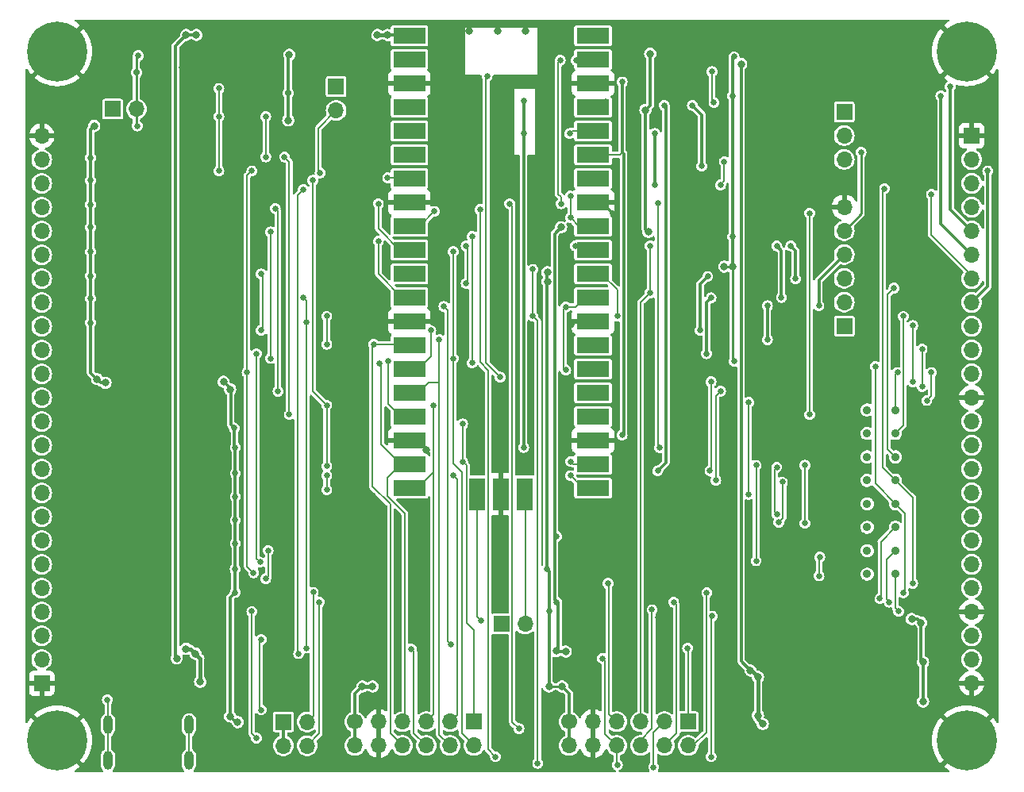
<source format=gbr>
G04 #@! TF.GenerationSoftware,KiCad,Pcbnew,7.0.10-7.0.10~ubuntu22.04.1*
G04 #@! TF.CreationDate,2024-02-20T20:22:53-05:00*
G04 #@! TF.ProjectId,mpw-mb1,6d70772d-6d62-4312-9e6b-696361645f70,2.2.6*
G04 #@! TF.SameCoordinates,PX35e1f20PY8044ea0*
G04 #@! TF.FileFunction,Copper,L2,Bot*
G04 #@! TF.FilePolarity,Positive*
%FSLAX46Y46*%
G04 Gerber Fmt 4.6, Leading zero omitted, Abs format (unit mm)*
G04 Created by KiCad (PCBNEW 7.0.10-7.0.10~ubuntu22.04.1) date 2024-02-20 20:22:53*
%MOMM*%
%LPD*%
G01*
G04 APERTURE LIST*
G04 #@! TA.AperFunction,ComponentPad*
%ADD10C,0.900000*%
G04 #@! TD*
G04 #@! TA.AperFunction,ComponentPad*
%ADD11C,0.820000*%
G04 #@! TD*
G04 #@! TA.AperFunction,ComponentPad*
%ADD12R,1.700000X1.700000*%
G04 #@! TD*
G04 #@! TA.AperFunction,ComponentPad*
%ADD13O,1.700000X1.700000*%
G04 #@! TD*
G04 #@! TA.AperFunction,ComponentPad*
%ADD14C,6.400000*%
G04 #@! TD*
G04 #@! TA.AperFunction,ComponentPad*
%ADD15C,1.700000*%
G04 #@! TD*
G04 #@! TA.AperFunction,ComponentPad*
%ADD16C,0.620000*%
G04 #@! TD*
G04 #@! TA.AperFunction,ComponentPad*
%ADD17O,1.000000X2.000000*%
G04 #@! TD*
G04 #@! TA.AperFunction,SMDPad,CuDef*
%ADD18R,3.500000X1.700000*%
G04 #@! TD*
G04 #@! TA.AperFunction,SMDPad,CuDef*
%ADD19R,1.700000X3.500000*%
G04 #@! TD*
G04 #@! TA.AperFunction,ViaPad*
%ADD20C,0.650000*%
G04 #@! TD*
G04 #@! TA.AperFunction,ViaPad*
%ADD21C,0.800000*%
G04 #@! TD*
G04 #@! TA.AperFunction,ViaPad*
%ADD22C,0.700000*%
G04 #@! TD*
G04 #@! TA.AperFunction,Conductor*
%ADD23C,0.250000*%
G04 #@! TD*
G04 #@! TA.AperFunction,Conductor*
%ADD24C,0.400000*%
G04 #@! TD*
G04 #@! TA.AperFunction,Conductor*
%ADD25C,0.300000*%
G04 #@! TD*
G04 #@! TA.AperFunction,Conductor*
%ADD26C,0.200000*%
G04 #@! TD*
G04 APERTURE END LIST*
D10*
G04 #@! TO.P,JP7,1,A*
G04 #@! TO.N,out6*
X93145000Y23988570D03*
G04 #@! TO.P,JP7,2,B*
G04 #@! TO.N,Net-(JP7-B)*
X90145000Y23988570D03*
G04 #@! TD*
D11*
G04 #@! TO.P,STITCH23,1*
G04 #@! TO.N,GND*
X51000000Y41000000D03*
G04 #@! TD*
G04 #@! TO.P,STITCH23,1*
G04 #@! TO.N,GND*
X75300000Y30700000D03*
G04 #@! TD*
D12*
G04 #@! TO.P,J4,1,Pin_1*
G04 #@! TO.N,Net-(J4-Pin_1)*
X9660000Y71100000D03*
D13*
G04 #@! TO.P,J4,2,Pin_2*
G04 #@! TO.N,+3.3V*
X12200000Y71100000D03*
G04 #@! TD*
D11*
G04 #@! TO.P,STITCH23,1*
G04 #@! TO.N,GND*
X80100000Y10600000D03*
G04 #@! TD*
D10*
G04 #@! TO.P,JP1,1,A*
G04 #@! TO.N,out0*
X93145000Y38988570D03*
G04 #@! TO.P,JP1,2,B*
G04 #@! TO.N,Net-(JP1-B)*
X90145000Y38988570D03*
G04 #@! TD*
D11*
G04 #@! TO.P,STITCH,1*
G04 #@! TO.N,GND*
X40050000Y15600000D03*
G04 #@! TD*
G04 #@! TO.P,STITCH9,1*
G04 #@! TO.N,GND*
X93500000Y800000D03*
G04 #@! TD*
D14*
G04 #@! TO.P,MT3,1,1*
G04 #@! TO.N,GND*
X3750000Y77250000D03*
G04 #@! TD*
D11*
G04 #@! TO.P,STITCH23,1*
G04 #@! TO.N,GND*
X67500000Y69700000D03*
G04 #@! TD*
G04 #@! TO.P,STITCH,1*
G04 #@! TO.N,GND*
X91300000Y72200000D03*
G04 #@! TD*
G04 #@! TO.P,STITCH23,1*
G04 #@! TO.N,GND*
X58400000Y14900000D03*
G04 #@! TD*
G04 #@! TO.P,STITCH31,1*
G04 #@! TO.N,GND*
X900000Y26340000D03*
G04 #@! TD*
G04 #@! TO.P,STITCH19,1*
G04 #@! TO.N,GND*
X36700000Y80200000D03*
G04 #@! TD*
G04 #@! TO.P,STITCH,1*
G04 #@! TO.N,GND*
X77800000Y67200000D03*
G04 #@! TD*
G04 #@! TO.P,STITCH,1*
G04 #@! TO.N,GND*
X85800000Y72200000D03*
G04 #@! TD*
G04 #@! TO.P,STITCH23,1*
G04 #@! TO.N,GND*
X45100000Y51350000D03*
G04 #@! TD*
G04 #@! TO.P,STITCH23,1*
G04 #@! TO.N,GND*
X67300000Y27200000D03*
G04 #@! TD*
G04 #@! TO.P,STITCH13,1*
G04 #@! TO.N,GND*
X73500000Y800000D03*
G04 #@! TD*
G04 #@! TO.P,STITCH,1*
G04 #@! TO.N,GND*
X18400000Y47300000D03*
G04 #@! TD*
G04 #@! TO.P,STITCH23,1*
G04 #@! TO.N,GND*
X96500000Y46800000D03*
G04 #@! TD*
G04 #@! TO.P,STITCH,1*
G04 #@! TO.N,GND*
X69900000Y67000000D03*
G04 #@! TD*
G04 #@! TO.P,STITCH23,1*
G04 #@! TO.N,GND*
X82300000Y30000000D03*
G04 #@! TD*
G04 #@! TO.P,STITCH,1*
G04 #@! TO.N,GND*
X32300000Y59000000D03*
G04 #@! TD*
G04 #@! TO.P,STITCH,1*
G04 #@! TO.N,GND*
X15100000Y47300000D03*
G04 #@! TD*
G04 #@! TO.P,STITCH,1*
G04 #@! TO.N,GND*
X40050000Y25900000D03*
G04 #@! TD*
G04 #@! TO.P,STITCH,1*
G04 #@! TO.N,GND*
X103700000Y65800000D03*
G04 #@! TD*
G04 #@! TO.P,STITCH,1*
G04 #@! TO.N,GND*
X15100000Y58300000D03*
G04 #@! TD*
G04 #@! TO.P,STITCH,1*
G04 #@! TO.N,GND*
X58300000Y67000000D03*
G04 #@! TD*
G04 #@! TO.P,STITCH18,1*
G04 #@! TO.N,GND*
X32700000Y80200000D03*
G04 #@! TD*
G04 #@! TO.P,STITCH,1*
G04 #@! TO.N,GND*
X31600000Y27000000D03*
G04 #@! TD*
G04 #@! TO.P,STITCH41,1*
G04 #@! TO.N,GND*
X103700000Y31340000D03*
G04 #@! TD*
G04 #@! TO.P,STITCH23,1*
G04 #@! TO.N,GND*
X86900000Y11100000D03*
G04 #@! TD*
G04 #@! TO.P,STITCH,1*
G04 #@! TO.N,GND*
X25000000Y54800000D03*
G04 #@! TD*
G04 #@! TO.P,STITCH32,1*
G04 #@! TO.N,GND*
X900000Y21260000D03*
G04 #@! TD*
G04 #@! TO.P,STITCH30,1*
G04 #@! TO.N,GND*
X900000Y31420000D03*
G04 #@! TD*
G04 #@! TO.P,STITCH,1*
G04 #@! TO.N,GND*
X74500000Y55400000D03*
G04 #@! TD*
G04 #@! TO.P,STITCH,1*
G04 #@! TO.N,GND*
X25800000Y37200000D03*
G04 #@! TD*
G04 #@! TO.P,STITCH,1*
G04 #@! TO.N,GND*
X44700000Y79400000D03*
G04 #@! TD*
G04 #@! TO.P,STITCH23,1*
G04 #@! TO.N,GND*
X79300000Y30000000D03*
G04 #@! TD*
G04 #@! TO.P,STITCH,1*
G04 #@! TO.N,GND*
X18400000Y58300000D03*
G04 #@! TD*
G04 #@! TO.P,STITCH23,1*
G04 #@! TO.N,GND*
X51000000Y18700000D03*
G04 #@! TD*
G04 #@! TO.P,STITCH9,1*
G04 #@! TO.N,GND*
X93500000Y80200000D03*
G04 #@! TD*
G04 #@! TO.P,STITCH20,1*
G04 #@! TO.N,GND*
X900000Y61900000D03*
G04 #@! TD*
G04 #@! TO.P,STITCH,1*
G04 #@! TO.N,GND*
X12700000Y80200000D03*
G04 #@! TD*
G04 #@! TO.P,STITCH23,1*
G04 #@! TO.N,GND*
X23500000Y800000D03*
G04 #@! TD*
G04 #@! TO.P,STITCH22,1*
G04 #@! TO.N,GND*
X28500000Y800000D03*
G04 #@! TD*
G04 #@! TO.P,STITCH,1*
G04 #@! TO.N,GND*
X15100000Y22100000D03*
G04 #@! TD*
G04 #@! TO.P,STITCH16,1*
G04 #@! TO.N,GND*
X24700000Y80200000D03*
G04 #@! TD*
G04 #@! TO.P,STITCH23,1*
G04 #@! TO.N,GND*
X47000000Y38850000D03*
G04 #@! TD*
G04 #@! TO.P,STITCH,1*
G04 #@! TO.N,GND*
X3900000Y63800000D03*
G04 #@! TD*
D10*
G04 #@! TO.P,JP3,1,A*
G04 #@! TO.N,out2*
X93145000Y33988570D03*
G04 #@! TO.P,JP3,2,B*
G04 #@! TO.N,Net-(JP3-B)*
X90145000Y33988570D03*
G04 #@! TD*
D11*
G04 #@! TO.P,STITCH37,1*
G04 #@! TO.N,GND*
X103700000Y51200000D03*
G04 #@! TD*
D10*
G04 #@! TO.P,JP8,1,A*
G04 #@! TO.N,out7*
X93145000Y21488570D03*
G04 #@! TO.P,JP8,2,B*
G04 #@! TO.N,Net-(JP8-B)*
X90145000Y21488570D03*
G04 #@! TD*
D11*
G04 #@! TO.P,STITCH23,1*
G04 #@! TO.N,GND*
X58000000Y30300000D03*
G04 #@! TD*
G04 #@! TO.P,STITCH24,1*
G04 #@! TO.N,GND*
X900000Y56820000D03*
G04 #@! TD*
G04 #@! TO.P,STITCH15,1*
G04 #@! TO.N,GND*
X20700000Y80200000D03*
G04 #@! TD*
G04 #@! TO.P,STITCH,1*
G04 #@! TO.N,GND*
X23100000Y64900000D03*
G04 #@! TD*
G04 #@! TO.P,STITCH,1*
G04 #@! TO.N,GND*
X32300000Y42400000D03*
G04 #@! TD*
G04 #@! TO.P,STITCH11,1*
G04 #@! TO.N,GND*
X83500000Y800000D03*
G04 #@! TD*
G04 #@! TO.P,STITCH,1*
G04 #@! TO.N,GND*
X32200000Y50500000D03*
G04 #@! TD*
G04 #@! TO.P,STITCH,1*
G04 #@! TO.N,GND*
X23100000Y68200000D03*
G04 #@! TD*
G04 #@! TO.P,STITCH23,1*
G04 #@! TO.N,GND*
X67300000Y22100000D03*
G04 #@! TD*
G04 #@! TO.P,STITCH23,1*
G04 #@! TO.N,GND*
X51700000Y3000000D03*
G04 #@! TD*
G04 #@! TO.P,STITCH23,1*
G04 #@! TO.N,GND*
X70200000Y70200000D03*
G04 #@! TD*
G04 #@! TO.P,STITCH38,1*
G04 #@! TO.N,GND*
X103700000Y46580000D03*
G04 #@! TD*
G04 #@! TO.P,STITCH,1*
G04 #@! TO.N,GND*
X27400000Y61900000D03*
G04 #@! TD*
D12*
G04 #@! TO.P,J3,1,IO1*
G04 #@! TO.N,in0*
X48200000Y5735000D03*
D13*
G04 #@! TO.P,J3,2,IO2*
G04 #@! TO.N,in1*
X45660000Y5735000D03*
G04 #@! TO.P,J3,3,IO3*
G04 #@! TO.N,in2*
X43120000Y5735000D03*
G04 #@! TO.P,J3,4,IO4*
G04 #@! TO.N,in3*
X40580000Y5735000D03*
G04 #@! TO.P,J3,5,GND*
G04 #@! TO.N,GND*
X38040000Y5735000D03*
D15*
G04 #@! TO.P,J3,6,VCC*
G04 #@! TO.N,+3.3V*
X35500000Y5735000D03*
D13*
G04 #@! TO.P,J3,7,IO5*
G04 #@! TO.N,in4*
X48200000Y3195000D03*
G04 #@! TO.P,J3,8,IO6*
G04 #@! TO.N,in5*
X45660000Y3195000D03*
G04 #@! TO.P,J3,9,IO7*
G04 #@! TO.N,in6*
X43120000Y3195000D03*
G04 #@! TO.P,J3,10,IO8*
G04 #@! TO.N,in7*
X40580000Y3195000D03*
G04 #@! TO.P,J3,11,GND*
G04 #@! TO.N,GND*
X38040000Y3195000D03*
G04 #@! TO.P,J3,12,VCC*
G04 #@! TO.N,+3.3V*
X35500000Y3195000D03*
G04 #@! TD*
D12*
G04 #@! TO.P,J8,1,Pin_1*
G04 #@! TO.N,Net-(J8-Pin_1)*
X51125000Y16150000D03*
D13*
G04 #@! TO.P,J8,2,Pin_2*
G04 #@! TO.N,Net-(J8-Pin_2)*
X53665000Y16150000D03*
G04 #@! TD*
D11*
G04 #@! TO.P,STITCH,1*
G04 #@! TO.N,GND*
X18400000Y44100000D03*
G04 #@! TD*
G04 #@! TO.P,STITCH,1*
G04 #@! TO.N,GND*
X32500000Y65200000D03*
G04 #@! TD*
G04 #@! TO.P,STITCH5,1*
G04 #@! TO.N,GND*
X73500000Y80200000D03*
G04 #@! TD*
D14*
G04 #@! TO.P,MT4,1,1*
G04 #@! TO.N,GND*
X100750000Y77250000D03*
G04 #@! TD*
D11*
G04 #@! TO.P,STITCH,1*
G04 #@! TO.N,GND*
X19900000Y13800000D03*
G04 #@! TD*
D14*
G04 #@! TO.P,MT2,1,1*
G04 #@! TO.N,GND*
X100750000Y3750000D03*
G04 #@! TD*
D11*
G04 #@! TO.P,STITCH,1*
G04 #@! TO.N,GND*
X31600000Y35000000D03*
G04 #@! TD*
G04 #@! TO.P,STITCH,1*
G04 #@! TO.N,GND*
X31600000Y32500000D03*
G04 #@! TD*
D12*
G04 #@! TO.P,J5,1,Pin_1*
G04 #@! TO.N,osc_out*
X87700000Y70805000D03*
D13*
G04 #@! TO.P,J5,2,Pin_2*
G04 #@! TO.N,xclk*
X87700000Y68265000D03*
G04 #@! TO.P,J5,3,Pin_3*
G04 #@! TO.N,ext_clk*
X87700000Y65725000D03*
G04 #@! TD*
D11*
G04 #@! TO.P,STITCH,1*
G04 #@! TO.N,GND*
X25800000Y32400000D03*
G04 #@! TD*
G04 #@! TO.P,STITCH23,1*
G04 #@! TO.N,GND*
X80900000Y16300000D03*
G04 #@! TD*
G04 #@! TO.P,STITCH,1*
G04 #@! TO.N,GND*
X35100000Y66600000D03*
G04 #@! TD*
G04 #@! TO.P,STITCH21,1*
G04 #@! TO.N,GND*
X33500000Y800000D03*
G04 #@! TD*
D12*
G04 #@! TO.P,J10,1,Pin_1*
G04 #@! TO.N,GND*
X2100000Y9830000D03*
D13*
G04 #@! TO.P,J10,2,Pin_2*
G04 #@! TO.N,+5V*
X2100000Y12370000D03*
G04 #@! TO.P,J10,3,Pin_3*
G04 #@! TO.N,scansel0*
X2100000Y14910000D03*
G04 #@! TO.P,J10,4,Pin_4*
G04 #@! TO.N,scansel1*
X2100000Y17450000D03*
G04 #@! TO.P,J10,5,Pin_5*
G04 #@! TO.N,sel0*
X2100000Y19990000D03*
G04 #@! TO.P,J10,6,Pin_6*
G04 #@! TO.N,sel1*
X2100000Y22530000D03*
G04 #@! TO.P,J10,7,Pin_7*
G04 #@! TO.N,sel2*
X2100000Y25070000D03*
G04 #@! TO.P,J10,8,Pin_8*
G04 #@! TO.N,sel3*
X2100000Y27610000D03*
G04 #@! TO.P,J10,9,Pin_9*
G04 #@! TO.N,sel4*
X2100000Y30150000D03*
G04 #@! TO.P,J10,10,Pin_10*
G04 #@! TO.N,sel5*
X2100000Y32690000D03*
G04 #@! TO.P,J10,11,Pin_11*
G04 #@! TO.N,sel6*
X2100000Y35230000D03*
G04 #@! TO.P,J10,12,Pin_12*
G04 #@! TO.N,sel7*
X2100000Y37770000D03*
G04 #@! TO.P,J10,13,Pin_13*
G04 #@! TO.N,sel8*
X2100000Y40310000D03*
G04 #@! TO.P,J10,14,Pin_14*
G04 #@! TO.N,set_clk_div*
X2100000Y42850000D03*
G04 #@! TO.P,J10,15,Pin_15*
G04 #@! TO.N,slow_clk*
X2100000Y45390000D03*
G04 #@! TO.P,J10,16,Pin_16*
G04 #@! TO.N,in7*
X2100000Y47930000D03*
G04 #@! TO.P,J10,17,Pin_17*
G04 #@! TO.N,in6*
X2100000Y50470000D03*
G04 #@! TO.P,J10,18,Pin_18*
G04 #@! TO.N,in5*
X2100000Y53010000D03*
G04 #@! TO.P,J10,19,Pin_19*
G04 #@! TO.N,in4*
X2100000Y55550000D03*
G04 #@! TO.P,J10,20,Pin_20*
G04 #@! TO.N,in3*
X2100000Y58090000D03*
G04 #@! TO.P,J10,21,Pin_21*
G04 #@! TO.N,in2*
X2100000Y60630000D03*
G04 #@! TO.P,J10,22,Pin_22*
G04 #@! TO.N,in1*
X2100000Y63170000D03*
G04 #@! TO.P,J10,23,Pin_23*
G04 #@! TO.N,in0*
X2100000Y65710000D03*
G04 #@! TO.P,J10,24,Pin_24*
G04 #@! TO.N,GND*
X2100000Y68250000D03*
G04 #@! TD*
D16*
G04 #@! TO.P,STITCHSM1,1*
G04 #@! TO.N,GND*
X25600000Y46350000D03*
G04 #@! TD*
D11*
G04 #@! TO.P,STITCH26,1*
G04 #@! TO.N,GND*
X900000Y51740000D03*
G04 #@! TD*
G04 #@! TO.P,STITCH,1*
G04 #@! TO.N,GND*
X18400000Y22100000D03*
G04 #@! TD*
G04 #@! TO.P,STITCH25,1*
G04 #@! TO.N,GND*
X15500000Y800000D03*
G04 #@! TD*
D10*
G04 #@! TO.P,JP2,1,A*
G04 #@! TO.N,out1*
X93145000Y36488570D03*
G04 #@! TO.P,JP2,2,B*
G04 #@! TO.N,Net-(JP2-B)*
X90145000Y36488570D03*
G04 #@! TD*
D11*
G04 #@! TO.P,STITCH,1*
G04 #@! TO.N,GND*
X55600000Y69400000D03*
G04 #@! TD*
G04 #@! TO.P,STITCH,1*
G04 #@! TO.N,GND*
X80300000Y8500000D03*
G04 #@! TD*
G04 #@! TO.P,STITCH23,1*
G04 #@! TO.N,GND*
X50800000Y57600000D03*
G04 #@! TD*
G04 #@! TO.P,STITCH,1*
G04 #@! TO.N,GND*
X73600000Y67200000D03*
G04 #@! TD*
G04 #@! TO.P,STITCH23,1*
G04 #@! TO.N,GND*
X73300000Y24600000D03*
G04 #@! TD*
G04 #@! TO.P,STITCH,1*
G04 #@! TO.N,GND*
X18400000Y16000000D03*
G04 #@! TD*
G04 #@! TO.P,STITCH,1*
G04 #@! TO.N,GND*
X25100000Y19900000D03*
G04 #@! TD*
G04 #@! TO.P,STITCH,1*
G04 #@! TO.N,GND*
X22000000Y46600000D03*
G04 #@! TD*
G04 #@! TO.P,STITCH,1*
G04 #@! TO.N,GND*
X31600000Y29600000D03*
G04 #@! TD*
G04 #@! TO.P,STITCH,1*
G04 #@! TO.N,GND*
X15100000Y29600000D03*
G04 #@! TD*
G04 #@! TO.P,STITCH,1*
G04 #@! TO.N,GND*
X25800000Y29600000D03*
G04 #@! TD*
G04 #@! TO.P,STITCH,1*
G04 #@! TO.N,GND*
X25800000Y35000000D03*
G04 #@! TD*
G04 #@! TO.P,STITCH23,1*
G04 #@! TO.N,GND*
X72100000Y33600000D03*
G04 #@! TD*
G04 #@! TO.P,STITCH40,1*
G04 #@! TO.N,GND*
X103700000Y36420000D03*
G04 #@! TD*
G04 #@! TO.P,STITCH,1*
G04 #@! TO.N,GND*
X15100000Y63600000D03*
G04 #@! TD*
G04 #@! TO.P,STITCH17,1*
G04 #@! TO.N,GND*
X28700000Y80200000D03*
G04 #@! TD*
G04 #@! TO.P,STITCH,1*
G04 #@! TO.N,GND*
X10700000Y12000000D03*
G04 #@! TD*
G04 #@! TO.P,STITCH,1*
G04 #@! TO.N,GND*
X15100000Y16000000D03*
G04 #@! TD*
G04 #@! TO.P,STITCH13,1*
G04 #@! TO.N,GND*
X60900000Y7900000D03*
G04 #@! TD*
G04 #@! TO.P,STITCH43,1*
G04 #@! TO.N,GND*
X103700000Y21180000D03*
G04 #@! TD*
G04 #@! TO.P,STITCH23,1*
G04 #@! TO.N,GND*
X55300000Y55100000D03*
G04 #@! TD*
G04 #@! TO.P,STITCH23,1*
G04 #@! TO.N,GND*
X42800000Y13500000D03*
G04 #@! TD*
G04 #@! TO.P,STITCH42,1*
G04 #@! TO.N,GND*
X103700000Y26260000D03*
G04 #@! TD*
G04 #@! TO.P,STITCH23,1*
G04 #@! TO.N,GND*
X77600000Y60700000D03*
G04 #@! TD*
G04 #@! TO.P,STITCH23,1*
G04 #@! TO.N,GND*
X74400000Y47700000D03*
G04 #@! TD*
G04 #@! TO.P,STITCH23,1*
G04 #@! TO.N,GND*
X67300000Y24700000D03*
G04 #@! TD*
D12*
G04 #@! TO.P,J11,1,Pin_1*
G04 #@! TO.N,GND*
X101300000Y68260000D03*
D13*
G04 #@! TO.P,J11,2,Pin_2*
G04 #@! TO.N,ext_clk*
X101300000Y65720000D03*
G04 #@! TO.P,J11,3,Pin_3*
G04 #@! TO.N,ready*
X101300000Y63180000D03*
G04 #@! TO.P,J11,4,Pin_4*
G04 #@! TO.N,mprj_io0*
X101300000Y60640000D03*
G04 #@! TO.P,J11,5,Pin_5*
G04 #@! TO.N,mprj_io1_SDO*
X101300000Y58100000D03*
G04 #@! TO.P,J11,6,Pin_6*
G04 #@! TO.N,mprj_io2_SDI*
X101300000Y55560000D03*
G04 #@! TO.P,J11,7,Pin_7*
G04 #@! TO.N,mprj_io3_CSB*
X101300000Y53020000D03*
G04 #@! TO.P,J11,8,Pin_8*
G04 #@! TO.N,mprj_io4_SCK*
X101300000Y50480000D03*
G04 #@! TO.P,J11,9,Pin_9*
G04 #@! TO.N,mprj_io5_ser_rx*
X101300000Y47940000D03*
G04 #@! TO.P,J11,10,Pin_10*
G04 #@! TO.N,mprj_io6_ser_tx*
X101300000Y45400000D03*
G04 #@! TO.P,J11,11,Pin_11*
G04 #@! TO.N,mprj_io7*
X101300000Y42860000D03*
G04 #@! TO.P,J11,12,Pin_12*
G04 #@! TO.N,GND*
X101300000Y40320000D03*
G04 #@! TO.P,J11,13,Pin_13*
G04 #@! TO.N,out0*
X101300000Y37780000D03*
G04 #@! TO.P,J11,14,Pin_14*
G04 #@! TO.N,out1*
X101300000Y35240000D03*
G04 #@! TO.P,J11,15,Pin_15*
G04 #@! TO.N,out2*
X101300000Y32700000D03*
G04 #@! TO.P,J11,16,Pin_16*
G04 #@! TO.N,out3*
X101300000Y30160000D03*
G04 #@! TO.P,J11,17,Pin_17*
G04 #@! TO.N,out4*
X101300000Y27620000D03*
G04 #@! TO.P,J11,18,Pin_18*
G04 #@! TO.N,out5*
X101300000Y25080000D03*
G04 #@! TO.P,J11,19,Pin_19*
G04 #@! TO.N,out6*
X101300000Y22540000D03*
G04 #@! TO.P,J11,20,Pin_20*
G04 #@! TO.N,out7*
X101300000Y20000000D03*
G04 #@! TO.P,J11,21,Pin_21*
G04 #@! TO.N,GND*
X101300000Y17460000D03*
G04 #@! TO.P,J11,22,Pin_22*
G04 #@! TO.N,+1V8*
X101300000Y14920000D03*
G04 #@! TO.P,J11,23,Pin_23*
G04 #@! TO.N,+3.3V*
X101300000Y12380000D03*
G04 #@! TO.P,J11,24,Pin_24*
G04 #@! TO.N,GND*
X101300000Y9840000D03*
G04 #@! TD*
D11*
G04 #@! TO.P,STITCH3,1*
G04 #@! TO.N,GND*
X53700000Y79400000D03*
G04 #@! TD*
G04 #@! TO.P,STITCH,1*
G04 #@! TO.N,GND*
X25800000Y27000000D03*
G04 #@! TD*
G04 #@! TO.P,STITCH23,1*
G04 #@! TO.N,GND*
X76700000Y10400000D03*
G04 #@! TD*
G04 #@! TO.P,STITCH2,1*
G04 #@! TO.N,GND*
X50700000Y79400000D03*
G04 #@! TD*
G04 #@! TO.P,STITCH13,1*
G04 #@! TO.N,GND*
X5400000Y11200000D03*
G04 #@! TD*
G04 #@! TO.P,STITCH23,1*
G04 #@! TO.N,GND*
X48300000Y62100000D03*
G04 #@! TD*
G04 #@! TO.P,STITCH,1*
G04 #@! TO.N,GND*
X15200000Y40200000D03*
G04 #@! TD*
G04 #@! TO.P,STITCH,1*
G04 #@! TO.N,GND*
X65000000Y67000000D03*
G04 #@! TD*
G04 #@! TO.P,STITCH23,1*
G04 #@! TO.N,GND*
X74700000Y75800000D03*
G04 #@! TD*
D10*
G04 #@! TO.P,JP5,1,A*
G04 #@! TO.N,out4*
X93145000Y28988570D03*
G04 #@! TO.P,JP5,2,B*
G04 #@! TO.N,Net-(JP5-B)*
X90145000Y28988570D03*
G04 #@! TD*
D11*
G04 #@! TO.P,STITCH23,1*
G04 #@! TO.N,GND*
X80000000Y52400000D03*
G04 #@! TD*
G04 #@! TO.P,STITCH8,1*
G04 #@! TO.N,GND*
X88500000Y80200000D03*
G04 #@! TD*
G04 #@! TO.P,STITCH,1*
G04 #@! TO.N,GND*
X15100000Y53100000D03*
G04 #@! TD*
G04 #@! TO.P,STITCH13,1*
G04 #@! TO.N,GND*
X20700000Y6000000D03*
G04 #@! TD*
G04 #@! TO.P,STITCH,1*
G04 #@! TO.N,GND*
X900000Y66900000D03*
G04 #@! TD*
G04 #@! TO.P,STITCH,1*
G04 #@! TO.N,GND*
X58100000Y74200000D03*
G04 #@! TD*
G04 #@! TO.P,STITCH23,1*
G04 #@! TO.N,GND*
X58000000Y41450000D03*
G04 #@! TD*
G04 #@! TO.P,STITCH28,1*
G04 #@! TO.N,GND*
X900000Y41580000D03*
G04 #@! TD*
G04 #@! TO.P,STITCH23,1*
G04 #@! TO.N,GND*
X51100000Y26900000D03*
G04 #@! TD*
G04 #@! TO.P,STITCH23,1*
G04 #@! TO.N,GND*
X83100000Y21500000D03*
G04 #@! TD*
G04 #@! TO.P,STITCH27,1*
G04 #@! TO.N,GND*
X900000Y46660000D03*
G04 #@! TD*
G04 #@! TO.P,STITCH23,1*
G04 #@! TO.N,GND*
X64100000Y10400000D03*
G04 #@! TD*
G04 #@! TO.P,STITCH4,1*
G04 #@! TO.N,GND*
X56700000Y79400000D03*
G04 #@! TD*
G04 #@! TO.P,STITCH,1*
G04 #@! TO.N,GND*
X18400000Y63600000D03*
G04 #@! TD*
G04 #@! TO.P,STITCH,1*
G04 #@! TO.N,GND*
X37400000Y29800000D03*
G04 #@! TD*
G04 #@! TO.P,STITCH7,1*
G04 #@! TO.N,GND*
X83500000Y80200000D03*
G04 #@! TD*
D16*
G04 #@! TO.P,STITCHSM1,1*
G04 #@! TO.N,GND*
X54300000Y47850000D03*
G04 #@! TD*
D11*
G04 #@! TO.P,STITCH1,1*
G04 #@! TO.N,GND*
X47700000Y79400000D03*
G04 #@! TD*
G04 #@! TO.P,STITCH,1*
G04 #@! TO.N,GND*
X900000Y71800000D03*
G04 #@! TD*
G04 #@! TO.P,STITCH39,1*
G04 #@! TO.N,GND*
X103700000Y41500000D03*
G04 #@! TD*
D10*
G04 #@! TO.P,JP6,1,A*
G04 #@! TO.N,out5*
X93145000Y26488570D03*
G04 #@! TO.P,JP6,2,B*
G04 #@! TO.N,Net-(JP6-B)*
X90145000Y26488570D03*
G04 #@! TD*
D12*
G04 #@! TO.P,J1,1,Pin_1*
G04 #@! TO.N,Caravel_CSB*
X87700000Y47960000D03*
D13*
G04 #@! TO.P,J1,2,Pin_2*
G04 #@! TO.N,Caravel_SCK*
X87700000Y50500000D03*
G04 #@! TO.P,J1,3,Pin_3*
G04 #@! TO.N,Caravel_D0*
X87700000Y53040000D03*
G04 #@! TO.P,J1,4,Pin_4*
G04 #@! TO.N,Caravel_D1*
X87700000Y55580000D03*
G04 #@! TO.P,J1,5,Pin_5*
G04 #@! TO.N,+3.3V*
X87700000Y58120000D03*
G04 #@! TO.P,J1,6,Pin_6*
G04 #@! TO.N,GND*
X87700000Y60660000D03*
G04 #@! TD*
D11*
G04 #@! TO.P,STITCH,1*
G04 #@! TO.N,GND*
X40050000Y8100000D03*
G04 #@! TD*
G04 #@! TO.P,STITCH,1*
G04 #@! TO.N,GND*
X96900000Y72200000D03*
G04 #@! TD*
G04 #@! TO.P,STITCH,1*
G04 #@! TO.N,GND*
X90800000Y45100000D03*
G04 #@! TD*
G04 #@! TO.P,STITCH23,1*
G04 #@! TO.N,GND*
X75300000Y39300000D03*
G04 #@! TD*
G04 #@! TO.P,STITCH6,1*
G04 #@! TO.N,GND*
X78500000Y80200000D03*
G04 #@! TD*
G04 #@! TO.P,STITCH,1*
G04 #@! TO.N,GND*
X8600000Y44100000D03*
G04 #@! TD*
G04 #@! TO.P,STITCH,1*
G04 #@! TO.N,GND*
X93700000Y14700000D03*
G04 #@! TD*
G04 #@! TO.P,STITCH23,1*
G04 #@! TO.N,GND*
X42800000Y28500000D03*
G04 #@! TD*
G04 #@! TO.P,STITCH,1*
G04 #@! TO.N,GND*
X18400000Y29600000D03*
G04 #@! TD*
G04 #@! TO.P,STITCH23,1*
G04 #@! TO.N,GND*
X85200000Y7600000D03*
G04 #@! TD*
G04 #@! TO.P,STITCH,1*
G04 #@! TO.N,GND*
X23100000Y37900000D03*
G04 #@! TD*
G04 #@! TO.P,STITCH,1*
G04 #@! TO.N,GND*
X18400000Y53100000D03*
G04 #@! TD*
G04 #@! TO.P,STITCH23,1*
G04 #@! TO.N,GND*
X74400000Y50000000D03*
G04 #@! TD*
G04 #@! TO.P,STITCH33,1*
G04 #@! TO.N,GND*
X900000Y16180000D03*
G04 #@! TD*
G04 #@! TO.P,STITCH,1*
G04 #@! TO.N,GND*
X15100000Y65900000D03*
G04 #@! TD*
G04 #@! TO.P,STITCH13,1*
G04 #@! TO.N,GND*
X38000000Y800000D03*
G04 #@! TD*
G04 #@! TO.P,STITCH23,1*
G04 #@! TO.N,GND*
X75500000Y14300000D03*
G04 #@! TD*
G04 #@! TO.P,STITCH23,1*
G04 #@! TO.N,GND*
X94800000Y18300000D03*
G04 #@! TD*
G04 #@! TO.P,STITCH,1*
G04 #@! TO.N,GND*
X26200000Y40200000D03*
G04 #@! TD*
G04 #@! TO.P,STITCH14,1*
G04 #@! TO.N,GND*
X16700000Y80200000D03*
G04 #@! TD*
D17*
G04 #@! TO.P,J6,S1,SHIELD*
G04 #@! TO.N,Net-(C4-Pad1)*
X9160000Y5400000D03*
G04 #@! TO.P,J6,S2,SHIELD*
X17800000Y5400000D03*
G04 #@! TO.P,J6,S3,SHIELD*
X9160000Y1600000D03*
G04 #@! TO.P,J6,S4,SHIELD*
X17800000Y1600000D03*
G04 #@! TD*
D12*
G04 #@! TO.P,J9,1,IO1*
G04 #@! TO.N,out0*
X71060000Y5735000D03*
D13*
G04 #@! TO.P,J9,2,IO2*
G04 #@! TO.N,out1*
X68520000Y5735000D03*
G04 #@! TO.P,J9,3,IO3*
G04 #@! TO.N,out2*
X65980000Y5735000D03*
G04 #@! TO.P,J9,4,IO4*
G04 #@! TO.N,out3*
X63440000Y5735000D03*
G04 #@! TO.P,J9,5,GND*
G04 #@! TO.N,GND*
X60900000Y5735000D03*
D15*
G04 #@! TO.P,J9,6,VCC*
G04 #@! TO.N,+3.3V*
X58360000Y5735000D03*
D13*
G04 #@! TO.P,J9,7,IO5*
G04 #@! TO.N,out4*
X71060000Y3195000D03*
G04 #@! TO.P,J9,8,IO6*
G04 #@! TO.N,out5*
X68520000Y3195000D03*
G04 #@! TO.P,J9,9,IO7*
G04 #@! TO.N,out6*
X65980000Y3195000D03*
G04 #@! TO.P,J9,10,IO8*
G04 #@! TO.N,out7*
X63440000Y3195000D03*
G04 #@! TO.P,J9,11,GND*
G04 #@! TO.N,GND*
X60900000Y3195000D03*
G04 #@! TO.P,J9,12,VCC*
G04 #@! TO.N,+3.3V*
X58360000Y3195000D03*
G04 #@! TD*
D10*
G04 #@! TO.P,JP4,1,A*
G04 #@! TO.N,out3*
X93145000Y31488570D03*
G04 #@! TO.P,JP4,2,B*
G04 #@! TO.N,Net-(JP4-B)*
X90145000Y31488570D03*
G04 #@! TD*
D11*
G04 #@! TO.P,STITCH23,1*
G04 #@! TO.N,GND*
X48000000Y34500000D03*
G04 #@! TD*
G04 #@! TO.P,STITCH23,1*
G04 #@! TO.N,GND*
X47000000Y45800000D03*
G04 #@! TD*
G04 #@! TO.P,STITCH1,1*
G04 #@! TO.N,GND*
X47700000Y73900000D03*
G04 #@! TD*
G04 #@! TO.P,STITCH,1*
G04 #@! TO.N,GND*
X35100000Y15600000D03*
G04 #@! TD*
G04 #@! TO.P,STITCH23,1*
G04 #@! TO.N,GND*
X85200000Y39200000D03*
G04 #@! TD*
G04 #@! TO.P,STITCH13,1*
G04 #@! TO.N,GND*
X38000000Y8100000D03*
G04 #@! TD*
G04 #@! TO.P,STITCH25,1*
G04 #@! TO.N,GND*
X11100000Y800000D03*
G04 #@! TD*
G04 #@! TO.P,STITCH23,1*
G04 #@! TO.N,GND*
X82700000Y47900000D03*
G04 #@! TD*
G04 #@! TO.P,STITCH23,1*
G04 #@! TO.N,GND*
X58000000Y35800000D03*
G04 #@! TD*
G04 #@! TO.P,STITCH23,1*
G04 #@! TO.N,GND*
X42800000Y8100000D03*
G04 #@! TD*
G04 #@! TO.P,STITCH10,1*
G04 #@! TO.N,GND*
X88500000Y800000D03*
G04 #@! TD*
G04 #@! TO.P,STITCH,1*
G04 #@! TO.N,GND*
X28100000Y13800000D03*
G04 #@! TD*
D12*
G04 #@! TO.P,J12,1,Pin_1*
G04 #@! TO.N,+3.3V*
X33500000Y73500000D03*
D13*
G04 #@! TO.P,J12,2,Pin_2*
G04 #@! TO.N,set_clk_div*
X33500000Y70960000D03*
G04 #@! TD*
D11*
G04 #@! TO.P,STITCH29,1*
G04 #@! TO.N,GND*
X900000Y36500000D03*
G04 #@! TD*
G04 #@! TO.P,STITCH,1*
G04 #@! TO.N,GND*
X85800000Y67200000D03*
G04 #@! TD*
D14*
G04 #@! TO.P,MT1,1,1*
G04 #@! TO.N,GND*
X3750000Y3750000D03*
G04 #@! TD*
D16*
G04 #@! TO.P,STITCHSM1,1*
G04 #@! TO.N,GND*
X31300000Y39400000D03*
G04 #@! TD*
D11*
G04 #@! TO.P,STITCH44,1*
G04 #@! TO.N,GND*
X103700000Y16100000D03*
G04 #@! TD*
G04 #@! TO.P,STITCH12,1*
G04 #@! TO.N,GND*
X78500000Y800000D03*
G04 #@! TD*
G04 #@! TO.P,STITCH4,1*
G04 #@! TO.N,GND*
X68500000Y80200000D03*
G04 #@! TD*
G04 #@! TO.P,STITCH,1*
G04 #@! TO.N,GND*
X64100000Y76200000D03*
G04 #@! TD*
G04 #@! TO.P,STITCH,1*
G04 #@! TO.N,GND*
X51000000Y51300000D03*
G04 #@! TD*
G04 #@! TO.P,STITCH23,1*
G04 #@! TO.N,GND*
X55600000Y60800000D03*
G04 #@! TD*
D12*
G04 #@! TO.P,J2,1,Pin_1*
G04 #@! TO.N,+3.3V*
X27875000Y5725000D03*
D13*
G04 #@! TO.P,J2,2,Pin_2*
G04 #@! TO.N,scansel0*
X30415000Y5725000D03*
G04 #@! TO.P,J2,3,Pin_3*
G04 #@! TO.N,+3.3V*
X27875000Y3185000D03*
G04 #@! TO.P,J2,4,Pin_4*
G04 #@! TO.N,scansel1*
X30415000Y3185000D03*
G04 #@! TD*
D11*
G04 #@! TO.P,STITCH23,1*
G04 #@! TO.N,GND*
X74400000Y44800000D03*
G04 #@! TD*
G04 #@! TO.P,STITCH45,1*
G04 #@! TO.N,GND*
X103700000Y11020000D03*
G04 #@! TD*
D18*
G04 #@! TO.P,U4,1,GPIO0*
G04 #@! TO.N,unconnected-(U4-GPIO0-Pad1)*
X60900000Y78940000D03*
G04 #@! TO.P,U4,2,GPIO1*
G04 #@! TO.N,mprj_io3_CSB*
X60900000Y76400000D03*
G04 #@! TO.P,U4,3,GND*
G04 #@! TO.N,GND*
X60900000Y73860000D03*
G04 #@! TO.P,U4,4,GPIO2*
G04 #@! TO.N,mprj_io4_SCK*
X60900000Y71320000D03*
G04 #@! TO.P,U4,5,GPIO3*
G04 #@! TO.N,mprj_io2_SDI*
X60900000Y68780000D03*
G04 #@! TO.P,U4,6,GPIO4*
G04 #@! TO.N,mprj_io1_SDO*
X60900000Y66240000D03*
G04 #@! TO.P,U4,7,GPIO5*
G04 #@! TO.N,unconnected-(U4-GPIO5-Pad7)*
X60900000Y63700000D03*
G04 #@! TO.P,U4,8,GND*
G04 #@! TO.N,GND*
X60900000Y61160000D03*
G04 #@! TO.P,U4,9,GPIO6*
G04 #@! TO.N,out3*
X60900000Y58620000D03*
G04 #@! TO.P,U4,10,GPIO7*
G04 #@! TO.N,out2*
X60900000Y56080000D03*
G04 #@! TO.P,U4,11,GPIO8*
G04 #@! TO.N,out1*
X60900000Y53540000D03*
G04 #@! TO.P,U4,12,GPIO9*
G04 #@! TO.N,out0*
X60900000Y51000000D03*
G04 #@! TO.P,U4,13,GND*
G04 #@! TO.N,GND*
X60900000Y48460000D03*
G04 #@! TO.P,U4,14,GPIO10*
G04 #@! TO.N,unconnected-(U4-GPIO10-Pad14)*
X60900000Y45920000D03*
G04 #@! TO.P,U4,15,GPIO11*
G04 #@! TO.N,unconnected-(U4-GPIO11-Pad15)*
X60900000Y43380000D03*
G04 #@! TO.P,U4,16,GPIO12*
G04 #@! TO.N,unconnected-(U4-GPIO12-Pad16)*
X60900000Y40840000D03*
G04 #@! TO.P,U4,17,GPIO13*
G04 #@! TO.N,unconnected-(U4-GPIO13-Pad17)*
X60900000Y38300000D03*
G04 #@! TO.P,U4,18,GND*
G04 #@! TO.N,GND*
X60900000Y35760000D03*
G04 #@! TO.P,U4,19,GPIO14*
G04 #@! TO.N,in0*
X60900000Y33220000D03*
G04 #@! TO.P,U4,20,GPIO15*
G04 #@! TO.N,in1*
X60900000Y30680000D03*
G04 #@! TO.P,U4,21,GPIO16*
G04 #@! TO.N,in2*
X41320000Y30680000D03*
G04 #@! TO.P,U4,22,GPIO17*
G04 #@! TO.N,in3*
X41320000Y33220000D03*
G04 #@! TO.P,U4,23,GND*
G04 #@! TO.N,GND*
X41320000Y35760000D03*
G04 #@! TO.P,U4,24,GPIO18*
G04 #@! TO.N,in4*
X41320000Y38300000D03*
G04 #@! TO.P,U4,25,GPIO19*
G04 #@! TO.N,in5*
X41320000Y40840000D03*
G04 #@! TO.P,U4,26,GPIO20*
G04 #@! TO.N,in6*
X41320000Y43380000D03*
G04 #@! TO.P,U4,27,GPIO21*
G04 #@! TO.N,in7*
X41320000Y45920000D03*
G04 #@! TO.P,U4,28,GND*
G04 #@! TO.N,GND*
X41320000Y48460000D03*
G04 #@! TO.P,U4,29,GPIO22*
G04 #@! TO.N,out4*
X41320000Y51000000D03*
G04 #@! TO.P,U4,30,RUN*
G04 #@! TO.N,unconnected-(U4-RUN-Pad30)*
X41320000Y53540000D03*
G04 #@! TO.P,U4,31,GPIO26_ADC0*
G04 #@! TO.N,out5*
X41320000Y56080000D03*
G04 #@! TO.P,U4,32,GPIO27_ADC1*
G04 #@! TO.N,out6*
X41320000Y58620000D03*
G04 #@! TO.P,U4,33,AGND*
G04 #@! TO.N,GND*
X41320000Y61160000D03*
G04 #@! TO.P,U4,34,GPIO28_ADC2*
G04 #@! TO.N,out7*
X41320000Y63700000D03*
G04 #@! TO.P,U4,35,ADC_VREF*
G04 #@! TO.N,unconnected-(U4-ADC_VREF-Pad35)*
X41320000Y66240000D03*
G04 #@! TO.P,U4,36,3V3*
G04 #@! TO.N,unconnected-(U4-3V3-Pad36)*
X41320000Y68780000D03*
G04 #@! TO.P,U4,37,3V3_EN*
G04 #@! TO.N,unconnected-(U4-3V3_EN-Pad37)*
X41320000Y71320000D03*
G04 #@! TO.P,U4,38,GND*
G04 #@! TO.N,GND*
X41320000Y73860000D03*
G04 #@! TO.P,U4,39,VSYS*
G04 #@! TO.N,unconnected-(U4-VSYS-Pad39)*
X41320000Y76400000D03*
G04 #@! TO.P,U4,40,VBUS*
G04 #@! TO.N,VBUS*
X41320000Y78940000D03*
D19*
G04 #@! TO.P,U4,41,SWCLK*
G04 #@! TO.N,Net-(J8-Pin_2)*
X53650000Y30010000D03*
G04 #@! TO.P,U4,42,GND*
G04 #@! TO.N,GND*
X51110000Y30010000D03*
G04 #@! TO.P,U4,43,SWDIO*
G04 #@! TO.N,Net-(J8-Pin_1)*
X48570000Y30010000D03*
G04 #@! TD*
D20*
G04 #@! TO.N,GND*
X57499992Y57145000D03*
D21*
X72100000Y19500000D03*
X43100000Y34700000D03*
X58500000Y48100000D03*
X65000000Y58800000D03*
D20*
X53900000Y8300000D03*
D21*
X93300000Y70700000D03*
X93700000Y67100000D03*
X69900000Y56400000D03*
D20*
X10700000Y4100000D03*
X58400000Y51300000D03*
X81900000Y27100000D03*
D21*
X73700000Y52300000D03*
D20*
X53900000Y10500000D03*
X16300000Y4200000D03*
D21*
X32500000Y55100000D03*
X67100000Y42300000D03*
X17150046Y75500000D03*
D20*
X57700000Y24500000D03*
X57500000Y19600000D03*
X10700002Y6700000D03*
D21*
X44100000Y55100000D03*
D20*
X77700000Y77700000D03*
X16230000Y6800000D03*
X81900000Y32700000D03*
X63000000Y60000000D03*
X57500000Y21200000D03*
D21*
X72100000Y16900000D03*
X67920000Y16900000D03*
X17300000Y72100000D03*
D20*
X60900000Y1300000D03*
D21*
X21200000Y74600000D03*
X67500000Y19500000D03*
X69900000Y58900000D03*
D20*
X81900000Y23300000D03*
D21*
X72301823Y42080000D03*
X24300000Y70200000D03*
D20*
X57500000Y55355000D03*
D21*
G04 #@! TO.N,+5V*
X77700000Y11200000D03*
X79000000Y5500000D03*
X19000000Y10000000D03*
X78500000Y10500000D03*
X78500000Y6400000D03*
X76700000Y75900000D03*
X18500000Y13000000D03*
X17500000Y13500000D03*
D20*
G04 #@! TO.N,gpio*
X73600000Y75100000D03*
X51000000Y42500000D03*
X73800000Y71800000D03*
X49600002Y74600000D03*
G04 #@! TO.N,Caravel_SCK*
X73000000Y45000000D03*
X73500000Y50955000D03*
X80500000Y56500000D03*
X81000000Y51000000D03*
G04 #@! TO.N,Caravel_D1*
X84993426Y50125000D03*
X79500000Y46500000D03*
X79500000Y50125000D03*
G04 #@! TO.N,Caravel_D0*
X73131115Y53250000D03*
X72325000Y47500000D03*
X82000000Y56500000D03*
X82500000Y52999990D03*
G04 #@! TO.N,xclk*
X67500000Y68500000D03*
X67500000Y63000000D03*
G04 #@! TO.N,+3.3V*
X56000000Y22000000D03*
D21*
X28400000Y69900000D03*
X36300000Y9500000D03*
D20*
X7300000Y58500000D03*
X12399996Y76800000D03*
X89500000Y66500000D03*
D22*
X12200000Y75000000D03*
D20*
X56200000Y17500000D03*
X7300000Y53300000D03*
X75975000Y44200000D03*
D21*
X22200000Y41200000D03*
D20*
X7300000Y63500000D03*
X22724998Y19524998D03*
X22725000Y22025000D03*
D21*
X23000000Y5700000D03*
D20*
X22750000Y35000000D03*
X22750000Y32250000D03*
D21*
X8900000Y41900000D03*
X57600000Y9500000D03*
X94900000Y16700000D03*
D20*
X7300000Y55900000D03*
X7300000Y65900000D03*
D21*
X96100000Y12100000D03*
D20*
X75800000Y72500000D03*
D21*
X95900000Y16300000D03*
X56030000Y52700000D03*
D20*
X7300000Y60900000D03*
X22750000Y27250000D03*
D21*
X74900000Y54300000D03*
X56030000Y53700000D03*
X8000000Y42280000D03*
D20*
X7300000Y50900000D03*
D21*
X22200000Y6300000D03*
X7700000Y69300006D03*
D20*
X22647471Y37059588D03*
D21*
X56200000Y9500000D03*
X75800000Y54300000D03*
D20*
X7300000Y48300000D03*
X22750004Y24750000D03*
D21*
X37400000Y9500000D03*
D20*
X75954357Y76681528D03*
D21*
X96100000Y7900000D03*
D20*
X12300000Y69299994D03*
X22750000Y29750000D03*
D22*
X28400000Y72800000D03*
D21*
X28500000Y76899996D03*
D20*
X75800000Y57500000D03*
D21*
X21500000Y42000000D03*
D20*
G04 #@! TO.N,+1V8*
X57000000Y18500000D03*
D21*
X56990883Y13280000D03*
X67000000Y77000000D03*
D20*
X57000000Y25500000D03*
D21*
X57500000Y58500000D03*
X66800000Y58000000D03*
X66500000Y71000000D03*
X57990883Y13220000D03*
G04 #@! TO.N,VBUS*
X18600000Y79000000D03*
X16500000Y12500000D03*
X37900000Y79000000D03*
X17500000Y79000000D03*
X39000000Y79000000D03*
D20*
G04 #@! TO.N,mprj_io7*
X96500000Y40000000D03*
X77500000Y30000000D03*
X77500000Y39800000D03*
X97000000Y43000000D03*
G04 #@! TO.N,mprj_io6_ser_tx*
X74000000Y31500000D03*
X96000000Y41500000D03*
X74500000Y41000000D03*
X96000000Y45500000D03*
G04 #@! TO.N,mprj_io5_ser_rx*
X95000000Y42000000D03*
X73375000Y32500000D03*
X73500000Y42000000D03*
X95000000Y48000000D03*
G04 #@! TO.N,mprj_io4_SCK*
X68500000Y71500000D03*
X67800498Y32500000D03*
X71500000Y71500000D03*
X62260473Y71875707D03*
X103000000Y64500000D03*
X72500000Y65000000D03*
G04 #@! TO.N,mprj_io3_CSB*
X57400000Y76300000D03*
X68000000Y35000000D03*
X67825000Y61069324D03*
X97000000Y62000000D03*
X57500000Y61000000D03*
X59099998Y76300000D03*
G04 #@! TO.N,mprj_io2_SDI*
X53500000Y68500000D03*
X58400000Y68500000D03*
X98000000Y72500000D03*
X53500000Y35000000D03*
X53500008Y72000000D03*
G04 #@! TO.N,mprj_io1_SDO*
X99000000Y73500000D03*
X64000000Y36315498D03*
X64000004Y74000000D03*
G04 #@! TO.N,mprj_io0*
X84000000Y38500000D03*
X84000000Y60000000D03*
G04 #@! TO.N,scansel1*
X31700000Y18500000D03*
X25000000Y4000000D03*
X24500000Y17500000D03*
G04 #@! TO.N,scansel0*
X31060000Y19560000D03*
X25500000Y7000000D03*
X25500000Y14500000D03*
G04 #@! TO.N,set_clk_div*
X24000000Y43000000D03*
X24500000Y64500000D03*
X24700000Y21625016D03*
X31800000Y64300006D03*
G04 #@! TO.N,slow_clk*
X25386048Y22750000D03*
X25000000Y45000000D03*
G04 #@! TO.N,sel0*
X26000000Y21000000D03*
X26250000Y23999996D03*
G04 #@! TO.N,sel4*
X32500000Y32000000D03*
X32500000Y30500000D03*
G04 #@! TO.N,in0*
X28000000Y66000000D03*
X58500000Y33500000D03*
X47000000Y37500000D03*
X26000000Y70287500D03*
X28500000Y38500000D03*
X25999986Y65999993D03*
X47000000Y33500000D03*
G04 #@! TO.N,in2*
X27300000Y41000000D03*
X43885000Y39500000D03*
X27000000Y60500000D03*
G04 #@! TO.N,in1*
X58500000Y32000000D03*
X21000000Y73300000D03*
X31000000Y63500000D03*
X21000000Y70300000D03*
X32500000Y33000000D03*
X32500000Y39500000D03*
X21000000Y64500000D03*
X46000000Y32000000D03*
G04 #@! TO.N,in4*
X46000000Y55900000D03*
X39045498Y44230000D03*
X46000000Y44500000D03*
G04 #@! TO.N,in3*
X26500000Y44500000D03*
X38150000Y43950000D03*
X26500000Y58000000D03*
G04 #@! TO.N,in6*
X30000000Y51000000D03*
X30300000Y13600000D03*
X43597515Y47475054D03*
X41500000Y13500000D03*
X30348415Y48375000D03*
G04 #@! TO.N,in5*
X25500000Y47500000D03*
X44500000Y46500000D03*
X25500000Y53500000D03*
G04 #@! TO.N,out0*
X93375000Y43000000D03*
X45000000Y50040000D03*
X71000004Y13595000D03*
X45775000Y13956380D03*
X58000000Y43249986D03*
X58000000Y50000000D03*
G04 #@! TO.N,in7*
X32500000Y49000000D03*
X32500000Y46000000D03*
X37500000Y46000000D03*
G04 #@! TO.N,out2*
X59000000Y56500000D03*
X93000000Y52000000D03*
X47375000Y52500000D03*
X67000000Y56500000D03*
X67000000Y51500000D03*
X47375000Y56500000D03*
G04 #@! TO.N,out1*
X54500000Y49000000D03*
X54500000Y54000000D03*
X94000000Y49000000D03*
X55000000Y1300000D03*
X63500000Y48995498D03*
X67369994Y900000D03*
G04 #@! TO.N,out4*
X91000000Y43625000D03*
X94000000Y19500000D03*
X73045003Y19500000D03*
X48000000Y44000000D03*
X38000000Y57000000D03*
X48000000Y57500000D03*
G04 #@! TO.N,out3*
X92000000Y62625000D03*
X58500000Y59500000D03*
X62500000Y20500000D03*
X58500000Y61830000D03*
X95000000Y20499998D03*
G04 #@! TO.N,out6*
X48848415Y60375000D03*
X44000000Y60200000D03*
X92500000Y18500000D03*
X50500000Y2000000D03*
X67199998Y17700000D03*
G04 #@! TO.N,out5*
X52000000Y61000000D03*
X38000000Y61000000D03*
X69500000Y18500000D03*
X53000000Y5000000D03*
X91500000Y18875000D03*
G04 #@! TO.N,out7*
X73500000Y2000000D03*
X30000000Y62500000D03*
X63510087Y1125000D03*
X61875000Y12500000D03*
X93500000Y17500000D03*
X73625000Y17000000D03*
X39000000Y63764502D03*
X29500000Y13000000D03*
G04 #@! TO.N,Net-(C4-Pad1)*
X9100000Y8100000D03*
G04 #@! TO.N,Net-(J8-Pin_1)*
X49000000Y16500000D03*
G04 #@! TO.N,/~{SOC_RST}*
X74500000Y63000000D03*
X74900000Y65500000D03*
G04 #@! TO.N,Net-(U5-C)*
X83500000Y33100000D03*
X83500000Y26900000D03*
G04 #@! TO.N,Net-(U5-D)*
X80715440Y27025950D03*
X81100000Y31300000D03*
G04 #@! TO.N,Net-(U5-F)*
X80500000Y32900000D03*
X80541942Y27858058D03*
G04 #@! TO.N,Net-(U5-G)*
X78300000Y33100000D03*
X78300000Y22900000D03*
G04 #@! TO.N,Net-(U5-DP)*
X85000000Y21300002D03*
X85100000Y23300000D03*
G04 #@! TD*
D23*
G04 #@! TO.N,GND*
X60900000Y1200000D02*
X60900000Y1300000D01*
X60000000Y48460000D02*
X58860000Y48460000D01*
X42220000Y35760000D02*
X42220000Y35580000D01*
X60000000Y61160000D02*
X61840000Y61160000D01*
X60900000Y1200000D02*
X60900000Y3195000D01*
X58860000Y48460000D02*
X58500000Y48100000D01*
X61840000Y61160000D02*
X63000000Y60000000D01*
X42220000Y35580000D02*
X43100000Y34700000D01*
D24*
G04 #@! TO.N,+5V*
X18500000Y13000000D02*
X19000000Y12500000D01*
X19000000Y12500000D02*
X19000000Y10000000D01*
D25*
X76700000Y12200000D02*
X77700000Y11200000D01*
D24*
X18000000Y13500000D02*
X18500000Y13000000D01*
X77800000Y11200000D02*
X78500000Y10500000D01*
X17500000Y13500000D02*
X18000000Y13500000D01*
X78500000Y10500000D02*
X78500000Y6000000D01*
D25*
X76700000Y75900000D02*
X76700000Y12200000D01*
D24*
X78500000Y6000000D02*
X79000000Y5500000D01*
X77700000Y11200000D02*
X77800000Y11200000D01*
D26*
G04 #@! TO.N,gpio*
X73600000Y72000000D02*
X73800000Y71800000D01*
X49500000Y44000000D02*
X49500000Y74000000D01*
X73600000Y75100000D02*
X73600000Y72000000D01*
X49500000Y74000000D02*
X49500000Y74499998D01*
X51000000Y42500000D02*
X49500000Y44000000D01*
X49500000Y74499998D02*
X49600002Y74600000D01*
D25*
G04 #@! TO.N,Caravel_SCK*
X73000000Y50455000D02*
X73500000Y50955000D01*
X81000000Y51000000D02*
X81000000Y56000000D01*
X81000000Y56000000D02*
X80500000Y56500000D01*
X73000000Y45000000D02*
X73000000Y50455000D01*
G04 #@! TO.N,Caravel_D1*
X84993426Y52873426D02*
X84993426Y50125000D01*
X87700000Y55580000D02*
X84993426Y52873426D01*
X79500000Y46500000D02*
X79500000Y50125000D01*
G04 #@! TO.N,Caravel_D0*
X82500000Y56000000D02*
X82500000Y52999990D01*
X72325000Y52443885D02*
X73131115Y53250000D01*
X72325000Y47500000D02*
X72325000Y52443885D01*
X82000000Y56500000D02*
X82500000Y56000000D01*
G04 #@! TO.N,xclk*
X67500000Y63000000D02*
X67500000Y68500000D01*
G04 #@! TO.N,+3.3V*
X7300000Y48300000D02*
X7300000Y50900000D01*
X7300000Y68900006D02*
X7700000Y69300006D01*
X7300000Y53300000D02*
X7300000Y55900000D01*
X56000000Y22000000D02*
X56000000Y53670000D01*
X8380000Y41900000D02*
X8000000Y42280000D01*
X22200000Y19000000D02*
X22724998Y19524998D01*
X75800000Y76527171D02*
X75800000Y72500000D01*
X95900000Y16300000D02*
X95900000Y12300000D01*
X27875000Y3185000D02*
X27875000Y5725000D01*
X58360000Y5735000D02*
X58360000Y8740000D01*
X75800000Y54300000D02*
X75800000Y57500000D01*
D23*
X12200000Y69399994D02*
X12300000Y69299994D01*
D25*
X58360000Y3195000D02*
X58360000Y5735000D01*
X95500000Y16700000D02*
X95900000Y16300000D01*
X22725000Y22025000D02*
X22725000Y19525000D01*
X56200000Y9500000D02*
X56200000Y16500000D01*
X28400000Y72800000D02*
X28400000Y69900000D01*
X22750000Y32250000D02*
X22750000Y35000000D01*
D23*
X57600000Y9500000D02*
X56200000Y9500000D01*
D25*
X22647471Y35102529D02*
X22750000Y35000000D01*
X35500000Y8700000D02*
X35500000Y5735000D01*
X23000000Y5700000D02*
X22800000Y5700000D01*
X56200000Y16500000D02*
X56200000Y17500000D01*
X22200000Y6300000D02*
X22200000Y19000000D01*
X22725000Y19525000D02*
X22724998Y19524998D01*
X58360000Y8740000D02*
X57600000Y9500000D01*
X56000000Y53670000D02*
X56030000Y53700000D01*
X22800000Y5700000D02*
X22200000Y6300000D01*
D23*
X12200000Y76600004D02*
X12399996Y76800000D01*
X12200000Y75000000D02*
X12200000Y76600004D01*
D24*
X37400000Y9500000D02*
X36300000Y9500000D01*
D25*
X8900000Y41900000D02*
X8380000Y41900000D01*
X7300000Y65900000D02*
X7300000Y68900006D01*
X22750004Y22050004D02*
X22725000Y22025000D01*
X7300000Y42980000D02*
X7300000Y48300000D01*
X75800000Y57500000D02*
X75800000Y72500000D01*
D23*
X12200000Y71100000D02*
X12200000Y69399994D01*
D25*
X35500000Y5735000D02*
X35500000Y3195000D01*
D23*
X12200000Y71100000D02*
X12200000Y75000000D01*
D25*
X22647471Y37059588D02*
X22647471Y35102529D01*
X22750004Y27249996D02*
X22750000Y27250000D01*
X7300000Y55900000D02*
X7300000Y58500000D01*
X75954357Y76681528D02*
X75800000Y76527171D01*
D23*
X75800000Y54300000D02*
X75800000Y44375000D01*
D25*
X94900000Y16700000D02*
X95500000Y16700000D01*
X56200000Y21800000D02*
X56200000Y16500000D01*
X7300000Y58500000D02*
X7300000Y60900000D01*
X8000000Y42280000D02*
X7300000Y42980000D01*
X22750004Y24750000D02*
X22750004Y22050004D01*
X7300000Y63500000D02*
X7300000Y65900000D01*
X36300000Y9500000D02*
X35500000Y8700000D01*
X28400000Y76799996D02*
X28400000Y72800000D01*
X22750000Y29750000D02*
X22750000Y32250000D01*
D23*
X89500000Y59920000D02*
X89500000Y66500000D01*
D25*
X22250000Y37457059D02*
X22250000Y41250000D01*
X7300000Y60900000D02*
X7300000Y63500000D01*
X28500000Y76899996D02*
X28400000Y76799996D01*
D23*
X87700000Y58120000D02*
X89500000Y59920000D01*
D25*
X56000000Y22000000D02*
X56200000Y21800000D01*
D23*
X75800000Y54300000D02*
X74900000Y54300000D01*
D25*
X22750000Y29750000D02*
X22750000Y27250000D01*
X95900000Y12300000D02*
X96100000Y12100000D01*
X7300000Y50900000D02*
X7300000Y53300000D01*
X22750004Y24750000D02*
X22750004Y27249996D01*
X22250000Y41250000D02*
X21500000Y42000000D01*
X96100000Y7900000D02*
X96100000Y12100000D01*
D23*
X75800000Y44375000D02*
X75975000Y44200000D01*
D25*
X22647471Y37059588D02*
X22250000Y37457059D01*
G04 #@! TO.N,+1V8*
X57000000Y25500000D02*
X56800000Y25700000D01*
X67000000Y71500000D02*
X67000000Y77000000D01*
X56800000Y57800000D02*
X57500000Y58500000D01*
X57195000Y13484117D02*
X56990883Y13280000D01*
X56805000Y18695000D02*
X56805000Y25305000D01*
X57000000Y18500000D02*
X56805000Y18695000D01*
X56805000Y25305000D02*
X57000000Y25500000D01*
X57000000Y18500000D02*
X57195000Y18305000D01*
X57990883Y13220000D02*
X57050883Y13220000D01*
X66500000Y71000000D02*
X67000000Y71500000D01*
X66500000Y58300000D02*
X66800000Y58000000D01*
X56800000Y25700000D02*
X56800000Y57800000D01*
X66500000Y71000000D02*
X66500000Y58300000D01*
X57195000Y18305000D02*
X57195000Y13484117D01*
X57050883Y13220000D02*
X56990883Y13280000D01*
G04 #@! TO.N,VBUS*
X16349998Y12650002D02*
X16349998Y77849998D01*
X17500000Y79000000D02*
X18600000Y79000000D01*
D24*
X37900000Y79000000D02*
X39000000Y79000000D01*
D25*
X42160000Y79000000D02*
X42220000Y78940000D01*
X39000000Y79000000D02*
X42160000Y79000000D01*
X16349998Y77849998D02*
X17500000Y79000000D01*
X16500000Y12500000D02*
X16349998Y12650002D01*
D26*
G04 #@! TO.N,mprj_io7*
X96500000Y40000000D02*
X97000000Y40500000D01*
X97000000Y40500000D02*
X97000000Y43000000D01*
X77500000Y30000000D02*
X77500000Y39800000D01*
G04 #@! TO.N,mprj_io6_ser_tx*
X74000000Y31500000D02*
X74000000Y40500000D01*
X96000000Y41500000D02*
X96000000Y45500000D01*
X74000000Y40500000D02*
X74500000Y41000000D01*
G04 #@! TO.N,mprj_io5_ser_rx*
X95000000Y42000000D02*
X95000000Y48000000D01*
X73500000Y42000000D02*
X73500000Y32625000D01*
X73500000Y32625000D02*
X73375000Y32500000D01*
D25*
G04 #@! TO.N,mprj_io4_SCK*
X72500000Y65000000D02*
X72500000Y70500000D01*
X68675000Y71325000D02*
X68675000Y33374502D01*
D26*
X60555707Y71875707D02*
X60000000Y71320000D01*
D25*
X101300000Y50480000D02*
X103000000Y52180000D01*
X68500000Y71500000D02*
X68675000Y71325000D01*
X103000000Y52180000D02*
X103000000Y64500000D01*
D26*
X62260473Y71875707D02*
X60555707Y71875707D01*
D25*
X72500000Y70500000D02*
X71500000Y71500000D01*
X68675000Y33374502D02*
X67800498Y32500000D01*
D26*
G04 #@! TO.N,mprj_io3_CSB*
X57500000Y61713884D02*
X57200000Y62013884D01*
X59900000Y76300000D02*
X60000000Y76400000D01*
X97000000Y57650000D02*
X97000000Y62000000D01*
X67825000Y61069324D02*
X67825000Y35175000D01*
X57500000Y61000000D02*
X57500000Y61713884D01*
X101300000Y53020000D02*
X101300000Y53350000D01*
X59099998Y76300000D02*
X59900000Y76300000D01*
X57200000Y76100000D02*
X57400000Y76300000D01*
X67825000Y35175000D02*
X68000000Y35000000D01*
X57200000Y62013884D02*
X57200000Y76100000D01*
X101300000Y53350000D02*
X97000000Y57650000D01*
D25*
G04 #@! TO.N,mprj_io2_SDI*
X101300000Y55560000D02*
X98000000Y58860000D01*
D26*
X60000000Y68780000D02*
X58680000Y68780000D01*
D25*
X98000000Y58860000D02*
X98000000Y72500000D01*
X53500000Y35000000D02*
X53500000Y68500000D01*
D26*
X58680000Y68780000D02*
X58400000Y68500000D01*
D25*
X53500000Y68500000D02*
X53500000Y72000000D01*
G04 #@! TO.N,mprj_io1_SDO*
X64000000Y73999996D02*
X64000004Y74000000D01*
X64000000Y66500000D02*
X64000000Y73999996D01*
X64000000Y36315498D02*
X64175000Y36490498D01*
X99000000Y60400000D02*
X99000000Y73500000D01*
X64175000Y66325000D02*
X64000000Y66500000D01*
D26*
X60000000Y66240000D02*
X63740000Y66240000D01*
X63740000Y66240000D02*
X64000000Y66500000D01*
D25*
X64175000Y36490498D02*
X64175000Y66325000D01*
X101300000Y58100000D02*
X99000000Y60400000D01*
D26*
G04 #@! TO.N,mprj_io0*
X84000000Y38500000D02*
X84000000Y60000000D01*
G04 #@! TO.N,scansel1*
X31700000Y4470000D02*
X31700000Y18500000D01*
X24500000Y4500000D02*
X25000000Y4000000D01*
X24500000Y17500000D02*
X24500000Y4500000D01*
X30415000Y3185000D02*
X31700000Y4470000D01*
G04 #@! TO.N,scansel0*
X31060000Y19560000D02*
X31060000Y6370000D01*
X25300000Y14300000D02*
X25500000Y14500000D01*
X25500000Y7000000D02*
X25300000Y7200000D01*
X25300000Y7200000D02*
X25300000Y14300000D01*
X31060000Y6370000D02*
X30415000Y5725000D01*
G04 #@! TO.N,set_clk_div*
X24000000Y43000000D02*
X24000000Y64000000D01*
X24000000Y22325016D02*
X24700000Y21625016D01*
X33500000Y70960000D02*
X31600000Y69060000D01*
X24000000Y64000000D02*
X24500000Y64500000D01*
X31600000Y69060000D02*
X31600000Y64500006D01*
X24000000Y43000000D02*
X24000000Y22325016D01*
X31600000Y64500006D02*
X31800000Y64300006D01*
G04 #@! TO.N,slow_clk*
X25000000Y45000000D02*
X25000000Y23136048D01*
X25000000Y23136048D02*
X25386048Y22750000D01*
G04 #@! TO.N,sel0*
X26000000Y21000000D02*
X26250000Y21250000D01*
X26250000Y21250000D02*
X26250000Y23999996D01*
G04 #@! TO.N,sel4*
X32500000Y30500000D02*
X32500000Y32000000D01*
G04 #@! TO.N,in0*
X48200000Y15500000D02*
X48200000Y5735000D01*
X26000000Y66000007D02*
X25999986Y65999993D01*
X26000000Y70500000D02*
X26000000Y66000007D01*
X47000000Y33500000D02*
X47400000Y33100000D01*
X28500000Y38500000D02*
X28500000Y65500000D01*
X47000000Y33500000D02*
X47000000Y37500000D01*
X28500000Y65500000D02*
X28000000Y66000000D01*
X60000000Y33220000D02*
X58780000Y33220000D01*
X47400000Y16300000D02*
X48200000Y15500000D01*
X47400000Y33100000D02*
X47400000Y16300000D01*
X58780000Y33220000D02*
X58500000Y33500000D01*
G04 #@! TO.N,in2*
X43900000Y39485000D02*
X43885000Y39500000D01*
X27000000Y60500000D02*
X27300000Y60200000D01*
X43900000Y6515000D02*
X43900000Y39485000D01*
X27300000Y60200000D02*
X27300000Y41000000D01*
X43900000Y32360000D02*
X43900000Y32500000D01*
X43120000Y5735000D02*
X43900000Y6515000D01*
X42220000Y30680000D02*
X43900000Y32360000D01*
G04 #@! TO.N,in1*
X21000000Y73300000D02*
X21000000Y70300000D01*
X46400000Y6475000D02*
X45660000Y5735000D01*
X46000000Y32000000D02*
X46400000Y31600000D01*
X31000000Y41000000D02*
X31000000Y63500000D01*
X21000000Y70300000D02*
X21000000Y64500000D01*
X60000000Y30680000D02*
X59820000Y30680000D01*
X46400000Y31600000D02*
X46400000Y6475000D01*
X32500000Y33000000D02*
X32500000Y39500000D01*
X32500000Y39500000D02*
X31000000Y41000000D01*
X59820000Y30680000D02*
X58500000Y32000000D01*
G04 #@! TO.N,in4*
X46000000Y55500000D02*
X46000000Y55900000D01*
X42220000Y38300000D02*
X40400000Y38300000D01*
X46000000Y33250000D02*
X46000000Y44500000D01*
X39045498Y39654502D02*
X39045498Y44230000D01*
X40400000Y38300000D02*
X39045498Y39654502D01*
X46900000Y4495000D02*
X46900000Y32350000D01*
X48200000Y3195000D02*
X46900000Y4495000D01*
X46900000Y32350000D02*
X46000000Y33250000D01*
X46000000Y44500000D02*
X46000000Y55500000D01*
G04 #@! TO.N,in3*
X40830000Y27970000D02*
X38950000Y29850000D01*
X40580000Y5735000D02*
X40830000Y5985000D01*
X38950000Y29850000D02*
X38950000Y31750000D01*
X38300000Y35300000D02*
X38300000Y43800000D01*
X40830000Y5985000D02*
X40830000Y27970000D01*
X38300000Y43800000D02*
X38150000Y43950000D01*
X42220000Y33220000D02*
X40380000Y33220000D01*
X39700000Y32500000D02*
X41500000Y32500000D01*
X26500000Y58000000D02*
X26500000Y44500000D01*
X40380000Y33220000D02*
X38300000Y35300000D01*
X41500000Y32500000D02*
X42220000Y33220000D01*
X38950000Y31750000D02*
X39700000Y32500000D01*
G04 #@! TO.N,in6*
X30348415Y48375000D02*
X30348415Y13648415D01*
X42280000Y43380000D02*
X43597515Y44697515D01*
X30348415Y13648415D02*
X30300000Y13600000D01*
X30348415Y50651585D02*
X30348415Y48375000D01*
X30000000Y51000000D02*
X30348415Y50651585D01*
X42220000Y43380000D02*
X42280000Y43380000D01*
X43597515Y44697515D02*
X43597515Y47475054D01*
X41800000Y4515000D02*
X41800000Y13200000D01*
X41800000Y13200000D02*
X41500000Y13500000D01*
X43120000Y3195000D02*
X41800000Y4515000D01*
G04 #@! TO.N,in5*
X44510000Y4345000D02*
X44510000Y46490000D01*
X43330000Y41950000D02*
X44510000Y41950000D01*
X45660000Y3195000D02*
X44510000Y4345000D01*
X25700000Y53300000D02*
X25500000Y53500000D01*
X25700000Y47700000D02*
X25700000Y53300000D01*
X42220000Y40840000D02*
X43330000Y41950000D01*
X25500000Y47500000D02*
X25700000Y47700000D01*
X44510000Y46490000D02*
X44500000Y46500000D01*
G04 #@! TO.N,out0*
X93145000Y38988570D02*
X93145000Y42770000D01*
X60000000Y51000000D02*
X59000000Y50000000D01*
X59000000Y50000000D02*
X58000000Y50000000D01*
X93145000Y42770000D02*
X93375000Y43000000D01*
X45000000Y50040000D02*
X45375000Y49665000D01*
X45375000Y14356380D02*
X45775000Y13956380D01*
X57780000Y43469986D02*
X58000000Y43249986D01*
X45375000Y49665000D02*
X45375000Y14356380D01*
X57780000Y49780000D02*
X57780000Y43469986D01*
X58000000Y50000000D02*
X57780000Y49780000D01*
X71060000Y5735000D02*
X71060000Y13535004D01*
X71060000Y13535004D02*
X71000004Y13595000D01*
G04 #@! TO.N,in7*
X37375000Y30859314D02*
X37375000Y45875000D01*
X42220000Y45920000D02*
X42140000Y46000000D01*
X32500000Y46000000D02*
X32500000Y49000000D01*
X39300000Y28934314D02*
X37375000Y30859314D01*
X37375000Y45875000D02*
X37500000Y46000000D01*
X40580000Y3195000D02*
X39300000Y4475000D01*
X39300000Y4475000D02*
X39300000Y28934314D01*
X42140000Y46000000D02*
X37500000Y46000000D01*
G04 #@! TO.N,out2*
X92300000Y34833570D02*
X92300000Y51300000D01*
X60000000Y56080000D02*
X59420000Y56080000D01*
X47375000Y52500000D02*
X47500000Y52625000D01*
X47500000Y56375000D02*
X47375000Y56500000D01*
X93145000Y33988570D02*
X92300000Y34833570D01*
X65980000Y50480000D02*
X65980000Y5735000D01*
X59420000Y56080000D02*
X59000000Y56500000D01*
X92300000Y51300000D02*
X93000000Y52000000D01*
X67000000Y51500000D02*
X67000000Y56500000D01*
X47500000Y52625000D02*
X47500000Y56375000D01*
X67000000Y51500000D02*
X65980000Y50480000D01*
G04 #@! TO.N,out1*
X67369994Y4584994D02*
X67369994Y900000D01*
X54500000Y49000000D02*
X55000000Y48500000D01*
X94000000Y37343570D02*
X94000000Y49000000D01*
X63500000Y51800000D02*
X63500000Y48995498D01*
X61760000Y53540000D02*
X63500000Y51800000D01*
X55000000Y48500000D02*
X55000000Y1300000D01*
X54500000Y49000000D02*
X54500000Y54000000D01*
X68520000Y5735000D02*
X67369994Y4584994D01*
X60000000Y53540000D02*
X61760000Y53540000D01*
X93145000Y36488570D02*
X94000000Y37343570D01*
G04 #@! TO.N,out4*
X71595000Y3195000D02*
X73000000Y4600000D01*
X94200000Y19700000D02*
X94000000Y19500000D01*
X93145000Y28988570D02*
X94200000Y27933570D01*
X48000000Y44000000D02*
X48000000Y57500000D01*
X94200000Y27933570D02*
X94200000Y19700000D01*
X38000000Y53500000D02*
X38000000Y57000000D01*
X73000000Y4600000D02*
X73000000Y19454997D01*
X73000000Y19454997D02*
X73045003Y19500000D01*
X91000000Y31133570D02*
X91000000Y43625000D01*
X42220000Y51000000D02*
X40500000Y51000000D01*
X40500000Y51000000D02*
X38000000Y53500000D01*
X93145000Y28988570D02*
X91000000Y31133570D01*
X71060000Y3195000D02*
X71595000Y3195000D01*
G04 #@! TO.N,out3*
X59380000Y58620000D02*
X58500000Y59500000D01*
X91800000Y62425000D02*
X92000000Y62625000D01*
X60000000Y58620000D02*
X59380000Y58620000D01*
X58500000Y61830000D02*
X58500000Y59500000D01*
X93145000Y31488570D02*
X95000000Y29633570D01*
X62500000Y20500000D02*
X62600000Y20400000D01*
X93145000Y31488570D02*
X91800000Y32833570D01*
X62600000Y20400000D02*
X62600000Y6575000D01*
X95000000Y29633570D02*
X95000000Y20499998D01*
X91800000Y32833570D02*
X91800000Y62425000D01*
X62600000Y6575000D02*
X63440000Y5735000D01*
G04 #@! TO.N,out6*
X65980000Y3760685D02*
X67200000Y4980685D01*
X42420000Y58620000D02*
X44000000Y60200000D01*
X65980000Y3195000D02*
X65980000Y3760685D01*
X49720000Y43214314D02*
X48848415Y44085899D01*
X49720000Y2780000D02*
X49720000Y43214314D01*
X67200000Y17699998D02*
X67199998Y17700000D01*
X48848415Y44085899D02*
X48848415Y60375000D01*
X92200000Y23043570D02*
X92200000Y18800000D01*
X92200000Y18800000D02*
X92500000Y18500000D01*
X67200000Y4980685D02*
X67200000Y17699998D01*
X50500000Y2000000D02*
X49720000Y2780000D01*
X42220000Y58620000D02*
X42420000Y58620000D01*
X93145000Y23988570D02*
X92200000Y23043570D01*
G04 #@! TO.N,out5*
X91600000Y18975000D02*
X91500000Y18875000D01*
X52280000Y60720000D02*
X52000000Y61000000D01*
X69800000Y4475000D02*
X68520000Y3195000D01*
X91600000Y24943570D02*
X91600000Y18975000D01*
X40420000Y56080000D02*
X40340000Y56000000D01*
X38000000Y58340000D02*
X38000000Y61000000D01*
X40340000Y56000000D02*
X38000000Y58340000D01*
X52280000Y5720000D02*
X52280000Y60720000D01*
X93145000Y26488570D02*
X91600000Y24943570D01*
X42220000Y56080000D02*
X40420000Y56080000D01*
X69800000Y18200000D02*
X69800000Y4475000D01*
X53000000Y5000000D02*
X52280000Y5720000D01*
X69500000Y18500000D02*
X69800000Y18200000D01*
G04 #@! TO.N,out7*
X63440000Y3195000D02*
X63440000Y1195087D01*
X29375000Y61875000D02*
X30000000Y62500000D01*
X63440000Y1195087D02*
X63510087Y1125000D01*
X63440000Y3195000D02*
X62200000Y4435000D01*
X29500000Y13000000D02*
X29375000Y13125000D01*
X73500000Y16875000D02*
X73625000Y17000000D01*
X29375000Y13125000D02*
X29375000Y61875000D01*
X62200000Y4435000D02*
X62200000Y12175000D01*
X42155498Y63764502D02*
X42220000Y63700000D01*
X73500000Y2000000D02*
X73500000Y16875000D01*
X39000000Y63764502D02*
X42155498Y63764502D01*
X93145000Y17855000D02*
X93500000Y17500000D01*
X93145000Y21488570D02*
X93145000Y17855000D01*
X62200000Y12175000D02*
X61875000Y12500000D01*
G04 #@! TO.N,Net-(C4-Pad1)*
X17820000Y5630000D02*
X17820000Y1450000D01*
X9180000Y8020000D02*
X9180000Y5630000D01*
X9180000Y5630000D02*
X9180000Y1450000D01*
X9100000Y8100000D02*
X9180000Y8020000D01*
G04 #@! TO.N,unconnected-(U4-GPIO5-Pad7)*
X59486116Y63700000D02*
X60000000Y63700000D01*
G04 #@! TO.N,Net-(J8-Pin_1)*
X48570000Y30910000D02*
X48570000Y16930000D01*
X48570000Y16930000D02*
X49000000Y16500000D01*
G04 #@! TO.N,Net-(J8-Pin_2)*
X53665000Y30895000D02*
X53665000Y16150000D01*
X53650000Y30910000D02*
X53665000Y30895000D01*
G04 #@! TO.N,/~{SOC_RST}*
X74900000Y63400000D02*
X74500000Y63000000D01*
X74900000Y65500000D02*
X74900000Y63400000D01*
G04 #@! TO.N,Net-(U5-C)*
X83500000Y33100000D02*
X83500000Y26900000D01*
G04 #@! TO.N,Net-(U5-D)*
X81166942Y27477452D02*
X80715440Y27025950D01*
X81166942Y31233058D02*
X81166942Y27477452D01*
X81100000Y31300000D02*
X81166942Y31233058D01*
G04 #@! TO.N,Net-(U5-F)*
X80300000Y28100000D02*
X80541942Y27858058D01*
X80300000Y32700000D02*
X80300000Y28100000D01*
X80500000Y32900000D02*
X80300000Y32700000D01*
G04 #@! TO.N,Net-(U5-G)*
X78300000Y22900000D02*
X78300000Y33100000D01*
G04 #@! TO.N,Net-(U5-DP)*
X85000000Y23200000D02*
X85000000Y21300002D01*
X85100000Y23300000D02*
X85000000Y23200000D01*
G04 #@! TD*
G04 #@! TA.AperFunction,Conductor*
G04 #@! TO.N,GND*
G36*
X98839701Y80629815D02*
G01*
X98885456Y80577011D01*
X98895400Y80507853D01*
X98866375Y80444297D01*
X98840197Y80421505D01*
X98572206Y80247469D01*
X98314648Y80038905D01*
X98314648Y80038904D01*
X99805819Y78547734D01*
X99615130Y78384870D01*
X99452266Y78194182D01*
X97961096Y79685352D01*
X97961095Y79685352D01*
X97752531Y79427794D01*
X97541310Y79102544D01*
X97365244Y78756995D01*
X97226262Y78394937D01*
X97125887Y78020331D01*
X97125886Y78020324D01*
X97065219Y77637288D01*
X97044922Y77250001D01*
X97044922Y77250000D01*
X97065219Y76862713D01*
X97125886Y76479677D01*
X97125887Y76479670D01*
X97226262Y76105064D01*
X97365244Y75743006D01*
X97541310Y75397457D01*
X97752531Y75072207D01*
X97961095Y74814650D01*
X97961096Y74814650D01*
X99452266Y76305820D01*
X99615130Y76115130D01*
X99805819Y75952267D01*
X98314648Y74461097D01*
X98314649Y74461096D01*
X98572206Y74252532D01*
X98675906Y74185188D01*
X98721409Y74132167D01*
X98731024Y74062962D01*
X98701697Y73999545D01*
X98683858Y73982818D01*
X98589551Y73910453D01*
X98589550Y73910452D01*
X98589549Y73910451D01*
X98506867Y73802698D01*
X98497300Y73790230D01*
X98439313Y73650237D01*
X98439312Y73650235D01*
X98419534Y73500001D01*
X98419534Y73500000D01*
X98439312Y73349766D01*
X98439313Y73349764D01*
X98497300Y73209770D01*
X98497302Y73209766D01*
X98573875Y73109976D01*
X98599070Y73044807D01*
X98599500Y73034489D01*
X98599500Y73016836D01*
X98579815Y72949797D01*
X98527011Y72904042D01*
X98457853Y72894098D01*
X98400014Y72918460D01*
X98290233Y73002698D01*
X98290230Y73002700D01*
X98150236Y73060687D01*
X98150234Y73060688D01*
X98000001Y73080466D01*
X97999999Y73080466D01*
X97849765Y73060688D01*
X97849763Y73060687D01*
X97709770Y73002700D01*
X97709767Y73002699D01*
X97709767Y73002698D01*
X97589549Y72910451D01*
X97500501Y72794401D01*
X97497300Y72790230D01*
X97439313Y72650237D01*
X97439312Y72650235D01*
X97419534Y72500001D01*
X97419534Y72500000D01*
X97439312Y72349766D01*
X97439313Y72349764D01*
X97497300Y72209770D01*
X97497302Y72209766D01*
X97573875Y72109976D01*
X97599070Y72044807D01*
X97599500Y72034489D01*
X97599500Y62516836D01*
X97579815Y62449797D01*
X97527011Y62404042D01*
X97457853Y62394098D01*
X97400014Y62418460D01*
X97290233Y62502698D01*
X97290230Y62502700D01*
X97150236Y62560687D01*
X97150234Y62560688D01*
X97000001Y62580466D01*
X96999999Y62580466D01*
X96849765Y62560688D01*
X96849763Y62560687D01*
X96709770Y62502700D01*
X96709767Y62502699D01*
X96709767Y62502698D01*
X96589549Y62410451D01*
X96503277Y62298019D01*
X96497300Y62290230D01*
X96439313Y62150237D01*
X96439312Y62150235D01*
X96419534Y62000001D01*
X96419534Y62000000D01*
X96439312Y61849766D01*
X96439313Y61849764D01*
X96488996Y61729818D01*
X96497302Y61709767D01*
X96589549Y61589549D01*
X96600986Y61580773D01*
X96642188Y61524349D01*
X96649500Y61482398D01*
X96649500Y57699212D01*
X96646861Y57673768D01*
X96644957Y57664689D01*
X96644957Y57664684D01*
X96648548Y57635879D01*
X96649396Y57622205D01*
X96649499Y57620968D01*
X96652666Y57601985D01*
X96653403Y57596923D01*
X96659426Y57548610D01*
X96661524Y57541565D01*
X96663907Y57534621D01*
X96663908Y57534619D01*
X96672090Y57519500D01*
X96687082Y57491797D01*
X96689421Y57487253D01*
X96710802Y57443516D01*
X96710804Y57443514D01*
X96710805Y57443512D01*
X96715062Y57437549D01*
X96719583Y57431741D01*
X96755398Y57398770D01*
X96759096Y57395222D01*
X100366709Y53787609D01*
X100400194Y53726286D01*
X100395210Y53656594D01*
X100377985Y53625206D01*
X100360327Y53601821D01*
X100360326Y53601820D01*
X100360326Y53601819D01*
X100360323Y53601815D01*
X100269422Y53419261D01*
X100269417Y53419248D01*
X100213602Y53223083D01*
X100194785Y53020001D01*
X100194785Y53020000D01*
X100213602Y52816918D01*
X100269417Y52620753D01*
X100269422Y52620740D01*
X100360327Y52438179D01*
X100483237Y52275419D01*
X100633958Y52138020D01*
X100633960Y52138018D01*
X100694044Y52100816D01*
X100807363Y52030652D01*
X100997544Y51956976D01*
X101198024Y51919500D01*
X101198026Y51919500D01*
X101401974Y51919500D01*
X101401976Y51919500D01*
X101602456Y51956976D01*
X101792637Y52030652D01*
X101966041Y52138019D01*
X102116764Y52275421D01*
X102239673Y52438179D01*
X102330582Y52620750D01*
X102356234Y52710910D01*
X102393513Y52770001D01*
X102456823Y52799558D01*
X102526062Y52790196D01*
X102579249Y52744886D01*
X102599496Y52678014D01*
X102599500Y52676973D01*
X102599500Y52397256D01*
X102579815Y52330217D01*
X102563181Y52309575D01*
X101799544Y51545939D01*
X101738221Y51512454D01*
X101668529Y51517438D01*
X101667119Y51517974D01*
X101602456Y51543024D01*
X101401976Y51580500D01*
X101198024Y51580500D01*
X100997544Y51543024D01*
X100997541Y51543024D01*
X100997541Y51543023D01*
X100807364Y51469349D01*
X100807357Y51469345D01*
X100633960Y51361983D01*
X100633958Y51361981D01*
X100483237Y51224582D01*
X100360327Y51061822D01*
X100269422Y50879261D01*
X100269417Y50879248D01*
X100213602Y50683083D01*
X100194785Y50480001D01*
X100194785Y50480000D01*
X100213602Y50276918D01*
X100269417Y50080753D01*
X100269422Y50080740D01*
X100360327Y49898179D01*
X100483237Y49735419D01*
X100633958Y49598020D01*
X100633960Y49598018D01*
X100708142Y49552087D01*
X100807363Y49490652D01*
X100997544Y49416976D01*
X101198024Y49379500D01*
X101198026Y49379500D01*
X101401974Y49379500D01*
X101401976Y49379500D01*
X101602456Y49416976D01*
X101792637Y49490652D01*
X101966041Y49598019D01*
X102116764Y49735421D01*
X102239673Y49898179D01*
X102330582Y50080750D01*
X102386397Y50276917D01*
X102405215Y50480000D01*
X102399795Y50538487D01*
X102390143Y50642656D01*
X102386397Y50683083D01*
X102336139Y50859720D01*
X102336725Y50929584D01*
X102367722Y50981331D01*
X103305484Y51919091D01*
X103305484Y51919092D01*
X103312552Y51926159D01*
X103312557Y51926166D01*
X103328050Y51941658D01*
X103338114Y51961412D01*
X103348263Y51977974D01*
X103361296Y51995910D01*
X103368144Y52016989D01*
X103375586Y52034956D01*
X103385646Y52054696D01*
X103389112Y52076583D01*
X103393655Y52095502D01*
X103395382Y52100816D01*
X103400500Y52116567D01*
X103400500Y52243433D01*
X103400500Y64034489D01*
X103420185Y64101528D01*
X103426125Y64109976D01*
X103461492Y64156066D01*
X103502698Y64209767D01*
X103560687Y64349764D01*
X103580466Y64500000D01*
X103575679Y64536357D01*
X103561016Y64647736D01*
X103560687Y64650236D01*
X103502698Y64790233D01*
X103410451Y64910451D01*
X103290233Y65002698D01*
X103290229Y65002700D01*
X103150236Y65060687D01*
X103150234Y65060688D01*
X103000001Y65080466D01*
X102999999Y65080466D01*
X102849765Y65060688D01*
X102849763Y65060687D01*
X102709770Y65002700D01*
X102709767Y65002699D01*
X102709767Y65002698D01*
X102589549Y64910451D01*
X102506872Y64802704D01*
X102497300Y64790230D01*
X102439313Y64650237D01*
X102439312Y64650235D01*
X102419534Y64500001D01*
X102419534Y64500000D01*
X102439312Y64349766D01*
X102439313Y64349764D01*
X102497300Y64209770D01*
X102497302Y64209766D01*
X102573875Y64109976D01*
X102599070Y64044807D01*
X102599500Y64034489D01*
X102599500Y63523028D01*
X102579815Y63455989D01*
X102527011Y63410234D01*
X102457853Y63400290D01*
X102394297Y63429315D01*
X102356523Y63488093D01*
X102356234Y63489093D01*
X102353131Y63500000D01*
X102330582Y63579250D01*
X102313145Y63614268D01*
X102272583Y63695728D01*
X102239673Y63761821D01*
X102127433Y63910451D01*
X102116762Y63924582D01*
X101966041Y64061981D01*
X101966039Y64061983D01*
X101792642Y64169345D01*
X101792635Y64169349D01*
X101643029Y64227306D01*
X101602456Y64243024D01*
X101401976Y64280500D01*
X101198024Y64280500D01*
X100997544Y64243024D01*
X100997541Y64243024D01*
X100997541Y64243023D01*
X100807364Y64169349D01*
X100807357Y64169345D01*
X100633960Y64061983D01*
X100633958Y64061981D01*
X100483237Y63924582D01*
X100360327Y63761822D01*
X100269422Y63579261D01*
X100269417Y63579248D01*
X100213602Y63383083D01*
X100194785Y63180001D01*
X100194785Y63180000D01*
X100213602Y62976918D01*
X100269417Y62780753D01*
X100269422Y62780740D01*
X100360327Y62598179D01*
X100483237Y62435419D01*
X100633958Y62298020D01*
X100633960Y62298018D01*
X100708142Y62252087D01*
X100807363Y62190652D01*
X100997544Y62116976D01*
X101198024Y62079500D01*
X101198026Y62079500D01*
X101401974Y62079500D01*
X101401976Y62079500D01*
X101602456Y62116976D01*
X101792637Y62190652D01*
X101966041Y62298019D01*
X102100220Y62420339D01*
X102116762Y62435419D01*
X102119703Y62439313D01*
X102239673Y62598179D01*
X102330582Y62780750D01*
X102356234Y62870910D01*
X102393513Y62930001D01*
X102456823Y62959558D01*
X102526062Y62950196D01*
X102579249Y62904886D01*
X102599496Y62838014D01*
X102599500Y62836973D01*
X102599500Y60983028D01*
X102579815Y60915989D01*
X102527011Y60870234D01*
X102457853Y60860290D01*
X102394297Y60889315D01*
X102356523Y60948093D01*
X102356234Y60949093D01*
X102346732Y60982489D01*
X102330582Y61039250D01*
X102325112Y61050235D01*
X102244652Y61211821D01*
X102239673Y61221821D01*
X102166976Y61318087D01*
X102116762Y61384582D01*
X101966041Y61521981D01*
X101966039Y61521983D01*
X101792642Y61629345D01*
X101792635Y61629349D01*
X101631865Y61691631D01*
X101602456Y61703024D01*
X101401976Y61740500D01*
X101198024Y61740500D01*
X100997544Y61703024D01*
X100997541Y61703024D01*
X100997541Y61703023D01*
X100807364Y61629349D01*
X100807357Y61629345D01*
X100633960Y61521983D01*
X100633958Y61521981D01*
X100483237Y61384582D01*
X100360327Y61221822D01*
X100269422Y61039261D01*
X100269417Y61039248D01*
X100213602Y60843083D01*
X100194785Y60640001D01*
X100194785Y60640000D01*
X100213602Y60436918D01*
X100269417Y60240753D01*
X100269422Y60240740D01*
X100360327Y60058179D01*
X100483237Y59895419D01*
X100633958Y59758020D01*
X100633960Y59758018D01*
X100650111Y59748018D01*
X100807363Y59650652D01*
X100997544Y59576976D01*
X101198024Y59539500D01*
X101198026Y59539500D01*
X101401974Y59539500D01*
X101401976Y59539500D01*
X101602456Y59576976D01*
X101792637Y59650652D01*
X101966041Y59758019D01*
X102116764Y59895421D01*
X102239673Y60058179D01*
X102330582Y60240750D01*
X102356234Y60330910D01*
X102393513Y60390001D01*
X102456823Y60419558D01*
X102526062Y60410196D01*
X102579249Y60364886D01*
X102599496Y60298014D01*
X102599500Y60296973D01*
X102599500Y58443028D01*
X102579815Y58375989D01*
X102527011Y58330234D01*
X102457853Y58320290D01*
X102394297Y58349315D01*
X102356523Y58408093D01*
X102356234Y58409093D01*
X102355478Y58411749D01*
X102330582Y58499250D01*
X102330423Y58499569D01*
X102269629Y58621660D01*
X102239673Y58681821D01*
X102157804Y58790233D01*
X102116762Y58844582D01*
X101966041Y58981981D01*
X101966039Y58981983D01*
X101792642Y59089345D01*
X101792635Y59089349D01*
X101634784Y59150500D01*
X101602456Y59163024D01*
X101401976Y59200500D01*
X101198024Y59200500D01*
X100997544Y59163024D01*
X100997541Y59163024D01*
X100997536Y59163022D01*
X100932926Y59137993D01*
X100863302Y59132132D01*
X100801563Y59164842D01*
X100800453Y59165939D01*
X100128385Y59838007D01*
X99436819Y60529574D01*
X99403334Y60590897D01*
X99400500Y60617255D01*
X99400500Y67362156D01*
X99950000Y67362156D01*
X99956401Y67302628D01*
X99956403Y67302621D01*
X100006645Y67167914D01*
X100006649Y67167907D01*
X100092809Y67052813D01*
X100092812Y67052810D01*
X100207906Y66966650D01*
X100207913Y66966646D01*
X100342620Y66916404D01*
X100342627Y66916402D01*
X100402155Y66910001D01*
X100402172Y66910000D01*
X100695612Y66910000D01*
X100762651Y66890315D01*
X100808406Y66837511D01*
X100818350Y66768353D01*
X100789325Y66704797D01*
X100760889Y66680573D01*
X100633960Y66601983D01*
X100633958Y66601981D01*
X100483237Y66464582D01*
X100360327Y66301822D01*
X100269422Y66119261D01*
X100269417Y66119248D01*
X100213602Y65923083D01*
X100194785Y65720001D01*
X100194785Y65720000D01*
X100213602Y65516918D01*
X100269417Y65320753D01*
X100269422Y65320740D01*
X100360327Y65138179D01*
X100483237Y64975419D01*
X100633958Y64838020D01*
X100633960Y64838018D01*
X100650111Y64828018D01*
X100807363Y64730652D01*
X100997544Y64656976D01*
X101198024Y64619500D01*
X101198026Y64619500D01*
X101401974Y64619500D01*
X101401976Y64619500D01*
X101602456Y64656976D01*
X101792637Y64730652D01*
X101966041Y64838019D01*
X102116764Y64975421D01*
X102239673Y65138179D01*
X102330582Y65320750D01*
X102386397Y65516917D01*
X102405215Y65720000D01*
X102386397Y65923083D01*
X102330582Y66119250D01*
X102328093Y66124248D01*
X102285509Y66209770D01*
X102239673Y66301821D01*
X102180704Y66379909D01*
X102116762Y66464582D01*
X101966041Y66601981D01*
X101966039Y66601983D01*
X101839111Y66680573D01*
X101792475Y66732601D01*
X101781371Y66801583D01*
X101809324Y66865617D01*
X101867459Y66904373D01*
X101904388Y66910000D01*
X102197828Y66910000D01*
X102197844Y66910001D01*
X102257372Y66916402D01*
X102257379Y66916404D01*
X102392086Y66966646D01*
X102392093Y66966650D01*
X102507187Y67052810D01*
X102507190Y67052813D01*
X102593350Y67167907D01*
X102593354Y67167914D01*
X102643596Y67302621D01*
X102643598Y67302628D01*
X102649999Y67362156D01*
X102650000Y67362173D01*
X102650000Y68010000D01*
X101733686Y68010000D01*
X101759493Y68050156D01*
X101800000Y68188111D01*
X101800000Y68331889D01*
X101759493Y68469844D01*
X101733686Y68510000D01*
X102650000Y68510000D01*
X102650000Y69157828D01*
X102649999Y69157845D01*
X102643598Y69217373D01*
X102643596Y69217380D01*
X102593354Y69352087D01*
X102593350Y69352094D01*
X102507190Y69467188D01*
X102507187Y69467191D01*
X102392093Y69553351D01*
X102392086Y69553355D01*
X102257379Y69603597D01*
X102257372Y69603599D01*
X102197844Y69610000D01*
X101550000Y69610000D01*
X101550000Y68695502D01*
X101442315Y68744680D01*
X101335763Y68760000D01*
X101264237Y68760000D01*
X101157685Y68744680D01*
X101050000Y68695502D01*
X101050000Y69610000D01*
X100402155Y69610000D01*
X100342627Y69603599D01*
X100342620Y69603597D01*
X100207913Y69553355D01*
X100207906Y69553351D01*
X100092812Y69467191D01*
X100092809Y69467188D01*
X100006649Y69352094D01*
X100006645Y69352087D01*
X99956403Y69217380D01*
X99956401Y69217373D01*
X99950000Y69157845D01*
X99950000Y68510000D01*
X100866314Y68510000D01*
X100840507Y68469844D01*
X100800000Y68331889D01*
X100800000Y68188111D01*
X100840507Y68050156D01*
X100866314Y68010000D01*
X99950000Y68010000D01*
X99950000Y67362156D01*
X99400500Y67362156D01*
X99400500Y73034489D01*
X99420185Y73101528D01*
X99426125Y73109976D01*
X99502697Y73209766D01*
X99502696Y73209766D01*
X99502698Y73209767D01*
X99560687Y73349764D01*
X99580466Y73500000D01*
X99572912Y73557378D01*
X99583677Y73626413D01*
X99630057Y73678669D01*
X99697326Y73697554D01*
X99727945Y73693338D01*
X99979675Y73625887D01*
X100362712Y73565220D01*
X100749999Y73544922D01*
X100750001Y73544922D01*
X101137287Y73565220D01*
X101520323Y73625887D01*
X101520330Y73625888D01*
X101894936Y73726263D01*
X102256994Y73865245D01*
X102602543Y74041311D01*
X102927783Y74252524D01*
X102927785Y74252525D01*
X103185349Y74461098D01*
X101694180Y75952267D01*
X101884870Y76115130D01*
X102047733Y76305820D01*
X103538902Y74814651D01*
X103747475Y75072215D01*
X103747476Y75072217D01*
X103921505Y75340198D01*
X103974526Y75385701D01*
X104043731Y75395315D01*
X104107148Y75365988D01*
X104144642Y75307031D01*
X104149500Y75272663D01*
X104149500Y5727338D01*
X104129815Y5660299D01*
X104077011Y5614544D01*
X104007853Y5604600D01*
X103944297Y5633625D01*
X103921505Y5659803D01*
X103747468Y5927794D01*
X103538904Y6185351D01*
X103538903Y6185352D01*
X102047733Y4694182D01*
X101884870Y4884870D01*
X101694180Y5047734D01*
X103185350Y6538904D01*
X103185350Y6538905D01*
X102927793Y6747469D01*
X102602543Y6958690D01*
X102256994Y7134756D01*
X101894936Y7273738D01*
X101520330Y7374113D01*
X101520323Y7374114D01*
X101137287Y7434781D01*
X100750001Y7455078D01*
X100749999Y7455078D01*
X100362712Y7434781D01*
X99979676Y7374114D01*
X99979669Y7374113D01*
X99605063Y7273738D01*
X99243005Y7134756D01*
X98897456Y6958690D01*
X98572206Y6747469D01*
X98314648Y6538905D01*
X98314648Y6538904D01*
X99805819Y5047734D01*
X99615130Y4884870D01*
X99452266Y4694182D01*
X97961096Y6185352D01*
X97961095Y6185352D01*
X97752531Y5927794D01*
X97541310Y5602544D01*
X97365244Y5256995D01*
X97226262Y4894937D01*
X97125887Y4520331D01*
X97125886Y4520324D01*
X97065219Y4137288D01*
X97044922Y3750001D01*
X97044922Y3750000D01*
X97065219Y3362713D01*
X97125886Y2979677D01*
X97125887Y2979670D01*
X97226262Y2605064D01*
X97365244Y2243006D01*
X97541310Y1897457D01*
X97752531Y1572207D01*
X97961095Y1314650D01*
X97961096Y1314650D01*
X99452266Y2805820D01*
X99615130Y2615130D01*
X99805819Y2452267D01*
X98314648Y961097D01*
X98314649Y961096D01*
X98572206Y752532D01*
X98840197Y578495D01*
X98885700Y525474D01*
X98895314Y456269D01*
X98865987Y392852D01*
X98807030Y355358D01*
X98772662Y350500D01*
X67925196Y350500D01*
X67858157Y370185D01*
X67812402Y422989D01*
X67802458Y492147D01*
X67826821Y549987D01*
X67872691Y609766D01*
X67872690Y609766D01*
X67872692Y609767D01*
X67930681Y749764D01*
X67950460Y900000D01*
X67930681Y1050236D01*
X67872692Y1190233D01*
X67780445Y1310451D01*
X67780442Y1310454D01*
X67780440Y1310456D01*
X67769006Y1319230D01*
X67727804Y1375658D01*
X67720494Y1417604D01*
X67720494Y2173035D01*
X67740179Y2240074D01*
X67792983Y2285829D01*
X67862141Y2295773D01*
X67909768Y2278464D01*
X68027363Y2205652D01*
X68217544Y2131976D01*
X68418024Y2094500D01*
X68418026Y2094500D01*
X68621974Y2094500D01*
X68621976Y2094500D01*
X68822456Y2131976D01*
X69012637Y2205652D01*
X69186041Y2313019D01*
X69336764Y2450421D01*
X69459673Y2613179D01*
X69550582Y2795750D01*
X69606397Y2991917D01*
X69625215Y3195000D01*
X69954785Y3195000D01*
X69973602Y2991918D01*
X70029417Y2795753D01*
X70029422Y2795740D01*
X70120327Y2613179D01*
X70243237Y2450419D01*
X70393958Y2313020D01*
X70393960Y2313018D01*
X70456557Y2274260D01*
X70567363Y2205652D01*
X70757544Y2131976D01*
X70958024Y2094500D01*
X70958026Y2094500D01*
X71161974Y2094500D01*
X71161976Y2094500D01*
X71362456Y2131976D01*
X71552637Y2205652D01*
X71726041Y2313019D01*
X71876764Y2450421D01*
X71999673Y2613179D01*
X72090582Y2795750D01*
X72146397Y2991917D01*
X72165215Y3195000D01*
X72164265Y3205253D01*
X72177680Y3273822D01*
X72200052Y3304372D01*
X72937820Y4042139D01*
X72999142Y4075623D01*
X73068834Y4070639D01*
X73124767Y4028767D01*
X73149184Y3963303D01*
X73149500Y3954457D01*
X73149500Y2517604D01*
X73129815Y2450565D01*
X73100988Y2419230D01*
X73089553Y2410456D01*
X73089549Y2410452D01*
X73089549Y2410451D01*
X73007113Y2303018D01*
X72997300Y2290230D01*
X72939313Y2150237D01*
X72939312Y2150235D01*
X72919534Y2000001D01*
X72919534Y2000000D01*
X72939312Y1849766D01*
X72939313Y1849764D01*
X72997018Y1710451D01*
X72997302Y1709767D01*
X73089549Y1589549D01*
X73209767Y1497302D01*
X73349764Y1439313D01*
X73424882Y1429424D01*
X73499999Y1419534D01*
X73500000Y1419534D01*
X73500001Y1419534D01*
X73550078Y1426127D01*
X73650236Y1439313D01*
X73790233Y1497302D01*
X73910451Y1589549D01*
X74002698Y1709767D01*
X74060687Y1849764D01*
X74080466Y2000000D01*
X74078583Y2014299D01*
X74064910Y2118161D01*
X74060687Y2150236D01*
X74002698Y2290233D01*
X73910451Y2410451D01*
X73910448Y2410454D01*
X73910446Y2410456D01*
X73899012Y2419230D01*
X73857810Y2475658D01*
X73850500Y2517604D01*
X73850500Y16388338D01*
X73870185Y16455377D01*
X73908862Y16492255D01*
X73908785Y16492355D01*
X73909723Y16493076D01*
X73912507Y16495729D01*
X73915223Y16497299D01*
X73915233Y16497302D01*
X74035451Y16589549D01*
X74127698Y16709767D01*
X74185687Y16849764D01*
X74205466Y17000000D01*
X74204870Y17004524D01*
X74187755Y17134530D01*
X74185687Y17150236D01*
X74127698Y17290233D01*
X74035451Y17410451D01*
X73915233Y17502698D01*
X73915229Y17502700D01*
X73775236Y17560687D01*
X73775234Y17560688D01*
X73625001Y17580466D01*
X73624999Y17580466D01*
X73490685Y17562783D01*
X73421650Y17573549D01*
X73369394Y17619928D01*
X73350500Y17685722D01*
X73350500Y18947866D01*
X73370185Y19014905D01*
X73399011Y19046239D01*
X73455454Y19089549D01*
X73547701Y19209767D01*
X73605690Y19349764D01*
X73625469Y19500000D01*
X73605690Y19650236D01*
X73547701Y19790233D01*
X73455454Y19910451D01*
X73335236Y20002698D01*
X73335232Y20002700D01*
X73195239Y20060687D01*
X73195237Y20060688D01*
X73045004Y20080466D01*
X73045002Y20080466D01*
X72894768Y20060688D01*
X72894766Y20060687D01*
X72754773Y20002700D01*
X72754770Y20002699D01*
X72754770Y20002698D01*
X72712745Y19970451D01*
X72634552Y19910451D01*
X72542303Y19790230D01*
X72484316Y19650237D01*
X72484315Y19650235D01*
X72464537Y19500001D01*
X72464537Y19500000D01*
X72484315Y19349766D01*
X72484316Y19349764D01*
X72542303Y19209770D01*
X72542305Y19209766D01*
X72585297Y19153739D01*
X72620380Y19108018D01*
X72623875Y19103464D01*
X72649070Y19038295D01*
X72649500Y19027977D01*
X72649500Y4796545D01*
X72629815Y4729506D01*
X72613181Y4708864D01*
X71943291Y4038975D01*
X71881968Y4005490D01*
X71812276Y4010474D01*
X71772072Y4035019D01*
X71726042Y4076981D01*
X71726039Y4076983D01*
X71552642Y4184345D01*
X71552639Y4184347D01*
X71552637Y4184348D01*
X71552636Y4184349D01*
X71552635Y4184349D01*
X71426767Y4233110D01*
X71362456Y4258024D01*
X71161976Y4295500D01*
X70958024Y4295500D01*
X70757544Y4258024D01*
X70757541Y4258024D01*
X70757541Y4258023D01*
X70567364Y4184349D01*
X70567357Y4184345D01*
X70393960Y4076983D01*
X70393958Y4076981D01*
X70243237Y3939582D01*
X70120327Y3776822D01*
X70029422Y3594261D01*
X70029417Y3594248D01*
X69973602Y3398083D01*
X69954785Y3195001D01*
X69954785Y3195000D01*
X69625215Y3195000D01*
X69606397Y3398083D01*
X69550582Y3594250D01*
X69545256Y3604946D01*
X69532996Y3673728D01*
X69559869Y3738223D01*
X69568566Y3747886D01*
X70013046Y4192366D01*
X70032902Y4208489D01*
X70040669Y4213563D01*
X70058496Y4236469D01*
X70067551Y4246721D01*
X70068365Y4247684D01*
X70068375Y4247693D01*
X70079576Y4263384D01*
X70082572Y4267403D01*
X70112517Y4305874D01*
X70112519Y4305882D01*
X70116013Y4312339D01*
X70119235Y4318930D01*
X70119239Y4318934D01*
X70133133Y4365607D01*
X70134679Y4370433D01*
X70150500Y4416512D01*
X70150500Y4416518D01*
X70151706Y4423744D01*
X70152617Y4431048D01*
X70150606Y4479668D01*
X70150500Y4484793D01*
X70150500Y4510500D01*
X70170185Y4577539D01*
X70222989Y4623294D01*
X70274500Y4634500D01*
X71934676Y4634500D01*
X71934677Y4634501D01*
X72007740Y4649034D01*
X72090601Y4704399D01*
X72145966Y4787260D01*
X72160500Y4860326D01*
X72160500Y6609674D01*
X72160500Y6609677D01*
X72160499Y6609679D01*
X72145967Y6682736D01*
X72145966Y6682740D01*
X72131411Y6704523D01*
X72090601Y6765601D01*
X72034603Y6803017D01*
X72007739Y6820967D01*
X72007735Y6820968D01*
X71934677Y6835500D01*
X71934674Y6835500D01*
X71534500Y6835500D01*
X71467461Y6855185D01*
X71421706Y6907989D01*
X71410500Y6959500D01*
X71410500Y13142515D01*
X71430185Y13209554D01*
X71436124Y13218002D01*
X71439007Y13221759D01*
X71502702Y13304767D01*
X71560691Y13444764D01*
X71580470Y13595000D01*
X71572331Y13656818D01*
X71560691Y13745235D01*
X71560691Y13745236D01*
X71502702Y13885233D01*
X71410455Y14005451D01*
X71290237Y14097698D01*
X71290233Y14097700D01*
X71150240Y14155687D01*
X71150238Y14155688D01*
X71000005Y14175466D01*
X71000003Y14175466D01*
X70849769Y14155688D01*
X70849767Y14155687D01*
X70709774Y14097700D01*
X70709771Y14097699D01*
X70709771Y14097698D01*
X70589553Y14005451D01*
X70498483Y13886766D01*
X70497304Y13885230D01*
X70439317Y13745237D01*
X70439316Y13745235D01*
X70419538Y13595001D01*
X70419538Y13595000D01*
X70439316Y13444766D01*
X70439317Y13444764D01*
X70495941Y13308061D01*
X70497306Y13304767D01*
X70589553Y13184549D01*
X70600387Y13176236D01*
X70660987Y13129735D01*
X70702189Y13073307D01*
X70709500Y13031360D01*
X70709500Y6959500D01*
X70689815Y6892461D01*
X70637011Y6846706D01*
X70585500Y6835500D01*
X70274500Y6835500D01*
X70207461Y6855185D01*
X70161706Y6907989D01*
X70150500Y6959500D01*
X70150500Y18150789D01*
X70153139Y18176236D01*
X70155043Y18185315D01*
X70151452Y18214123D01*
X70150602Y18227808D01*
X70150501Y18229030D01*
X70150500Y18229036D01*
X70150500Y18229040D01*
X70147330Y18248034D01*
X70146595Y18253082D01*
X70140573Y18301393D01*
X70138476Y18308433D01*
X70136092Y18315378D01*
X70136092Y18315381D01*
X70112924Y18358190D01*
X70110579Y18362746D01*
X70107798Y18368434D01*
X70089198Y18406484D01*
X70089035Y18406818D01*
X70077278Y18475691D01*
X70077483Y18477347D01*
X70080466Y18500000D01*
X70060687Y18650236D01*
X70002698Y18790233D01*
X69910451Y18910451D01*
X69790233Y19002698D01*
X69790229Y19002700D01*
X69650236Y19060687D01*
X69650234Y19060688D01*
X69500001Y19080466D01*
X69499999Y19080466D01*
X69349765Y19060688D01*
X69349763Y19060687D01*
X69209770Y19002700D01*
X69209767Y19002699D01*
X69209767Y19002698D01*
X69124117Y18936976D01*
X69089549Y18910451D01*
X68997300Y18790230D01*
X68939313Y18650237D01*
X68939312Y18650235D01*
X68919534Y18500001D01*
X68919534Y18500000D01*
X68939312Y18349766D01*
X68939313Y18349764D01*
X68995497Y18214123D01*
X68997302Y18209767D01*
X69089549Y18089549D01*
X69209767Y17997302D01*
X69349764Y17939313D01*
X69349772Y17939312D01*
X69357590Y17937217D01*
X69417252Y17900853D01*
X69447783Y17838007D01*
X69449500Y17817441D01*
X69449500Y6657640D01*
X69429815Y6590601D01*
X69377011Y6544846D01*
X69307853Y6534902D01*
X69244297Y6563927D01*
X69241962Y6566003D01*
X69186041Y6616981D01*
X69186039Y6616983D01*
X69012642Y6724345D01*
X69012639Y6724347D01*
X69012637Y6724348D01*
X69012636Y6724349D01*
X69012635Y6724349D01*
X68886769Y6773109D01*
X68822456Y6798024D01*
X68621976Y6835500D01*
X68418024Y6835500D01*
X68217544Y6798024D01*
X68217541Y6798024D01*
X68217541Y6798023D01*
X68027364Y6724349D01*
X68027357Y6724345D01*
X67853962Y6616984D01*
X67758038Y6529538D01*
X67695233Y6498922D01*
X67625846Y6507120D01*
X67571906Y6551530D01*
X67550539Y6618052D01*
X67550500Y6621176D01*
X67550500Y17182399D01*
X67570185Y17249438D01*
X67599013Y17280775D01*
X67610449Y17289549D01*
X67702696Y17409767D01*
X67760685Y17549764D01*
X67780464Y17700000D01*
X67779147Y17710000D01*
X67768510Y17790798D01*
X67760685Y17850236D01*
X67702696Y17990233D01*
X67610449Y18110451D01*
X67490231Y18202698D01*
X67490227Y18202700D01*
X67350234Y18260687D01*
X67350232Y18260688D01*
X67199999Y18280466D01*
X67199997Y18280466D01*
X67049763Y18260688D01*
X67049761Y18260687D01*
X66909768Y18202700D01*
X66909765Y18202699D01*
X66909765Y18202698D01*
X66789547Y18110451D01*
X66702724Y17997301D01*
X66697298Y17990230D01*
X66639311Y17850237D01*
X66639310Y17850235D01*
X66619532Y17700001D01*
X66619532Y17700000D01*
X66639310Y17549766D01*
X66639311Y17549764D01*
X66697298Y17409770D01*
X66697300Y17409767D01*
X66789546Y17289550D01*
X66800982Y17280775D01*
X66842187Y17224349D01*
X66849500Y17182396D01*
X66849500Y6712337D01*
X66829815Y6645298D01*
X66777011Y6599543D01*
X66707853Y6589599D01*
X66651856Y6615172D01*
X66650615Y6613527D01*
X66646039Y6616983D01*
X66472640Y6724347D01*
X66472625Y6724354D01*
X66409706Y6748729D01*
X66354304Y6791302D01*
X66330714Y6857069D01*
X66330500Y6864355D01*
X66330500Y50283458D01*
X66350185Y50350497D01*
X66366815Y50371135D01*
X66881838Y50886159D01*
X66943161Y50919643D01*
X66985705Y50921416D01*
X66999999Y50919534D01*
X67000000Y50919534D01*
X67000001Y50919534D01*
X67076337Y50929584D01*
X67150236Y50939313D01*
X67272445Y50989934D01*
X67297742Y51000412D01*
X67298446Y50998712D01*
X67356380Y51012776D01*
X67422411Y50989934D01*
X67465610Y50935020D01*
X67474500Y50888915D01*
X67474500Y35259851D01*
X67465061Y35212399D01*
X67439314Y35150240D01*
X67439312Y35150235D01*
X67419534Y35000001D01*
X67419534Y35000000D01*
X67439312Y34849766D01*
X67439313Y34849764D01*
X67443045Y34840753D01*
X67497302Y34709767D01*
X67589549Y34589549D01*
X67709767Y34497302D01*
X67849764Y34439313D01*
X67924882Y34429424D01*
X67999999Y34419534D01*
X68000000Y34419534D01*
X68134318Y34437218D01*
X68203349Y34426453D01*
X68255605Y34380073D01*
X68274500Y34314279D01*
X68274500Y33591758D01*
X68254815Y33524719D01*
X68238181Y33504077D01*
X67846467Y33112364D01*
X67785144Y33078879D01*
X67774972Y33077106D01*
X67673627Y33063764D01*
X67650262Y33060687D01*
X67650261Y33060687D01*
X67510268Y33002700D01*
X67510265Y33002699D01*
X67510265Y33002698D01*
X67415883Y32930276D01*
X67390047Y32910451D01*
X67297798Y32790230D01*
X67239811Y32650237D01*
X67239810Y32650235D01*
X67220032Y32500001D01*
X67220032Y32500000D01*
X67239810Y32349766D01*
X67239811Y32349764D01*
X67285160Y32240281D01*
X67297800Y32209767D01*
X67390047Y32089549D01*
X67510265Y31997302D01*
X67650262Y31939313D01*
X67725380Y31929424D01*
X67800497Y31919534D01*
X67800498Y31919534D01*
X67800499Y31919534D01*
X67850576Y31926127D01*
X67950734Y31939313D01*
X68090731Y31997302D01*
X68210949Y32089549D01*
X68303196Y32209767D01*
X68361185Y32349764D01*
X68377603Y32474479D01*
X68388893Y32500000D01*
X72794534Y32500000D01*
X72814312Y32349766D01*
X72814313Y32349764D01*
X72859662Y32240281D01*
X72872302Y32209767D01*
X72964549Y32089549D01*
X73084767Y31997302D01*
X73224764Y31939313D01*
X73375000Y31919534D01*
X73375000Y31919535D01*
X73381548Y31918672D01*
X73445445Y31890406D01*
X73483916Y31832081D01*
X73484747Y31762216D01*
X73479924Y31748281D01*
X73439314Y31650240D01*
X73439312Y31650235D01*
X73419534Y31500001D01*
X73419534Y31500000D01*
X73439312Y31349766D01*
X73439313Y31349764D01*
X73491810Y31223024D01*
X73497302Y31209767D01*
X73589549Y31089549D01*
X73709767Y30997302D01*
X73849764Y30939313D01*
X73873296Y30936215D01*
X73999999Y30919534D01*
X74000000Y30919534D01*
X74000001Y30919534D01*
X74057363Y30927086D01*
X74150236Y30939313D01*
X74290233Y30997302D01*
X74410451Y31089549D01*
X74502698Y31209767D01*
X74560687Y31349764D01*
X74580466Y31500000D01*
X74573957Y31549437D01*
X74568587Y31590233D01*
X74560687Y31650236D01*
X74502698Y31790233D01*
X74410451Y31910451D01*
X74410448Y31910454D01*
X74410446Y31910456D01*
X74399012Y31919230D01*
X74357810Y31975658D01*
X74350500Y32017604D01*
X74350500Y40297822D01*
X74370185Y40364861D01*
X74422989Y40410616D01*
X74490690Y40420760D01*
X74500000Y40419534D01*
X74650236Y40439313D01*
X74790233Y40497302D01*
X74910451Y40589549D01*
X75002698Y40709767D01*
X75060687Y40849764D01*
X75080466Y41000000D01*
X75060687Y41150236D01*
X75002698Y41290233D01*
X74910451Y41410451D01*
X74790233Y41502698D01*
X74790229Y41502700D01*
X74650236Y41560687D01*
X74650234Y41560688D01*
X74500001Y41580466D01*
X74499999Y41580466D01*
X74349765Y41560688D01*
X74349763Y41560687D01*
X74209770Y41502700D01*
X74209767Y41502699D01*
X74209767Y41502698D01*
X74089549Y41410451D01*
X74089547Y41410450D01*
X74089546Y41410448D01*
X74072874Y41388721D01*
X74016446Y41347519D01*
X73946700Y41343366D01*
X73885780Y41377579D01*
X73853028Y41439297D01*
X73850500Y41464209D01*
X73850500Y41482398D01*
X73870185Y41549437D01*
X73899011Y41580772D01*
X73910451Y41589549D01*
X74002698Y41709767D01*
X74060687Y41849764D01*
X74080466Y42000000D01*
X74073190Y42055263D01*
X74060687Y42150235D01*
X74060687Y42150236D01*
X74002698Y42290233D01*
X73910451Y42410451D01*
X73790233Y42502698D01*
X73790229Y42502700D01*
X73650236Y42560687D01*
X73650234Y42560688D01*
X73500001Y42580466D01*
X73499999Y42580466D01*
X73349765Y42560688D01*
X73349763Y42560687D01*
X73209770Y42502700D01*
X73209767Y42502699D01*
X73209767Y42502698D01*
X73089549Y42410451D01*
X73031293Y42334530D01*
X72997300Y42290230D01*
X72939313Y42150237D01*
X72939312Y42150235D01*
X72919534Y42000001D01*
X72919534Y42000000D01*
X72939312Y41849766D01*
X72939313Y41849764D01*
X72997302Y41709767D01*
X73089549Y41589549D01*
X73100986Y41580773D01*
X73142188Y41524349D01*
X73149500Y41482398D01*
X73149500Y33111663D01*
X73129815Y33044624D01*
X73091138Y33007745D01*
X73091215Y33007645D01*
X73090288Y33006935D01*
X73087501Y33004276D01*
X73084768Y33002699D01*
X72964549Y32910451D01*
X72872300Y32790230D01*
X72814313Y32650237D01*
X72814312Y32650235D01*
X72794534Y32500001D01*
X72794534Y32500000D01*
X68388893Y32500000D01*
X68405869Y32538372D01*
X68412848Y32545959D01*
X68980484Y33113593D01*
X68980484Y33113594D01*
X68987552Y33120661D01*
X68987557Y33120668D01*
X69003050Y33136160D01*
X69013109Y33155904D01*
X69023272Y33172487D01*
X69036297Y33190413D01*
X69043144Y33211488D01*
X69050589Y33229462D01*
X69060646Y33249198D01*
X69064111Y33271081D01*
X69068654Y33290000D01*
X69071425Y33298529D01*
X69075500Y33311069D01*
X69075500Y33437935D01*
X69075500Y47500000D01*
X71744534Y47500000D01*
X71764312Y47349766D01*
X71764313Y47349764D01*
X71804471Y47252813D01*
X71822302Y47209767D01*
X71914549Y47089549D01*
X72034767Y46997302D01*
X72174764Y46939313D01*
X72249882Y46929424D01*
X72324999Y46919534D01*
X72325000Y46919534D01*
X72459318Y46937218D01*
X72528349Y46926453D01*
X72580605Y46880073D01*
X72599500Y46814279D01*
X72599500Y45465512D01*
X72579815Y45398473D01*
X72573881Y45390033D01*
X72542984Y45349766D01*
X72497300Y45290231D01*
X72439313Y45150237D01*
X72439312Y45150235D01*
X72419534Y45000001D01*
X72419534Y45000000D01*
X72439312Y44849766D01*
X72439313Y44849764D01*
X72487803Y44732698D01*
X72497302Y44709767D01*
X72589549Y44589549D01*
X72709767Y44497302D01*
X72849764Y44439313D01*
X72912847Y44431008D01*
X72999999Y44419534D01*
X73000000Y44419534D01*
X73000001Y44419534D01*
X73087153Y44431008D01*
X73150236Y44439313D01*
X73290233Y44497302D01*
X73410451Y44589549D01*
X73502698Y44709767D01*
X73560687Y44849764D01*
X73580466Y45000000D01*
X73573957Y45049437D01*
X73560687Y45150235D01*
X73560687Y45150236D01*
X73502698Y45290233D01*
X73426123Y45390027D01*
X73400930Y45455195D01*
X73400500Y45465512D01*
X73400500Y50237745D01*
X73420185Y50304784D01*
X73436813Y50325421D01*
X73454029Y50342637D01*
X73515348Y50376121D01*
X73525511Y50377893D01*
X73650236Y50394313D01*
X73790233Y50452302D01*
X73910451Y50544549D01*
X74002698Y50664767D01*
X74060687Y50804764D01*
X74080466Y50955000D01*
X74074541Y51000001D01*
X74063770Y51081821D01*
X74060687Y51105236D01*
X74002698Y51245233D01*
X73910451Y51365451D01*
X73790233Y51457698D01*
X73790229Y51457700D01*
X73650236Y51515687D01*
X73650234Y51515688D01*
X73500001Y51535466D01*
X73499999Y51535466D01*
X73349765Y51515688D01*
X73349763Y51515687D01*
X73209770Y51457700D01*
X73209767Y51457699D01*
X73209767Y51457698D01*
X73089549Y51365451D01*
X73031831Y51290231D01*
X72997300Y51245230D01*
X72964061Y51164983D01*
X72920220Y51110580D01*
X72853926Y51088515D01*
X72786226Y51105794D01*
X72738616Y51156932D01*
X72725500Y51212436D01*
X72725500Y52226631D01*
X72745185Y52293670D01*
X72761815Y52314308D01*
X73085145Y52637639D01*
X73146466Y52671122D01*
X73156622Y52672893D01*
X73281351Y52689313D01*
X73421348Y52747302D01*
X73541566Y52839549D01*
X73633813Y52959767D01*
X73691802Y53099764D01*
X73711581Y53250000D01*
X73708220Y53275526D01*
X73698447Y53349764D01*
X73691802Y53400236D01*
X73633813Y53540233D01*
X73541566Y53660451D01*
X73421348Y53752698D01*
X73421344Y53752700D01*
X73281351Y53810687D01*
X73281349Y53810688D01*
X73131116Y53830466D01*
X73131114Y53830466D01*
X72980880Y53810688D01*
X72980878Y53810687D01*
X72840885Y53752700D01*
X72840882Y53752699D01*
X72840882Y53752698D01*
X72720664Y53660451D01*
X72660126Y53581556D01*
X72628415Y53540230D01*
X72570428Y53400237D01*
X72570428Y53400236D01*
X72569082Y53390015D01*
X72554009Y53275526D01*
X72525742Y53211630D01*
X72518751Y53204031D01*
X72019516Y52704794D01*
X72019513Y52704792D01*
X72019513Y52704791D01*
X72008231Y52693509D01*
X71996948Y52682226D01*
X71996948Y52682225D01*
X71986891Y52662488D01*
X71976731Y52645908D01*
X71963706Y52627980D01*
X71963703Y52627975D01*
X71956854Y52606897D01*
X71949413Y52588933D01*
X71939354Y52569190D01*
X71935887Y52547303D01*
X71931347Y52528394D01*
X71924500Y52507318D01*
X71924500Y47965512D01*
X71904815Y47898473D01*
X71898881Y47890033D01*
X71892652Y47881914D01*
X71822300Y47790231D01*
X71764313Y47650237D01*
X71764312Y47650235D01*
X71744534Y47500001D01*
X71744534Y47500000D01*
X69075500Y47500000D01*
X69075500Y63000000D01*
X73919534Y63000000D01*
X73939312Y62849766D01*
X73939313Y62849764D01*
X73983716Y62742565D01*
X73997302Y62709767D01*
X74089549Y62589549D01*
X74209767Y62497302D01*
X74349764Y62439313D01*
X74379327Y62435421D01*
X74499999Y62419534D01*
X74500000Y62419534D01*
X74500001Y62419534D01*
X74550078Y62426127D01*
X74650236Y62439313D01*
X74790233Y62497302D01*
X74910451Y62589549D01*
X75002698Y62709767D01*
X75060687Y62849764D01*
X75080466Y63000000D01*
X75078617Y63014040D01*
X75089381Y63083071D01*
X75133742Y63134038D01*
X75140669Y63138563D01*
X75158496Y63161469D01*
X75167542Y63171711D01*
X75168367Y63172686D01*
X75168375Y63172693D01*
X75174579Y63181384D01*
X75229552Y63224508D01*
X75299113Y63231066D01*
X75361178Y63198975D01*
X75396040Y63138424D01*
X75399500Y63109335D01*
X75399500Y57965512D01*
X75379815Y57898473D01*
X75373881Y57890033D01*
X75340605Y57846666D01*
X75297300Y57790231D01*
X75239313Y57650237D01*
X75239312Y57650235D01*
X75219534Y57500001D01*
X75219534Y57500000D01*
X75239312Y57349766D01*
X75239313Y57349764D01*
X75297300Y57209770D01*
X75297302Y57209766D01*
X75373875Y57109976D01*
X75399070Y57044807D01*
X75399500Y57034489D01*
X75399500Y54977614D01*
X75379815Y54910575D01*
X75327011Y54864820D01*
X75257853Y54854876D01*
X75217874Y54867817D01*
X75199435Y54877495D01*
X75132365Y54912696D01*
X75132362Y54912697D01*
X74978986Y54950500D01*
X74978985Y54950500D01*
X74821015Y54950500D01*
X74821014Y54950500D01*
X74667634Y54912697D01*
X74527762Y54839285D01*
X74409516Y54734529D01*
X74319781Y54604525D01*
X74319780Y54604524D01*
X74263762Y54456819D01*
X74244722Y54300001D01*
X74244722Y54300000D01*
X74263762Y54143182D01*
X74316349Y54004524D01*
X74319780Y53995477D01*
X74409517Y53865470D01*
X74527760Y53760717D01*
X74527762Y53760716D01*
X74667634Y53687304D01*
X74821014Y53649500D01*
X74821015Y53649500D01*
X74978985Y53649500D01*
X75132365Y53687304D01*
X75242874Y53745304D01*
X75311382Y53759030D01*
X75376435Y53733538D01*
X75417380Y53676922D01*
X75424500Y53635508D01*
X75424500Y44426804D01*
X75421861Y44401359D01*
X75419633Y44390734D01*
X75419208Y44380463D01*
X75417020Y44380554D01*
X75415122Y44353255D01*
X75414313Y44350237D01*
X75394534Y44200000D01*
X75414312Y44049766D01*
X75414313Y44049764D01*
X75466810Y43923024D01*
X75472302Y43909767D01*
X75564549Y43789549D01*
X75684767Y43697302D01*
X75824764Y43639313D01*
X75899882Y43629424D01*
X75974999Y43619534D01*
X75975000Y43619534D01*
X75975001Y43619534D01*
X76016526Y43625001D01*
X76125236Y43639313D01*
X76128046Y43640478D01*
X76130607Y43640753D01*
X76133087Y43641417D01*
X76133190Y43641031D01*
X76197513Y43647947D01*
X76259993Y43616674D01*
X76295647Y43556586D01*
X76299500Y43525917D01*
X76299500Y12136571D01*
X76299501Y12136561D01*
X76306346Y12115493D01*
X76310887Y12096582D01*
X76314354Y12074696D01*
X76314355Y12074693D01*
X76324412Y12054955D01*
X76331857Y12036982D01*
X76338704Y12015910D01*
X76351726Y11997986D01*
X76361890Y11981400D01*
X76371949Y11961660D01*
X76371950Y11961658D01*
X76391390Y11942218D01*
X76391419Y11942187D01*
X77011653Y11321954D01*
X77045138Y11260631D01*
X77047068Y11219331D01*
X77044722Y11200005D01*
X77044722Y11200000D01*
X77063762Y11043182D01*
X77109688Y10922087D01*
X77119780Y10895477D01*
X77209517Y10765470D01*
X77327760Y10660717D01*
X77327762Y10660716D01*
X77467634Y10587304D01*
X77621014Y10549500D01*
X77728857Y10549500D01*
X77795896Y10529815D01*
X77841651Y10477011D01*
X77851953Y10440446D01*
X77863762Y10343182D01*
X77919780Y10195477D01*
X77919781Y10195476D01*
X78009518Y10065468D01*
X78014491Y10059855D01*
X78013044Y10058574D01*
X78044850Y10007880D01*
X78049500Y9974241D01*
X78049500Y6925760D01*
X78029815Y6858721D01*
X78014153Y6840444D01*
X78014491Y6840144D01*
X78009515Y6834528D01*
X77919781Y6704525D01*
X77919780Y6704524D01*
X77863762Y6556819D01*
X77844722Y6400001D01*
X77844722Y6400000D01*
X77863762Y6243182D01*
X77912760Y6113987D01*
X77919780Y6095477D01*
X77994158Y5987721D01*
X78009517Y5965470D01*
X78022111Y5954313D01*
X78059239Y5895124D01*
X78062500Y5879982D01*
X78064650Y5865717D01*
X78067167Y5857558D01*
X78069976Y5849530D01*
X78069976Y5849529D01*
X78069977Y5849528D01*
X78093762Y5804524D01*
X78096688Y5798989D01*
X78098776Y5794851D01*
X78123574Y5743359D01*
X78128362Y5736335D01*
X78133431Y5729468D01*
X78133434Y5729462D01*
X78133438Y5729458D01*
X78173846Y5689050D01*
X78177063Y5685711D01*
X78215947Y5643804D01*
X78223210Y5638012D01*
X78222689Y5637359D01*
X78234930Y5627966D01*
X78311952Y5550944D01*
X78345437Y5489621D01*
X78347367Y5478210D01*
X78363763Y5343181D01*
X78390945Y5271508D01*
X78419780Y5195477D01*
X78509517Y5065470D01*
X78627760Y4960717D01*
X78627762Y4960716D01*
X78767634Y4887304D01*
X78921014Y4849500D01*
X78921015Y4849500D01*
X79078985Y4849500D01*
X79232365Y4887304D01*
X79253030Y4898150D01*
X79372240Y4960717D01*
X79490483Y5065470D01*
X79580220Y5195477D01*
X79636237Y5343182D01*
X79655278Y5500000D01*
X79655067Y5501742D01*
X79636237Y5656819D01*
X79606704Y5734689D01*
X79580220Y5804523D01*
X79490483Y5934530D01*
X79372240Y6039283D01*
X79372238Y6039284D01*
X79372237Y6039285D01*
X79232365Y6112697D01*
X79232362Y6112698D01*
X79230307Y6113204D01*
X79228962Y6113987D01*
X79225350Y6115357D01*
X79225577Y6115958D01*
X79169927Y6148361D01*
X79138139Y6210581D01*
X79136888Y6248547D01*
X79144678Y6312697D01*
X79155278Y6400000D01*
X79150505Y6439314D01*
X79136237Y6556819D01*
X79110649Y6624287D01*
X79080220Y6704523D01*
X78990483Y6834530D01*
X78990479Y6834534D01*
X78985509Y6840144D01*
X78986953Y6841424D01*
X78955145Y6892140D01*
X78950500Y6925760D01*
X78950500Y9974241D01*
X78970185Y10041280D01*
X78985846Y10059556D01*
X78985509Y10059855D01*
X78990481Y10065468D01*
X78990481Y10065469D01*
X78990483Y10065470D01*
X79080220Y10195477D01*
X79136237Y10343182D01*
X79155278Y10500000D01*
X79153144Y10517580D01*
X79136237Y10656819D01*
X79114992Y10712836D01*
X79080220Y10804523D01*
X78990483Y10934530D01*
X78872240Y11039283D01*
X78872238Y11039284D01*
X78872237Y11039285D01*
X78732365Y11112697D01*
X78578986Y11150500D01*
X78578985Y11150500D01*
X78537965Y11150500D01*
X78470926Y11170185D01*
X78450284Y11186819D01*
X78374226Y11262877D01*
X78340741Y11324200D01*
X78338811Y11335616D01*
X78336238Y11356813D01*
X78336236Y11356821D01*
X78316285Y11409427D01*
X78280220Y11504523D01*
X78190483Y11634530D01*
X78072240Y11739283D01*
X78072238Y11739284D01*
X78072237Y11739285D01*
X77932365Y11812697D01*
X77778986Y11850500D01*
X77778985Y11850500D01*
X77667255Y11850500D01*
X77600216Y11870185D01*
X77579574Y11886819D01*
X77136819Y12329574D01*
X77103334Y12390897D01*
X77100500Y12417255D01*
X77100500Y16700000D01*
X94244722Y16700000D01*
X94263762Y16543182D01*
X94295062Y16460652D01*
X94319780Y16395477D01*
X94409517Y16265470D01*
X94527760Y16160717D01*
X94527762Y16160716D01*
X94667634Y16087304D01*
X94821014Y16049500D01*
X94821015Y16049500D01*
X94978985Y16049500D01*
X95132365Y16087304D01*
X95135682Y16089046D01*
X95138385Y16089588D01*
X95139377Y16089963D01*
X95139439Y16089799D01*
X95204188Y16102775D01*
X95269243Y16077288D01*
X95309256Y16023227D01*
X95319780Y15995477D01*
X95319781Y15995475D01*
X95409517Y15865469D01*
X95457726Y15822761D01*
X95494853Y15763572D01*
X95499500Y15729945D01*
X95499500Y12373773D01*
X95491442Y12329802D01*
X95463763Y12256819D01*
X95444722Y12100001D01*
X95444722Y12100000D01*
X95463762Y11943182D01*
X95499296Y11849488D01*
X95519780Y11795477D01*
X95547576Y11755206D01*
X95609517Y11665469D01*
X95657726Y11622761D01*
X95694853Y11563572D01*
X95699500Y11529945D01*
X95699500Y8470056D01*
X95679815Y8403017D01*
X95657727Y8377241D01*
X95609521Y8334535D01*
X95609515Y8334528D01*
X95519781Y8204525D01*
X95519780Y8204524D01*
X95463762Y8056819D01*
X95444722Y7900001D01*
X95444722Y7900000D01*
X95463762Y7743182D01*
X95510712Y7619387D01*
X95519780Y7595477D01*
X95609517Y7465470D01*
X95727760Y7360717D01*
X95727762Y7360716D01*
X95867634Y7287304D01*
X96021014Y7249500D01*
X96021015Y7249500D01*
X96178985Y7249500D01*
X96332365Y7287304D01*
X96337946Y7290233D01*
X96472240Y7360717D01*
X96590483Y7465470D01*
X96680220Y7595477D01*
X96736237Y7743182D01*
X96755278Y7900000D01*
X96736237Y8056818D01*
X96680220Y8204523D01*
X96590483Y8334530D01*
X96590480Y8334533D01*
X96590478Y8334535D01*
X96542273Y8377241D01*
X96505146Y8436430D01*
X96500500Y8470056D01*
X96500500Y9590000D01*
X99969364Y9590000D01*
X100026567Y9376514D01*
X100026570Y9376508D01*
X100126399Y9162422D01*
X100261894Y8968918D01*
X100428917Y8801895D01*
X100622421Y8666400D01*
X100836507Y8566571D01*
X100836516Y8566567D01*
X101050000Y8509366D01*
X101050000Y9404499D01*
X101157685Y9355320D01*
X101264237Y9340000D01*
X101335763Y9340000D01*
X101442315Y9355320D01*
X101550000Y9404499D01*
X101550000Y8509367D01*
X101763483Y8566567D01*
X101763492Y8566571D01*
X101977578Y8666400D01*
X102171082Y8801895D01*
X102338105Y8968918D01*
X102473600Y9162422D01*
X102573429Y9376508D01*
X102573432Y9376514D01*
X102630636Y9590000D01*
X101733686Y9590000D01*
X101759493Y9630156D01*
X101800000Y9768111D01*
X101800000Y9911889D01*
X101759493Y10049844D01*
X101733686Y10090000D01*
X102630636Y10090000D01*
X102630635Y10090001D01*
X102573432Y10303487D01*
X102573429Y10303493D01*
X102473600Y10517578D01*
X102473599Y10517580D01*
X102338113Y10711074D01*
X102338108Y10711080D01*
X102171082Y10878106D01*
X101977578Y11013601D01*
X101763492Y11113430D01*
X101763477Y11113436D01*
X101724414Y11123903D01*
X101664754Y11160268D01*
X101634226Y11223115D01*
X101642521Y11292491D01*
X101687007Y11346368D01*
X101711710Y11359302D01*
X101792637Y11390652D01*
X101966041Y11498019D01*
X102116764Y11635421D01*
X102239673Y11798179D01*
X102330582Y11980750D01*
X102386397Y12176917D01*
X102405215Y12380000D01*
X102402942Y12404525D01*
X102386397Y12583083D01*
X102371827Y12634291D01*
X102330582Y12779250D01*
X102325113Y12790233D01*
X102258171Y12924671D01*
X102239673Y12961821D01*
X102145645Y13086334D01*
X102116762Y13124582D01*
X101966041Y13261981D01*
X101966039Y13261983D01*
X101792642Y13369345D01*
X101792635Y13369349D01*
X101643677Y13427055D01*
X101602456Y13443024D01*
X101401976Y13480500D01*
X101198024Y13480500D01*
X100997544Y13443024D01*
X100997541Y13443024D01*
X100997541Y13443023D01*
X100807364Y13369349D01*
X100807357Y13369345D01*
X100633960Y13261983D01*
X100633958Y13261981D01*
X100483237Y13124582D01*
X100360327Y12961822D01*
X100269422Y12779261D01*
X100269417Y12779248D01*
X100213602Y12583083D01*
X100194785Y12380001D01*
X100194785Y12380000D01*
X100213602Y12176918D01*
X100269417Y11980753D01*
X100269422Y11980740D01*
X100360327Y11798179D01*
X100483237Y11635419D01*
X100633958Y11498020D01*
X100633960Y11498018D01*
X100650111Y11488018D01*
X100807363Y11390652D01*
X100888283Y11359304D01*
X100943685Y11316731D01*
X100967276Y11250965D01*
X100951565Y11182884D01*
X100901542Y11134105D01*
X100875586Y11123903D01*
X100836519Y11113435D01*
X100836507Y11113430D01*
X100622422Y11013601D01*
X100622420Y11013600D01*
X100428926Y10878114D01*
X100428920Y10878109D01*
X100261891Y10711080D01*
X100261886Y10711074D01*
X100126400Y10517580D01*
X100126399Y10517578D01*
X100026570Y10303493D01*
X100026567Y10303487D01*
X99969364Y10090001D01*
X99969364Y10090000D01*
X100866314Y10090000D01*
X100840507Y10049844D01*
X100800000Y9911889D01*
X100800000Y9768111D01*
X100840507Y9630156D01*
X100866314Y9590000D01*
X99969364Y9590000D01*
X96500500Y9590000D01*
X96500500Y11529945D01*
X96520185Y11596984D01*
X96542274Y11622761D01*
X96590482Y11665469D01*
X96590483Y11665470D01*
X96680220Y11795477D01*
X96736237Y11943182D01*
X96755278Y12100000D01*
X96741950Y12209771D01*
X96736237Y12256819D01*
X96708553Y12329815D01*
X96680220Y12404523D01*
X96590483Y12534530D01*
X96472240Y12639283D01*
X96450923Y12650471D01*
X96366873Y12694585D01*
X96316661Y12743170D01*
X96300500Y12804381D01*
X96300500Y15729945D01*
X96320185Y15796984D01*
X96342274Y15822761D01*
X96390482Y15865469D01*
X96390483Y15865470D01*
X96480220Y15995477D01*
X96536237Y16143182D01*
X96555278Y16300000D01*
X96549236Y16349765D01*
X96536237Y16456819D01*
X96507907Y16531519D01*
X96480220Y16604523D01*
X96390483Y16734530D01*
X96272240Y16839283D01*
X96272238Y16839284D01*
X96272237Y16839285D01*
X96132365Y16912697D01*
X95978986Y16950500D01*
X95978985Y16950500D01*
X95867256Y16950500D01*
X95800217Y16970185D01*
X95779575Y16986819D01*
X95757813Y17008581D01*
X95757782Y17008610D01*
X95738342Y17028050D01*
X95738340Y17028051D01*
X95718600Y17038110D01*
X95702014Y17048274D01*
X95684090Y17061296D01*
X95684091Y17061296D01*
X95663018Y17068143D01*
X95645045Y17075588D01*
X95625307Y17085645D01*
X95625304Y17085646D01*
X95603418Y17089113D01*
X95584507Y17093654D01*
X95563439Y17100499D01*
X95563434Y17100500D01*
X95563433Y17100500D01*
X95563429Y17100500D01*
X95475922Y17100500D01*
X95408883Y17120185D01*
X95393695Y17131684D01*
X95390483Y17134529D01*
X95390483Y17134530D01*
X95305294Y17210000D01*
X99969364Y17210000D01*
X100026567Y16996514D01*
X100026570Y16996508D01*
X100126399Y16782422D01*
X100261894Y16588918D01*
X100428917Y16421895D01*
X100622421Y16286400D01*
X100836507Y16186571D01*
X100836516Y16186567D01*
X100875583Y16176099D01*
X100935244Y16139734D01*
X100965773Y16076887D01*
X100957479Y16007512D01*
X100912993Y15953634D01*
X100888284Y15940698D01*
X100807373Y15909353D01*
X100807357Y15909345D01*
X100633960Y15801983D01*
X100633958Y15801981D01*
X100483237Y15664582D01*
X100360327Y15501822D01*
X100269422Y15319261D01*
X100269417Y15319248D01*
X100213602Y15123083D01*
X100194785Y14920001D01*
X100194785Y14920000D01*
X100213602Y14716918D01*
X100269417Y14520753D01*
X100269422Y14520740D01*
X100360327Y14338179D01*
X100483237Y14175419D01*
X100611401Y14058583D01*
X100632572Y14039283D01*
X100633958Y14038020D01*
X100633960Y14038018D01*
X100664186Y14019303D01*
X100807363Y13930652D01*
X100997544Y13856976D01*
X101198024Y13819500D01*
X101198026Y13819500D01*
X101401974Y13819500D01*
X101401976Y13819500D01*
X101602456Y13856976D01*
X101792637Y13930652D01*
X101966041Y14038019D01*
X102116764Y14175421D01*
X102239673Y14338179D01*
X102330582Y14520750D01*
X102386397Y14716917D01*
X102405215Y14920000D01*
X102386397Y15123083D01*
X102330582Y15319250D01*
X102328124Y15324186D01*
X102265084Y15450789D01*
X102239673Y15501821D01*
X102159444Y15608061D01*
X102116762Y15664582D01*
X101966041Y15801981D01*
X101966039Y15801983D01*
X101792642Y15909345D01*
X101792635Y15909349D01*
X101711715Y15940697D01*
X101656313Y15983270D01*
X101632723Y16049037D01*
X101648434Y16117117D01*
X101698458Y16165896D01*
X101724417Y16176099D01*
X101763481Y16186566D01*
X101763492Y16186571D01*
X101977578Y16286400D01*
X102171082Y16421895D01*
X102338105Y16588918D01*
X102473600Y16782422D01*
X102573429Y16996508D01*
X102573432Y16996514D01*
X102630636Y17210000D01*
X101733686Y17210000D01*
X101759493Y17250156D01*
X101800000Y17388111D01*
X101800000Y17531889D01*
X101759493Y17669844D01*
X101733686Y17710000D01*
X102630636Y17710000D01*
X102630635Y17710001D01*
X102573432Y17923487D01*
X102573429Y17923493D01*
X102473600Y18137578D01*
X102473599Y18137580D01*
X102338113Y18331074D01*
X102338108Y18331080D01*
X102171082Y18498106D01*
X101977578Y18633601D01*
X101763492Y18733430D01*
X101763477Y18733436D01*
X101724414Y18743903D01*
X101664754Y18780268D01*
X101634226Y18843115D01*
X101642521Y18912491D01*
X101687007Y18966368D01*
X101711710Y18979302D01*
X101792637Y19010652D01*
X101966041Y19118019D01*
X102116764Y19255421D01*
X102239673Y19418179D01*
X102330582Y19600750D01*
X102386397Y19796917D01*
X102405215Y20000000D01*
X102386397Y20203083D01*
X102330582Y20399250D01*
X102239673Y20581821D01*
X102124316Y20734579D01*
X102116762Y20744582D01*
X101966041Y20881981D01*
X101966039Y20881983D01*
X101792642Y20989345D01*
X101792635Y20989349D01*
X101650143Y21044550D01*
X101602456Y21063024D01*
X101401976Y21100500D01*
X101198024Y21100500D01*
X100997544Y21063024D01*
X100997541Y21063024D01*
X100997541Y21063023D01*
X100807364Y20989349D01*
X100807357Y20989345D01*
X100633960Y20881983D01*
X100633958Y20881981D01*
X100483237Y20744582D01*
X100360327Y20581822D01*
X100269422Y20399261D01*
X100269417Y20399248D01*
X100213602Y20203083D01*
X100194785Y20000001D01*
X100194785Y20000000D01*
X100213602Y19796918D01*
X100269417Y19600753D01*
X100269422Y19600740D01*
X100360327Y19418179D01*
X100483237Y19255419D01*
X100633958Y19118020D01*
X100633960Y19118018D01*
X100694609Y19080466D01*
X100807363Y19010652D01*
X100888283Y18979304D01*
X100943685Y18936731D01*
X100967276Y18870965D01*
X100951565Y18802884D01*
X100901542Y18754105D01*
X100875586Y18743903D01*
X100836519Y18733435D01*
X100836507Y18733430D01*
X100622422Y18633601D01*
X100622420Y18633600D01*
X100428926Y18498114D01*
X100428920Y18498109D01*
X100261891Y18331080D01*
X100261886Y18331074D01*
X100126400Y18137580D01*
X100126399Y18137578D01*
X100026570Y17923493D01*
X100026567Y17923487D01*
X99969364Y17710001D01*
X99969364Y17710000D01*
X100866314Y17710000D01*
X100840507Y17669844D01*
X100800000Y17531889D01*
X100800000Y17388111D01*
X100840507Y17250156D01*
X100866314Y17210000D01*
X99969364Y17210000D01*
X95305294Y17210000D01*
X95272240Y17239283D01*
X95272238Y17239284D01*
X95272237Y17239285D01*
X95132365Y17312697D01*
X94978986Y17350500D01*
X94978985Y17350500D01*
X94821015Y17350500D01*
X94821014Y17350500D01*
X94667634Y17312697D01*
X94527762Y17239285D01*
X94463547Y17182396D01*
X94414956Y17139348D01*
X94409516Y17134529D01*
X94319781Y17004525D01*
X94319780Y17004524D01*
X94263762Y16856819D01*
X94244722Y16700001D01*
X94244722Y16700000D01*
X77100500Y16700000D01*
X77100500Y21300002D01*
X84419534Y21300002D01*
X84439312Y21149768D01*
X84439313Y21149766D01*
X84492798Y21020641D01*
X84497302Y21009769D01*
X84589549Y20889551D01*
X84709767Y20797304D01*
X84849764Y20739315D01*
X84924882Y20729426D01*
X84999999Y20719536D01*
X85000000Y20719536D01*
X85000001Y20719536D01*
X85050078Y20726129D01*
X85150236Y20739315D01*
X85290233Y20797304D01*
X85410451Y20889551D01*
X85502698Y21009769D01*
X85560687Y21149766D01*
X85580466Y21300002D01*
X85575886Y21334787D01*
X85560687Y21450237D01*
X85560687Y21450238D01*
X85544809Y21488570D01*
X89439355Y21488570D01*
X89459859Y21319701D01*
X89459860Y21319696D01*
X89520182Y21160639D01*
X89568596Y21090500D01*
X89616817Y21020641D01*
X89689272Y20956452D01*
X89744150Y20907834D01*
X89894773Y20828781D01*
X89894775Y20828780D01*
X90059944Y20788070D01*
X90230056Y20788070D01*
X90395225Y20828780D01*
X90496594Y20881983D01*
X90545849Y20907834D01*
X90545850Y20907836D01*
X90545852Y20907836D01*
X90673183Y21020641D01*
X90769818Y21160640D01*
X90830140Y21319698D01*
X90850645Y21488570D01*
X90830140Y21657442D01*
X90829727Y21658530D01*
X90781605Y21785419D01*
X90769818Y21816500D01*
X90673183Y21956499D01*
X90578316Y22040544D01*
X90545849Y22069307D01*
X90395226Y22148360D01*
X90230056Y22189070D01*
X90059944Y22189070D01*
X89894773Y22148360D01*
X89744150Y22069307D01*
X89616816Y21956498D01*
X89520182Y21816502D01*
X89459860Y21657445D01*
X89459859Y21657440D01*
X89439355Y21488570D01*
X85544809Y21488570D01*
X85502698Y21590235D01*
X85410451Y21710453D01*
X85410448Y21710456D01*
X85410446Y21710458D01*
X85399012Y21719232D01*
X85357810Y21775660D01*
X85350500Y21817606D01*
X85350500Y22705664D01*
X85370185Y22772703D01*
X85399010Y22804038D01*
X85510451Y22889549D01*
X85602698Y23009767D01*
X85660687Y23149764D01*
X85680466Y23300000D01*
X85679089Y23310456D01*
X85660687Y23450235D01*
X85660687Y23450236D01*
X85602698Y23590233D01*
X85510451Y23710451D01*
X85390233Y23802698D01*
X85390229Y23802700D01*
X85250236Y23860687D01*
X85250234Y23860688D01*
X85100001Y23880466D01*
X85099999Y23880466D01*
X84949765Y23860688D01*
X84949763Y23860687D01*
X84809770Y23802700D01*
X84809767Y23802699D01*
X84809767Y23802698D01*
X84689549Y23710451D01*
X84635874Y23640500D01*
X84597300Y23590230D01*
X84539313Y23450237D01*
X84539312Y23450235D01*
X84519534Y23300001D01*
X84519534Y23300000D01*
X84539312Y23149766D01*
X84539313Y23149764D01*
X84597300Y23009770D01*
X84597301Y23009768D01*
X84597302Y23009767D01*
X84623875Y22975136D01*
X84649070Y22909969D01*
X84649500Y22899650D01*
X84649500Y21817606D01*
X84629815Y21750567D01*
X84600988Y21719232D01*
X84589553Y21710458D01*
X84589549Y21710454D01*
X84589549Y21710453D01*
X84506968Y21602831D01*
X84497300Y21590232D01*
X84439313Y21450239D01*
X84439312Y21450237D01*
X84419534Y21300003D01*
X84419534Y21300002D01*
X77100500Y21300002D01*
X77100500Y29356983D01*
X77120185Y29424022D01*
X77172989Y29469777D01*
X77242147Y29479721D01*
X77271949Y29471545D01*
X77349764Y29439313D01*
X77424882Y29429424D01*
X77499999Y29419534D01*
X77500000Y29419534D01*
X77500001Y29419534D01*
X77550078Y29426127D01*
X77650236Y29439313D01*
X77778049Y29492256D01*
X77847516Y29499724D01*
X77909995Y29468449D01*
X77945648Y29408360D01*
X77949500Y29377694D01*
X77949500Y23417604D01*
X77929815Y23350565D01*
X77900988Y23319230D01*
X77889553Y23310456D01*
X77889549Y23310452D01*
X77889549Y23310451D01*
X77831260Y23234487D01*
X77797300Y23190230D01*
X77739313Y23050237D01*
X77739312Y23050235D01*
X77719534Y22900001D01*
X77719534Y22900000D01*
X77739312Y22749766D01*
X77739313Y22749764D01*
X77746222Y22733083D01*
X77797302Y22609767D01*
X77889549Y22489549D01*
X78009767Y22397302D01*
X78149764Y22339313D01*
X78224882Y22329424D01*
X78299999Y22319534D01*
X78300000Y22319534D01*
X78300001Y22319534D01*
X78356087Y22326918D01*
X78450236Y22339313D01*
X78590233Y22397302D01*
X78710451Y22489549D01*
X78802698Y22609767D01*
X78860687Y22749764D01*
X78880466Y22900000D01*
X78875896Y22934709D01*
X78860687Y23050235D01*
X78860687Y23050236D01*
X78802698Y23190233D01*
X78710451Y23310451D01*
X78710448Y23310454D01*
X78710446Y23310456D01*
X78699012Y23319230D01*
X78657810Y23375658D01*
X78650500Y23417604D01*
X78650500Y23988570D01*
X89439355Y23988570D01*
X89459859Y23819701D01*
X89459860Y23819696D01*
X89520182Y23660639D01*
X89559952Y23603023D01*
X89616817Y23520641D01*
X89703450Y23443891D01*
X89744150Y23407834D01*
X89894773Y23328781D01*
X89894775Y23328780D01*
X90059944Y23288070D01*
X90230056Y23288070D01*
X90395225Y23328780D01*
X90484543Y23375658D01*
X90545849Y23407834D01*
X90545850Y23407836D01*
X90545852Y23407836D01*
X90673183Y23520641D01*
X90769818Y23660640D01*
X90830140Y23819698D01*
X90850645Y23988570D01*
X90830140Y24157442D01*
X90818543Y24188020D01*
X90769817Y24316502D01*
X90735476Y24366252D01*
X90673183Y24456499D01*
X90545852Y24569304D01*
X90545849Y24569307D01*
X90395226Y24648360D01*
X90230056Y24689070D01*
X90059944Y24689070D01*
X89894773Y24648360D01*
X89744150Y24569307D01*
X89616816Y24456498D01*
X89520182Y24316502D01*
X89459860Y24157445D01*
X89459859Y24157440D01*
X89439355Y23988570D01*
X78650500Y23988570D01*
X78650500Y32582398D01*
X78670185Y32649437D01*
X78699011Y32680772D01*
X78710451Y32689549D01*
X78802698Y32809767D01*
X78840074Y32900000D01*
X79919534Y32900000D01*
X79939312Y32749766D01*
X79939314Y32749762D01*
X79939590Y32749095D01*
X79940042Y32747043D01*
X79941417Y32741913D01*
X79941187Y32741852D01*
X79948920Y32706781D01*
X79949394Y32695339D01*
X79949500Y32690207D01*
X79949500Y28149212D01*
X79946861Y28123768D01*
X79944957Y28114689D01*
X79944957Y28114684D01*
X79948548Y28085879D01*
X79949396Y28072205D01*
X79949499Y28070968D01*
X79952666Y28051985D01*
X79953403Y28046923D01*
X79959427Y27998607D01*
X79961526Y27991556D01*
X79964733Y27982213D01*
X79965425Y27975303D01*
X79965556Y27974740D01*
X79965577Y27974615D01*
X79965495Y27974602D01*
X79970389Y27925772D01*
X79961476Y27858063D01*
X79961476Y27858058D01*
X79974385Y27760001D01*
X79981255Y27707823D01*
X79981255Y27707822D01*
X80009337Y27640025D01*
X80039244Y27567825D01*
X80131491Y27447607D01*
X80131493Y27447605D01*
X80143754Y27438197D01*
X80158966Y27426524D01*
X80200170Y27370097D01*
X80204325Y27300351D01*
X80198042Y27280696D01*
X80154754Y27176190D01*
X80154752Y27176185D01*
X80134974Y27025951D01*
X80134974Y27025950D01*
X80154752Y26875716D01*
X80154753Y26875714D01*
X80206923Y26749764D01*
X80212742Y26735717D01*
X80304989Y26615499D01*
X80425207Y26523252D01*
X80565204Y26465263D01*
X80640322Y26455374D01*
X80715439Y26445484D01*
X80715440Y26445484D01*
X80715441Y26445484D01*
X80765518Y26452077D01*
X80865676Y26465263D01*
X81005673Y26523252D01*
X81125891Y26615499D01*
X81218138Y26735717D01*
X81276127Y26875714D01*
X81279324Y26900000D01*
X82919534Y26900000D01*
X82939312Y26749766D01*
X82939313Y26749764D01*
X82994927Y26615499D01*
X82997302Y26609767D01*
X83089549Y26489549D01*
X83209767Y26397302D01*
X83349764Y26339313D01*
X83424882Y26329424D01*
X83499999Y26319534D01*
X83500000Y26319534D01*
X83500001Y26319534D01*
X83550078Y26326127D01*
X83650236Y26339313D01*
X83790233Y26397302D01*
X83909175Y26488570D01*
X89439355Y26488570D01*
X89459859Y26319701D01*
X89459860Y26319696D01*
X89520182Y26160639D01*
X89546355Y26122722D01*
X89616817Y26020641D01*
X89722505Y25927010D01*
X89744150Y25907834D01*
X89894773Y25828781D01*
X89894775Y25828780D01*
X90059944Y25788070D01*
X90230056Y25788070D01*
X90395225Y25828780D01*
X90474692Y25870489D01*
X90545849Y25907834D01*
X90545850Y25907836D01*
X90545852Y25907836D01*
X90673183Y26020641D01*
X90769818Y26160640D01*
X90830140Y26319698D01*
X90850645Y26488570D01*
X90830140Y26657442D01*
X90769818Y26816500D01*
X90759180Y26831911D01*
X90728944Y26875716D01*
X90673183Y26956499D01*
X90567377Y27050235D01*
X90545849Y27069307D01*
X90395226Y27148360D01*
X90230056Y27189070D01*
X90059944Y27189070D01*
X89894773Y27148360D01*
X89744150Y27069307D01*
X89616816Y26956498D01*
X89520182Y26816502D01*
X89459860Y26657445D01*
X89459859Y26657440D01*
X89439355Y26488570D01*
X83909175Y26488570D01*
X83910451Y26489549D01*
X84002698Y26609767D01*
X84060687Y26749764D01*
X84080466Y26900000D01*
X84060687Y27050236D01*
X84002698Y27190233D01*
X83910451Y27310451D01*
X83910448Y27310454D01*
X83910446Y27310456D01*
X83899012Y27319230D01*
X83857810Y27375658D01*
X83850500Y27417604D01*
X83850500Y28988570D01*
X89439355Y28988570D01*
X89459859Y28819701D01*
X89459860Y28819696D01*
X89520182Y28660639D01*
X89562488Y28599349D01*
X89616817Y28520641D01*
X89705430Y28442137D01*
X89744150Y28407834D01*
X89894773Y28328781D01*
X89894775Y28328780D01*
X90059944Y28288070D01*
X90230056Y28288070D01*
X90395225Y28328780D01*
X90474692Y28370489D01*
X90545849Y28407834D01*
X90545850Y28407836D01*
X90545852Y28407836D01*
X90673183Y28520641D01*
X90769818Y28660640D01*
X90830140Y28819698D01*
X90850645Y28988570D01*
X90830140Y29157442D01*
X90769818Y29316500D01*
X90759178Y29331914D01*
X90734395Y29367819D01*
X90673183Y29456499D01*
X90545852Y29569304D01*
X90545849Y29569307D01*
X90395226Y29648360D01*
X90230056Y29689070D01*
X90059944Y29689070D01*
X89894773Y29648360D01*
X89744150Y29569307D01*
X89616816Y29456498D01*
X89520182Y29316502D01*
X89459860Y29157445D01*
X89459859Y29157440D01*
X89439355Y28988570D01*
X83850500Y28988570D01*
X83850500Y31488570D01*
X89439355Y31488570D01*
X89459859Y31319701D01*
X89459860Y31319696D01*
X89520182Y31160639D01*
X89569252Y31089550D01*
X89616817Y31020641D01*
X89707347Y30940439D01*
X89744150Y30907834D01*
X89863503Y30845193D01*
X89894775Y30828780D01*
X90059944Y30788070D01*
X90230056Y30788070D01*
X90395225Y30828780D01*
X90490514Y30878792D01*
X90545845Y30907832D01*
X90545846Y30907834D01*
X90545852Y30907836D01*
X90554699Y30915675D01*
X90617929Y30945396D01*
X90687193Y30936215D01*
X90720909Y30914091D01*
X90731238Y30904582D01*
X90755399Y30882340D01*
X90759096Y30878792D01*
X92419396Y29218492D01*
X92452881Y29157169D01*
X92454811Y29115865D01*
X92439355Y28988571D01*
X92459859Y28819701D01*
X92459860Y28819696D01*
X92520182Y28660639D01*
X92562488Y28599349D01*
X92616817Y28520641D01*
X92705430Y28442137D01*
X92744150Y28407834D01*
X92894773Y28328781D01*
X92894775Y28328780D01*
X93059944Y28288070D01*
X93230055Y28288070D01*
X93230056Y28288070D01*
X93258232Y28295015D01*
X93328035Y28291946D01*
X93375589Y28262299D01*
X93813181Y27824707D01*
X93846666Y27763384D01*
X93849500Y27737026D01*
X93849500Y27075813D01*
X93829815Y27008774D01*
X93777011Y26963019D01*
X93707853Y26953075D01*
X93644297Y26982100D01*
X93643273Y26982997D01*
X93625036Y26999153D01*
X93545852Y27069304D01*
X93545850Y27069305D01*
X93545849Y27069306D01*
X93395226Y27148360D01*
X93230056Y27189070D01*
X93059944Y27189070D01*
X92894773Y27148360D01*
X92744150Y27069307D01*
X92616816Y26956498D01*
X92520182Y26816502D01*
X92459860Y26657445D01*
X92459859Y26657440D01*
X92439355Y26488570D01*
X92454811Y26361277D01*
X92443351Y26292354D01*
X92419396Y26258650D01*
X91386955Y25226209D01*
X91367106Y25210088D01*
X91359331Y25205008D01*
X91341499Y25182098D01*
X91332394Y25171786D01*
X91331624Y25170876D01*
X91320439Y25155211D01*
X91317378Y25151107D01*
X91287482Y25112697D01*
X91283980Y25106226D01*
X91280760Y25099638D01*
X91266871Y25052988D01*
X91265309Y25048113D01*
X91249499Y25002057D01*
X91248296Y24994853D01*
X91247382Y24987522D01*
X91249394Y24938903D01*
X91249500Y24933778D01*
X91249500Y19469337D01*
X91229815Y19402298D01*
X91200987Y19370962D01*
X91089551Y19285453D01*
X91089550Y19285452D01*
X91089549Y19285451D01*
X91011772Y19184090D01*
X90997300Y19165230D01*
X90939313Y19025237D01*
X90939312Y19025235D01*
X90919534Y18875001D01*
X90919534Y18875000D01*
X90939312Y18724766D01*
X90939313Y18724764D01*
X90977074Y18633600D01*
X90997302Y18584767D01*
X91089549Y18464549D01*
X91209767Y18372302D01*
X91349764Y18314313D01*
X91424882Y18304424D01*
X91499999Y18294534D01*
X91500000Y18294534D01*
X91500001Y18294534D01*
X91552099Y18301393D01*
X91650236Y18314313D01*
X91790233Y18372302D01*
X91790235Y18372304D01*
X91794951Y18374257D01*
X91864420Y18381726D01*
X91926899Y18350451D01*
X91956965Y18307148D01*
X91997299Y18209772D01*
X91997299Y18209771D01*
X91997301Y18209768D01*
X91997302Y18209767D01*
X92089549Y18089549D01*
X92209767Y17997302D01*
X92349764Y17939313D01*
X92365685Y17937217D01*
X92499999Y17919534D01*
X92500000Y17919534D01*
X92650236Y17939313D01*
X92650238Y17939315D01*
X92654635Y17939893D01*
X92723670Y17929128D01*
X92775926Y17882748D01*
X92793156Y17830933D01*
X92793657Y17831016D01*
X92794188Y17827830D01*
X92794397Y17827203D01*
X92794499Y17825965D01*
X92797666Y17806985D01*
X92798403Y17801923D01*
X92804426Y17753610D01*
X92806524Y17746565D01*
X92808907Y17739621D01*
X92808908Y17739619D01*
X92824937Y17710001D01*
X92832082Y17696797D01*
X92834421Y17692253D01*
X92855802Y17648516D01*
X92855804Y17648514D01*
X92855805Y17648512D01*
X92860062Y17642549D01*
X92864581Y17636743D01*
X92864582Y17636742D01*
X92882290Y17620440D01*
X92918282Y17560555D01*
X92921249Y17513028D01*
X92919890Y17502700D01*
X92919534Y17499999D01*
X92926117Y17450000D01*
X92936056Y17374500D01*
X92939313Y17349765D01*
X92939313Y17349764D01*
X92980869Y17249438D01*
X92997302Y17209767D01*
X93089549Y17089549D01*
X93209767Y16997302D01*
X93349764Y16939313D01*
X93413940Y16930864D01*
X93499999Y16919534D01*
X93500000Y16919534D01*
X93500001Y16919534D01*
X93570291Y16928788D01*
X93650236Y16939313D01*
X93790233Y16997302D01*
X93910451Y17089549D01*
X94002698Y17209767D01*
X94060687Y17349764D01*
X94080466Y17500000D01*
X94060687Y17650236D01*
X94002698Y17790233D01*
X93910451Y17910451D01*
X93790233Y18002698D01*
X93790229Y18002700D01*
X93691615Y18043547D01*
X93650236Y18060687D01*
X93639661Y18062080D01*
X93603313Y18066865D01*
X93539417Y18095133D01*
X93500946Y18153458D01*
X93495500Y18189804D01*
X93495500Y18910268D01*
X93515185Y18977307D01*
X93567989Y19023062D01*
X93637147Y19033006D01*
X93694987Y19008643D01*
X93709765Y18997303D01*
X93709767Y18997302D01*
X93849764Y18939313D01*
X93924882Y18929424D01*
X93999999Y18919534D01*
X94000000Y18919534D01*
X94000001Y18919534D01*
X94056543Y18926978D01*
X94150236Y18939313D01*
X94290233Y18997302D01*
X94410451Y19089549D01*
X94502698Y19209767D01*
X94560687Y19349764D01*
X94580466Y19500000D01*
X94560687Y19650236D01*
X94560415Y19650893D01*
X94559970Y19652911D01*
X94558583Y19658087D01*
X94558815Y19658150D01*
X94551078Y19693234D01*
X94550604Y19704716D01*
X94550500Y19709797D01*
X94550500Y19877692D01*
X94570185Y19944731D01*
X94622989Y19990486D01*
X94692147Y20000430D01*
X94721948Y19992255D01*
X94849764Y19939311D01*
X94879099Y19935449D01*
X94999999Y19919532D01*
X95000000Y19919532D01*
X95000001Y19919532D01*
X95050078Y19926125D01*
X95150236Y19939311D01*
X95290233Y19997300D01*
X95410451Y20089547D01*
X95502698Y20209765D01*
X95560687Y20349762D01*
X95580466Y20499998D01*
X95560687Y20650234D01*
X95502698Y20790231D01*
X95410451Y20910449D01*
X95410448Y20910452D01*
X95410446Y20910454D01*
X95399012Y20919228D01*
X95357810Y20975656D01*
X95350500Y21017602D01*
X95350500Y22540000D01*
X100194785Y22540000D01*
X100213602Y22336918D01*
X100269417Y22140753D01*
X100269422Y22140740D01*
X100360327Y21958179D01*
X100483237Y21795419D01*
X100577194Y21709767D01*
X100633398Y21658530D01*
X100633958Y21658020D01*
X100633960Y21658018D01*
X100723091Y21602831D01*
X100807363Y21550652D01*
X100997544Y21476976D01*
X101198024Y21439500D01*
X101198026Y21439500D01*
X101401974Y21439500D01*
X101401976Y21439500D01*
X101602456Y21476976D01*
X101792637Y21550652D01*
X101966041Y21658019D01*
X102116764Y21795421D01*
X102239673Y21958179D01*
X102330582Y22140750D01*
X102386397Y22336917D01*
X102405215Y22540000D01*
X102386397Y22743083D01*
X102330582Y22939250D01*
X102329341Y22941742D01*
X102259018Y23082971D01*
X102239673Y23121821D01*
X102154592Y23234487D01*
X102116762Y23284582D01*
X101966041Y23421981D01*
X101966039Y23421983D01*
X101792642Y23529345D01*
X101792635Y23529349D01*
X101659895Y23580772D01*
X101602456Y23603024D01*
X101401976Y23640500D01*
X101198024Y23640500D01*
X100997544Y23603024D01*
X100997541Y23603024D01*
X100997541Y23603023D01*
X100807364Y23529349D01*
X100807357Y23529345D01*
X100633960Y23421983D01*
X100633958Y23421981D01*
X100483237Y23284582D01*
X100360327Y23121822D01*
X100269422Y22939261D01*
X100269417Y22939248D01*
X100213602Y22743083D01*
X100194785Y22540001D01*
X100194785Y22540000D01*
X95350500Y22540000D01*
X95350500Y25080000D01*
X100194785Y25080000D01*
X100213602Y24876918D01*
X100269417Y24680753D01*
X100269422Y24680740D01*
X100360327Y24498179D01*
X100483237Y24335419D01*
X100633958Y24198020D01*
X100633960Y24198018D01*
X100650111Y24188018D01*
X100807363Y24090652D01*
X100997544Y24016976D01*
X101198024Y23979500D01*
X101198026Y23979500D01*
X101401974Y23979500D01*
X101401976Y23979500D01*
X101602456Y24016976D01*
X101792637Y24090652D01*
X101966041Y24198019D01*
X102116764Y24335421D01*
X102239673Y24498179D01*
X102330582Y24680750D01*
X102386397Y24876917D01*
X102405215Y25080000D01*
X102403395Y25099636D01*
X102386397Y25283083D01*
X102367424Y25349766D01*
X102330582Y25479250D01*
X102320249Y25500001D01*
X102245442Y25650235D01*
X102239673Y25661821D01*
X102138508Y25795785D01*
X102116762Y25824582D01*
X101966041Y25961981D01*
X101966039Y25961983D01*
X101792642Y26069345D01*
X101792635Y26069349D01*
X101654862Y26122722D01*
X101602456Y26143024D01*
X101401976Y26180500D01*
X101198024Y26180500D01*
X100997544Y26143024D01*
X100997541Y26143024D01*
X100997541Y26143023D01*
X100807364Y26069349D01*
X100807357Y26069345D01*
X100633960Y25961983D01*
X100633958Y25961981D01*
X100483237Y25824582D01*
X100360327Y25661822D01*
X100269422Y25479261D01*
X100269417Y25479248D01*
X100213602Y25283083D01*
X100194785Y25080001D01*
X100194785Y25080000D01*
X95350500Y25080000D01*
X95350500Y27620000D01*
X100194785Y27620000D01*
X100213602Y27416918D01*
X100269417Y27220753D01*
X100269422Y27220740D01*
X100360327Y27038179D01*
X100483237Y26875419D01*
X100633958Y26738020D01*
X100633960Y26738018D01*
X100650111Y26728018D01*
X100807363Y26630652D01*
X100997544Y26556976D01*
X101198024Y26519500D01*
X101198026Y26519500D01*
X101401974Y26519500D01*
X101401976Y26519500D01*
X101602456Y26556976D01*
X101792637Y26630652D01*
X101966041Y26738019D01*
X102116764Y26875421D01*
X102239673Y27038179D01*
X102330582Y27220750D01*
X102386397Y27416917D01*
X102405215Y27620000D01*
X102403359Y27640025D01*
X102386397Y27823083D01*
X102376444Y27858063D01*
X102330582Y28019250D01*
X102329934Y28020551D01*
X102283059Y28114689D01*
X102239673Y28201821D01*
X102143798Y28328780D01*
X102116762Y28364582D01*
X101966041Y28501981D01*
X101966039Y28501983D01*
X101792642Y28609345D01*
X101792635Y28609349D01*
X101660236Y28660640D01*
X101602456Y28683024D01*
X101401976Y28720500D01*
X101198024Y28720500D01*
X100997544Y28683024D01*
X100997541Y28683024D01*
X100997541Y28683023D01*
X100807364Y28609349D01*
X100807357Y28609345D01*
X100633960Y28501983D01*
X100633958Y28501981D01*
X100483237Y28364582D01*
X100360327Y28201822D01*
X100269422Y28019261D01*
X100269417Y28019248D01*
X100213602Y27823083D01*
X100194785Y27620001D01*
X100194785Y27620000D01*
X95350500Y27620000D01*
X95350500Y29584364D01*
X95353139Y29609810D01*
X95355042Y29618885D01*
X95351451Y29647687D01*
X95350603Y29661362D01*
X95350500Y29662600D01*
X95350500Y29662610D01*
X95347328Y29681611D01*
X95346594Y29686655D01*
X95346293Y29689070D01*
X95340573Y29734963D01*
X95340572Y29734966D01*
X95338477Y29742004D01*
X95336092Y29748952D01*
X95312928Y29791753D01*
X95310579Y29796316D01*
X95306176Y29805322D01*
X95289198Y29840054D01*
X95289196Y29840056D01*
X95284926Y29846036D01*
X95280420Y29851825D01*
X95280419Y29851826D01*
X95280418Y29851828D01*
X95244587Y29884813D01*
X95240914Y29888338D01*
X94969252Y30160000D01*
X100194785Y30160000D01*
X100213602Y29956918D01*
X100269417Y29760753D01*
X100269422Y29760740D01*
X100360327Y29578179D01*
X100483237Y29415419D01*
X100633958Y29278020D01*
X100633960Y29278018D01*
X100650111Y29268018D01*
X100807363Y29170652D01*
X100997544Y29096976D01*
X101198024Y29059500D01*
X101198026Y29059500D01*
X101401974Y29059500D01*
X101401976Y29059500D01*
X101602456Y29096976D01*
X101792637Y29170652D01*
X101966041Y29278019D01*
X102105795Y29405421D01*
X102116762Y29415419D01*
X102116764Y29415421D01*
X102239673Y29578179D01*
X102330582Y29760750D01*
X102386397Y29956917D01*
X102405215Y30160000D01*
X102386397Y30363083D01*
X102330582Y30559250D01*
X102308032Y30604536D01*
X102283985Y30652830D01*
X102239673Y30741821D01*
X102174004Y30828781D01*
X102116762Y30904582D01*
X101966041Y31041981D01*
X101966039Y31041983D01*
X101792642Y31149345D01*
X101792635Y31149349D01*
X101636666Y31209771D01*
X101602456Y31223024D01*
X101401976Y31260500D01*
X101198024Y31260500D01*
X100997544Y31223024D01*
X100997541Y31223024D01*
X100997541Y31223023D01*
X100807364Y31149349D01*
X100807357Y31149345D01*
X100633960Y31041983D01*
X100633958Y31041981D01*
X100483237Y30904582D01*
X100360327Y30741822D01*
X100269422Y30559261D01*
X100269417Y30559248D01*
X100213602Y30363083D01*
X100194785Y30160001D01*
X100194785Y30160000D01*
X94969252Y30160000D01*
X93870603Y31258649D01*
X93837118Y31319972D01*
X93835188Y31361274D01*
X93850645Y31488570D01*
X93830140Y31657442D01*
X93769818Y31816500D01*
X93768770Y31818018D01*
X93718804Y31890406D01*
X93673183Y31956499D01*
X93553488Y32062539D01*
X93545849Y32069307D01*
X93395226Y32148360D01*
X93230056Y32189070D01*
X93059944Y32189070D01*
X93059943Y32189070D01*
X93031762Y32182125D01*
X92961960Y32185197D01*
X92914410Y32214842D01*
X92429252Y32700000D01*
X100194785Y32700000D01*
X100213602Y32496918D01*
X100269417Y32300753D01*
X100269422Y32300740D01*
X100360327Y32118179D01*
X100483237Y31955419D01*
X100633958Y31818020D01*
X100633960Y31818018D01*
X100678835Y31790233D01*
X100807363Y31710652D01*
X100997544Y31636976D01*
X101198024Y31599500D01*
X101198026Y31599500D01*
X101401974Y31599500D01*
X101401976Y31599500D01*
X101602456Y31636976D01*
X101792637Y31710652D01*
X101966041Y31818019D01*
X102105795Y31945421D01*
X102116762Y31955419D01*
X102117578Y31956499D01*
X102239673Y32118179D01*
X102330582Y32300750D01*
X102386397Y32496917D01*
X102405215Y32700000D01*
X102402233Y32732177D01*
X102386397Y32903083D01*
X102386137Y32903997D01*
X102330582Y33099250D01*
X102330208Y33100001D01*
X102270074Y33220767D01*
X102239673Y33281821D01*
X102175417Y33366910D01*
X102116762Y33444582D01*
X101966041Y33581981D01*
X101966039Y33581983D01*
X101792642Y33689345D01*
X101792635Y33689349D01*
X101678780Y33733456D01*
X101602456Y33763024D01*
X101401976Y33800500D01*
X101198024Y33800500D01*
X100997544Y33763024D01*
X100997541Y33763024D01*
X100997541Y33763023D01*
X100807364Y33689349D01*
X100807357Y33689345D01*
X100633960Y33581983D01*
X100633958Y33581981D01*
X100483237Y33444582D01*
X100360327Y33281822D01*
X100269422Y33099261D01*
X100269417Y33099248D01*
X100213602Y32903083D01*
X100194785Y32700001D01*
X100194785Y32700000D01*
X92429252Y32700000D01*
X92186819Y32942433D01*
X92153334Y33003756D01*
X92150500Y33030114D01*
X92150500Y34188026D01*
X92170185Y34255065D01*
X92222989Y34300820D01*
X92292147Y34310764D01*
X92355703Y34281739D01*
X92362181Y34275707D01*
X92419396Y34218492D01*
X92452881Y34157169D01*
X92454811Y34115865D01*
X92439355Y33988571D01*
X92459859Y33819701D01*
X92459860Y33819696D01*
X92520182Y33660639D01*
X92540260Y33631552D01*
X92616817Y33520641D01*
X92695917Y33450565D01*
X92744150Y33407834D01*
X92894773Y33328781D01*
X92894775Y33328780D01*
X93059944Y33288070D01*
X93230056Y33288070D01*
X93395225Y33328780D01*
X93474692Y33370489D01*
X93545849Y33407834D01*
X93545850Y33407836D01*
X93545852Y33407836D01*
X93673183Y33520641D01*
X93769818Y33660640D01*
X93830140Y33819698D01*
X93850645Y33988570D01*
X93830140Y34157442D01*
X93769818Y34316500D01*
X93673183Y34456499D01*
X93545852Y34569304D01*
X93545849Y34569307D01*
X93395226Y34648360D01*
X93230056Y34689070D01*
X93059944Y34689070D01*
X93059943Y34689070D01*
X93031762Y34682125D01*
X92961960Y34685197D01*
X92914410Y34714842D01*
X92686819Y34942433D01*
X92653334Y35003756D01*
X92650500Y35030114D01*
X92650500Y35240000D01*
X100194785Y35240000D01*
X100213602Y35036918D01*
X100269417Y34840753D01*
X100269422Y34840740D01*
X100360327Y34658179D01*
X100483237Y34495419D01*
X100633958Y34358020D01*
X100633960Y34358018D01*
X100718028Y34305966D01*
X100807363Y34250652D01*
X100997544Y34176976D01*
X101198024Y34139500D01*
X101198026Y34139500D01*
X101401974Y34139500D01*
X101401976Y34139500D01*
X101602456Y34176976D01*
X101792637Y34250652D01*
X101966041Y34358019D01*
X102116764Y34495421D01*
X102239673Y34658179D01*
X102330582Y34840750D01*
X102386397Y35036917D01*
X102405215Y35240000D01*
X102404338Y35249460D01*
X102386397Y35443083D01*
X102371124Y35496761D01*
X102330582Y35639250D01*
X102239673Y35821821D01*
X102124316Y35974579D01*
X102116762Y35984582D01*
X101966041Y36121981D01*
X101966039Y36121983D01*
X101792642Y36229345D01*
X101792635Y36229349D01*
X101697546Y36266186D01*
X101602456Y36303024D01*
X101401976Y36340500D01*
X101198024Y36340500D01*
X100997544Y36303024D01*
X100997541Y36303024D01*
X100997541Y36303023D01*
X100807364Y36229349D01*
X100807357Y36229345D01*
X100633960Y36121983D01*
X100633958Y36121981D01*
X100483237Y35984582D01*
X100360327Y35821822D01*
X100269422Y35639261D01*
X100269417Y35639248D01*
X100213602Y35443083D01*
X100194785Y35240001D01*
X100194785Y35240000D01*
X92650500Y35240000D01*
X92650500Y35751865D01*
X92670185Y35818904D01*
X92722989Y35864659D01*
X92792147Y35874603D01*
X92832124Y35861662D01*
X92894775Y35828780D01*
X93059944Y35788070D01*
X93230056Y35788070D01*
X93395225Y35828780D01*
X93474692Y35870489D01*
X93545849Y35907834D01*
X93545850Y35907836D01*
X93545852Y35907836D01*
X93673183Y36020641D01*
X93769818Y36160640D01*
X93830140Y36319698D01*
X93850645Y36488570D01*
X93835188Y36615867D01*
X93846648Y36684788D01*
X93870600Y36718490D01*
X94213046Y37060936D01*
X94232902Y37077059D01*
X94240669Y37082133D01*
X94258496Y37105039D01*
X94267545Y37115285D01*
X94268362Y37116251D01*
X94268376Y37116264D01*
X94279570Y37131944D01*
X94282615Y37136027D01*
X94292215Y37148360D01*
X94312517Y37174444D01*
X94312518Y37174449D01*
X94316016Y37180913D01*
X94319236Y37187500D01*
X94319240Y37187504D01*
X94333131Y37234166D01*
X94334686Y37239020D01*
X94337477Y37247150D01*
X94350500Y37285082D01*
X94350500Y37285087D01*
X94351705Y37292312D01*
X94352617Y37299620D01*
X94350606Y37348250D01*
X94350500Y37353374D01*
X94350500Y41535792D01*
X94370185Y41602831D01*
X94422989Y41648586D01*
X94492147Y41658530D01*
X94555703Y41629505D01*
X94572874Y41611280D01*
X94589549Y41589549D01*
X94709767Y41497302D01*
X94849764Y41439313D01*
X94924882Y41429424D01*
X94999999Y41419534D01*
X95000000Y41419534D01*
X95000001Y41419534D01*
X95050078Y41426127D01*
X95150236Y41439313D01*
X95263887Y41486390D01*
X95333354Y41493858D01*
X95395833Y41462583D01*
X95431486Y41402495D01*
X95434277Y41388015D01*
X95439313Y41349764D01*
X95497302Y41209767D01*
X95589549Y41089549D01*
X95709767Y40997302D01*
X95849764Y40939313D01*
X95924882Y40929424D01*
X95999999Y40919534D01*
X96000000Y40919534D01*
X96000001Y40919534D01*
X96050078Y40926127D01*
X96150236Y40939313D01*
X96290233Y40997302D01*
X96410451Y41089549D01*
X96427124Y41111279D01*
X96483552Y41152481D01*
X96553298Y41156636D01*
X96614218Y41122424D01*
X96646971Y41060706D01*
X96649500Y41035792D01*
X96649500Y40702179D01*
X96629815Y40635140D01*
X96577011Y40589385D01*
X96509316Y40579240D01*
X96500003Y40580466D01*
X96499999Y40580466D01*
X96349764Y40560687D01*
X96349763Y40560687D01*
X96209770Y40502700D01*
X96209767Y40502699D01*
X96209767Y40502698D01*
X96089549Y40410451D01*
X96003126Y40297822D01*
X95997300Y40290230D01*
X95939313Y40150237D01*
X95939312Y40150235D01*
X95919534Y40000001D01*
X95919534Y40000000D01*
X95939312Y39849766D01*
X95939313Y39849764D01*
X95984985Y39739501D01*
X95997302Y39709767D01*
X96089549Y39589549D01*
X96209767Y39497302D01*
X96349764Y39439313D01*
X96422592Y39429725D01*
X96499999Y39419534D01*
X96500000Y39419534D01*
X96500001Y39419534D01*
X96577408Y39429725D01*
X96650236Y39439313D01*
X96790233Y39497302D01*
X96910451Y39589549D01*
X97002698Y39709767D01*
X97060687Y39849764D01*
X97080466Y40000000D01*
X97078584Y40014297D01*
X97087270Y40070000D01*
X99969364Y40070000D01*
X100026567Y39856514D01*
X100026570Y39856508D01*
X100126399Y39642422D01*
X100261894Y39448918D01*
X100428917Y39281895D01*
X100622421Y39146400D01*
X100836507Y39046571D01*
X100836516Y39046567D01*
X100875583Y39036099D01*
X100935244Y38999734D01*
X100965773Y38936887D01*
X100957479Y38867512D01*
X100912993Y38813634D01*
X100888284Y38800698D01*
X100807373Y38769353D01*
X100807357Y38769345D01*
X100633960Y38661983D01*
X100633958Y38661981D01*
X100483237Y38524582D01*
X100360327Y38361822D01*
X100269422Y38179261D01*
X100269417Y38179248D01*
X100213602Y37983083D01*
X100194785Y37780001D01*
X100194785Y37780000D01*
X100213602Y37576918D01*
X100269417Y37380753D01*
X100269422Y37380740D01*
X100360327Y37198179D01*
X100483237Y37035419D01*
X100633958Y36898020D01*
X100633960Y36898018D01*
X100708142Y36852087D01*
X100807363Y36790652D01*
X100997544Y36716976D01*
X101198024Y36679500D01*
X101198026Y36679500D01*
X101401974Y36679500D01*
X101401976Y36679500D01*
X101602456Y36716976D01*
X101792637Y36790652D01*
X101966041Y36898019D01*
X102105795Y37025421D01*
X102116762Y37035419D01*
X102122900Y37043547D01*
X102239673Y37198179D01*
X102330582Y37380750D01*
X102386397Y37576917D01*
X102405215Y37780000D01*
X102393127Y37910448D01*
X102386397Y37983083D01*
X102356104Y38089550D01*
X102330582Y38179250D01*
X102315386Y38209767D01*
X102256125Y38328781D01*
X102239673Y38361821D01*
X102135325Y38500000D01*
X102116762Y38524582D01*
X101966041Y38661981D01*
X101966039Y38661983D01*
X101792642Y38769345D01*
X101792635Y38769349D01*
X101711715Y38800697D01*
X101656313Y38843270D01*
X101632723Y38909037D01*
X101648434Y38977117D01*
X101698458Y39025896D01*
X101724417Y39036099D01*
X101763481Y39046566D01*
X101763492Y39046571D01*
X101977578Y39146400D01*
X102171082Y39281895D01*
X102338105Y39448918D01*
X102473600Y39642422D01*
X102573429Y39856508D01*
X102573432Y39856514D01*
X102630636Y40070000D01*
X101733686Y40070000D01*
X101759493Y40110156D01*
X101800000Y40248111D01*
X101800000Y40391889D01*
X101759493Y40529844D01*
X101733686Y40570000D01*
X102630636Y40570000D01*
X102630635Y40570001D01*
X102573432Y40783487D01*
X102573429Y40783493D01*
X102473600Y40997578D01*
X102473599Y40997580D01*
X102338113Y41191074D01*
X102338108Y41191080D01*
X102171082Y41358106D01*
X101977578Y41493601D01*
X101763492Y41593430D01*
X101763477Y41593436D01*
X101724414Y41603903D01*
X101664754Y41640268D01*
X101634226Y41703115D01*
X101642521Y41772491D01*
X101687007Y41826368D01*
X101711710Y41839302D01*
X101792637Y41870652D01*
X101966041Y41978019D01*
X102116764Y42115421D01*
X102239673Y42278179D01*
X102330582Y42460750D01*
X102386397Y42656917D01*
X102405215Y42860000D01*
X102403678Y42876582D01*
X102386397Y43063083D01*
X102384257Y43070603D01*
X102330582Y43259250D01*
X102327500Y43265439D01*
X102275188Y43370496D01*
X102239673Y43441821D01*
X102128114Y43589549D01*
X102116762Y43604582D01*
X101966041Y43741981D01*
X101966039Y43741983D01*
X101792642Y43849345D01*
X101792635Y43849349D01*
X101697546Y43886186D01*
X101602456Y43923024D01*
X101401976Y43960500D01*
X101198024Y43960500D01*
X100997544Y43923024D01*
X100997541Y43923024D01*
X100997541Y43923023D01*
X100807364Y43849349D01*
X100807357Y43849345D01*
X100633960Y43741983D01*
X100633958Y43741981D01*
X100483237Y43604582D01*
X100360327Y43441822D01*
X100269422Y43259261D01*
X100269417Y43259248D01*
X100213602Y43063083D01*
X100194785Y42860001D01*
X100194785Y42860000D01*
X100213602Y42656918D01*
X100269417Y42460753D01*
X100269422Y42460740D01*
X100360327Y42278179D01*
X100483237Y42115419D01*
X100633958Y41978020D01*
X100633960Y41978018D01*
X100696470Y41939314D01*
X100807363Y41870652D01*
X100888283Y41839304D01*
X100943685Y41796731D01*
X100967276Y41730965D01*
X100951565Y41662884D01*
X100901542Y41614105D01*
X100875586Y41603903D01*
X100836519Y41593435D01*
X100836507Y41593430D01*
X100622422Y41493601D01*
X100622420Y41493600D01*
X100428926Y41358114D01*
X100428920Y41358109D01*
X100261891Y41191080D01*
X100261886Y41191074D01*
X100126400Y40997580D01*
X100126399Y40997578D01*
X100026570Y40783493D01*
X100026567Y40783487D01*
X99969364Y40570001D01*
X99969364Y40570000D01*
X100866314Y40570000D01*
X100840507Y40529844D01*
X100800000Y40391889D01*
X100800000Y40248111D01*
X100840507Y40110156D01*
X100866314Y40070000D01*
X99969364Y40070000D01*
X97087270Y40070000D01*
X97089349Y40083332D01*
X97113839Y40118160D01*
X97213043Y40217364D01*
X97232894Y40233484D01*
X97240669Y40238563D01*
X97258500Y40261475D01*
X97267528Y40271696D01*
X97268366Y40272686D01*
X97268375Y40272694D01*
X97279570Y40288376D01*
X97282581Y40292414D01*
X97312517Y40330874D01*
X97312518Y40330878D01*
X97316013Y40337337D01*
X97319236Y40343930D01*
X97319240Y40343934D01*
X97333138Y40390618D01*
X97334674Y40395417D01*
X97350500Y40441512D01*
X97350500Y40441519D01*
X97351706Y40448746D01*
X97352617Y40456049D01*
X97350606Y40504679D01*
X97350500Y40509803D01*
X97350500Y42482398D01*
X97370185Y42549437D01*
X97399011Y42580772D01*
X97410451Y42589549D01*
X97502698Y42709767D01*
X97560687Y42849764D01*
X97580466Y43000000D01*
X97573477Y43053083D01*
X97560687Y43150235D01*
X97560687Y43150236D01*
X97502698Y43290233D01*
X97410451Y43410451D01*
X97290233Y43502698D01*
X97290229Y43502700D01*
X97150236Y43560687D01*
X97150234Y43560688D01*
X97000001Y43580466D01*
X96999999Y43580466D01*
X96849765Y43560688D01*
X96849763Y43560687D01*
X96709770Y43502700D01*
X96709767Y43502699D01*
X96709767Y43502698D01*
X96589549Y43410451D01*
X96589547Y43410450D01*
X96589546Y43410448D01*
X96572874Y43388721D01*
X96516446Y43347519D01*
X96446700Y43343366D01*
X96385780Y43377579D01*
X96353028Y43439297D01*
X96350500Y43464209D01*
X96350500Y44982398D01*
X96370185Y45049437D01*
X96399011Y45080772D01*
X96410451Y45089549D01*
X96502698Y45209767D01*
X96560687Y45349764D01*
X96567301Y45400000D01*
X100194785Y45400000D01*
X100213602Y45196918D01*
X100269417Y45000753D01*
X100269422Y45000740D01*
X100360327Y44818179D01*
X100483237Y44655419D01*
X100633958Y44518020D01*
X100633960Y44518018D01*
X100706567Y44473062D01*
X100807363Y44410652D01*
X100997544Y44336976D01*
X101198024Y44299500D01*
X101198026Y44299500D01*
X101401974Y44299500D01*
X101401976Y44299500D01*
X101602456Y44336976D01*
X101792637Y44410652D01*
X101966041Y44518019D01*
X102105795Y44645421D01*
X102116762Y44655419D01*
X102116764Y44655421D01*
X102239673Y44818179D01*
X102330582Y45000750D01*
X102386397Y45196917D01*
X102405215Y45400000D01*
X102390325Y45560687D01*
X102386397Y45603083D01*
X102357206Y45705678D01*
X102330582Y45799250D01*
X102239673Y45981821D01*
X102124316Y46134579D01*
X102116762Y46144582D01*
X101966041Y46281981D01*
X101966039Y46281983D01*
X101792642Y46389345D01*
X101792635Y46389349D01*
X101697546Y46426186D01*
X101602456Y46463024D01*
X101401976Y46500500D01*
X101198024Y46500500D01*
X100997544Y46463024D01*
X100997541Y46463024D01*
X100997541Y46463023D01*
X100807364Y46389349D01*
X100807357Y46389345D01*
X100633960Y46281983D01*
X100633958Y46281981D01*
X100483237Y46144582D01*
X100360327Y45981822D01*
X100269422Y45799261D01*
X100269417Y45799248D01*
X100213602Y45603083D01*
X100194785Y45400001D01*
X100194785Y45400000D01*
X96567301Y45400000D01*
X96580466Y45500000D01*
X96560687Y45650236D01*
X96502698Y45790233D01*
X96410451Y45910451D01*
X96290233Y46002698D01*
X96290229Y46002700D01*
X96150236Y46060687D01*
X96150234Y46060688D01*
X96000001Y46080466D01*
X95999999Y46080466D01*
X95849765Y46060688D01*
X95849763Y46060687D01*
X95709770Y46002700D01*
X95709767Y46002699D01*
X95709767Y46002698D01*
X95589549Y45910451D01*
X95589547Y45910450D01*
X95589546Y45910448D01*
X95572874Y45888721D01*
X95516446Y45847519D01*
X95446700Y45843366D01*
X95385780Y45877579D01*
X95353028Y45939297D01*
X95350500Y45964209D01*
X95350500Y47482398D01*
X95370185Y47549437D01*
X95399011Y47580772D01*
X95410451Y47589549D01*
X95502698Y47709767D01*
X95560687Y47849764D01*
X95572567Y47940000D01*
X100194785Y47940000D01*
X100213602Y47736918D01*
X100269417Y47540753D01*
X100269422Y47540740D01*
X100360327Y47358179D01*
X100483237Y47195419D01*
X100604007Y47085324D01*
X100631033Y47060686D01*
X100633958Y47058020D01*
X100633960Y47058018D01*
X100701594Y47016141D01*
X100807363Y46950652D01*
X100997544Y46876976D01*
X101198024Y46839500D01*
X101198026Y46839500D01*
X101401974Y46839500D01*
X101401976Y46839500D01*
X101602456Y46876976D01*
X101792637Y46950652D01*
X101966041Y47058019D01*
X102116764Y47195421D01*
X102239673Y47358179D01*
X102330582Y47540750D01*
X102386397Y47736917D01*
X102405215Y47940000D01*
X102404780Y47944690D01*
X102386397Y48143083D01*
X102351150Y48266961D01*
X102330582Y48339250D01*
X102328532Y48343366D01*
X102275317Y48450237D01*
X102239673Y48521821D01*
X102134989Y48660445D01*
X102116762Y48684582D01*
X101966041Y48821981D01*
X101966039Y48821983D01*
X101792642Y48929345D01*
X101792635Y48929349D01*
X101647151Y48985709D01*
X101602456Y49003024D01*
X101401976Y49040500D01*
X101198024Y49040500D01*
X100997544Y49003024D01*
X100997541Y49003024D01*
X100997541Y49003023D01*
X100807364Y48929349D01*
X100807357Y48929345D01*
X100633960Y48821983D01*
X100633958Y48821981D01*
X100483237Y48684582D01*
X100360327Y48521822D01*
X100269422Y48339261D01*
X100269417Y48339248D01*
X100213602Y48143083D01*
X100194785Y47940001D01*
X100194785Y47940000D01*
X95572567Y47940000D01*
X95580466Y48000000D01*
X95580110Y48002701D01*
X95560687Y48150235D01*
X95560687Y48150236D01*
X95502698Y48290233D01*
X95410451Y48410451D01*
X95290233Y48502698D01*
X95290229Y48502700D01*
X95150236Y48560687D01*
X95150234Y48560688D01*
X95000001Y48580466D01*
X94999999Y48580466D01*
X94849765Y48560688D01*
X94849763Y48560687D01*
X94709770Y48502700D01*
X94709767Y48502699D01*
X94709767Y48502698D01*
X94589549Y48410451D01*
X94589547Y48410450D01*
X94589546Y48410448D01*
X94572874Y48388721D01*
X94516446Y48347519D01*
X94446700Y48343366D01*
X94385780Y48377579D01*
X94353028Y48439297D01*
X94350500Y48464209D01*
X94350500Y48482398D01*
X94370185Y48549437D01*
X94399011Y48580772D01*
X94410451Y48589549D01*
X94502698Y48709767D01*
X94560687Y48849764D01*
X94580466Y49000000D01*
X94560687Y49150236D01*
X94502698Y49290233D01*
X94410451Y49410451D01*
X94290233Y49502698D01*
X94290229Y49502700D01*
X94150236Y49560687D01*
X94150234Y49560688D01*
X94000001Y49580466D01*
X93999999Y49580466D01*
X93849765Y49560688D01*
X93849763Y49560687D01*
X93709770Y49502700D01*
X93709767Y49502699D01*
X93709767Y49502698D01*
X93624117Y49436976D01*
X93589549Y49410451D01*
X93497300Y49290230D01*
X93439313Y49150237D01*
X93439312Y49150235D01*
X93419534Y49000001D01*
X93419534Y49000000D01*
X93439312Y48849766D01*
X93439313Y48849764D01*
X93497018Y48710451D01*
X93497302Y48709767D01*
X93589549Y48589549D01*
X93600986Y48580773D01*
X93642188Y48524349D01*
X93649500Y48482398D01*
X93649500Y43685722D01*
X93629815Y43618683D01*
X93577011Y43572928D01*
X93509315Y43562783D01*
X93375001Y43580466D01*
X93374999Y43580466D01*
X93224765Y43560688D01*
X93224763Y43560687D01*
X93084770Y43502700D01*
X93084767Y43502699D01*
X93084767Y43502698D01*
X92964549Y43410451D01*
X92964548Y43410450D01*
X92964547Y43410449D01*
X92872875Y43290981D01*
X92816447Y43249778D01*
X92746701Y43245624D01*
X92685781Y43279837D01*
X92653029Y43341555D01*
X92650500Y43366468D01*
X92650500Y51103457D01*
X92670185Y51170496D01*
X92686815Y51191134D01*
X92881839Y51386159D01*
X92943162Y51419643D01*
X92985705Y51421416D01*
X93000000Y51419534D01*
X93150236Y51439313D01*
X93290233Y51497302D01*
X93410451Y51589549D01*
X93502698Y51709767D01*
X93560687Y51849764D01*
X93580466Y52000000D01*
X93573492Y52052969D01*
X93568676Y52089550D01*
X93560687Y52150236D01*
X93502698Y52290233D01*
X93410451Y52410451D01*
X93290233Y52502698D01*
X93290229Y52502700D01*
X93150236Y52560687D01*
X93150234Y52560688D01*
X93000001Y52580466D01*
X92999999Y52580466D01*
X92849765Y52560688D01*
X92849763Y52560687D01*
X92709770Y52502700D01*
X92709767Y52502699D01*
X92709767Y52502698D01*
X92589549Y52410451D01*
X92499940Y52293670D01*
X92497300Y52290230D01*
X92439313Y52150237D01*
X92439313Y52150236D01*
X92421852Y52017604D01*
X92419534Y52000000D01*
X92420747Y51990786D01*
X92421416Y51985704D01*
X92410648Y51916669D01*
X92386159Y51881843D01*
X92362183Y51857866D01*
X92300861Y51824379D01*
X92231169Y51829362D01*
X92175234Y51871232D01*
X92150816Y51936696D01*
X92150500Y51945545D01*
X92150500Y61981569D01*
X92170185Y62048608D01*
X92222989Y62094363D01*
X92227048Y62096130D01*
X92244155Y62103216D01*
X92290233Y62122302D01*
X92410451Y62214549D01*
X92502698Y62334767D01*
X92560687Y62474764D01*
X92580466Y62625000D01*
X92577143Y62650237D01*
X92561279Y62770740D01*
X92560687Y62775236D01*
X92502698Y62915233D01*
X92410451Y63035451D01*
X92290233Y63127698D01*
X92290229Y63127700D01*
X92150236Y63185687D01*
X92150234Y63185688D01*
X92000001Y63205466D01*
X91999999Y63205466D01*
X91849765Y63185688D01*
X91849763Y63185687D01*
X91709770Y63127700D01*
X91709767Y63127699D01*
X91709767Y63127698D01*
X91640987Y63074921D01*
X91589549Y63035451D01*
X91497300Y62915230D01*
X91439313Y62775237D01*
X91439312Y62775235D01*
X91419534Y62625001D01*
X91419534Y62625000D01*
X91439312Y62474766D01*
X91439314Y62474762D01*
X91439590Y62474095D01*
X91440042Y62472043D01*
X91441417Y62466913D01*
X91441187Y62466852D01*
X91448920Y62431781D01*
X91449394Y62420339D01*
X91449500Y62415207D01*
X91449500Y44247307D01*
X91429815Y44180268D01*
X91377011Y44134513D01*
X91307853Y44124569D01*
X91278048Y44132746D01*
X91150239Y44185686D01*
X91150234Y44185688D01*
X91000001Y44205466D01*
X90999999Y44205466D01*
X90849765Y44185688D01*
X90849763Y44185687D01*
X90709770Y44127700D01*
X90709767Y44127699D01*
X90709767Y44127698D01*
X90589549Y44035451D01*
X90500603Y43919534D01*
X90497300Y43915230D01*
X90439313Y43775237D01*
X90439312Y43775235D01*
X90419534Y43625001D01*
X90419534Y43625000D01*
X90439312Y43474766D01*
X90439313Y43474764D01*
X90479568Y43377579D01*
X90497302Y43334767D01*
X90589549Y43214549D01*
X90600986Y43205773D01*
X90642188Y43149349D01*
X90649500Y43107398D01*
X90649500Y39720027D01*
X90629815Y39652988D01*
X90577011Y39607233D01*
X90507853Y39597289D01*
X90467874Y39610231D01*
X90395226Y39648360D01*
X90230056Y39689070D01*
X90059944Y39689070D01*
X89894773Y39648360D01*
X89744150Y39569307D01*
X89616816Y39456498D01*
X89520182Y39316502D01*
X89459860Y39157445D01*
X89459859Y39157440D01*
X89439355Y38988570D01*
X89459859Y38819701D01*
X89459860Y38819696D01*
X89520182Y38660639D01*
X89582475Y38570393D01*
X89616817Y38520641D01*
X89650500Y38490801D01*
X89744150Y38407834D01*
X89894773Y38328781D01*
X89894775Y38328780D01*
X90059944Y38288070D01*
X90230056Y38288070D01*
X90395225Y38328780D01*
X90467876Y38366911D01*
X90536381Y38380636D01*
X90601435Y38355144D01*
X90642379Y38298529D01*
X90649500Y38257114D01*
X90649500Y37220027D01*
X90629815Y37152988D01*
X90577011Y37107233D01*
X90507853Y37097289D01*
X90467874Y37110231D01*
X90395226Y37148360D01*
X90230056Y37189070D01*
X90059944Y37189070D01*
X89894773Y37148360D01*
X89744150Y37069307D01*
X89616816Y36956498D01*
X89520182Y36816502D01*
X89459860Y36657445D01*
X89459859Y36657440D01*
X89439355Y36488570D01*
X89459859Y36319701D01*
X89459860Y36319696D01*
X89520182Y36160639D01*
X89553769Y36111981D01*
X89616817Y36020641D01*
X89710652Y35937511D01*
X89744150Y35907834D01*
X89894773Y35828781D01*
X89894775Y35828780D01*
X90059944Y35788070D01*
X90230056Y35788070D01*
X90395225Y35828780D01*
X90467876Y35866911D01*
X90536381Y35880636D01*
X90601435Y35855144D01*
X90642379Y35798529D01*
X90649500Y35757114D01*
X90649500Y34720027D01*
X90629815Y34652988D01*
X90577011Y34607233D01*
X90507853Y34597289D01*
X90467874Y34610231D01*
X90395226Y34648360D01*
X90230056Y34689070D01*
X90059944Y34689070D01*
X89894773Y34648360D01*
X89744150Y34569307D01*
X89616816Y34456498D01*
X89520182Y34316502D01*
X89459860Y34157445D01*
X89459859Y34157440D01*
X89439355Y33988570D01*
X89459859Y33819701D01*
X89459860Y33819696D01*
X89520182Y33660639D01*
X89540260Y33631552D01*
X89616817Y33520641D01*
X89695917Y33450565D01*
X89744150Y33407834D01*
X89894773Y33328781D01*
X89894775Y33328780D01*
X90059944Y33288070D01*
X90230056Y33288070D01*
X90395225Y33328780D01*
X90467876Y33366911D01*
X90536381Y33380636D01*
X90601435Y33355144D01*
X90642379Y33298529D01*
X90649500Y33257114D01*
X90649500Y32220027D01*
X90629815Y32152988D01*
X90577011Y32107233D01*
X90507853Y32097289D01*
X90467874Y32110231D01*
X90395226Y32148360D01*
X90230056Y32189070D01*
X90059944Y32189070D01*
X89894773Y32148360D01*
X89744150Y32069307D01*
X89640921Y31977853D01*
X89620275Y31959562D01*
X89616816Y31956498D01*
X89520182Y31816502D01*
X89459860Y31657445D01*
X89459859Y31657440D01*
X89439355Y31488570D01*
X83850500Y31488570D01*
X83850500Y32582398D01*
X83870185Y32649437D01*
X83899011Y32680772D01*
X83910451Y32689549D01*
X84002698Y32809767D01*
X84060687Y32949764D01*
X84080466Y33100000D01*
X84078676Y33113593D01*
X84060824Y33249198D01*
X84060687Y33250236D01*
X84002698Y33390233D01*
X83910451Y33510451D01*
X83790233Y33602698D01*
X83790229Y33602700D01*
X83650236Y33660687D01*
X83650234Y33660688D01*
X83500001Y33680466D01*
X83499999Y33680466D01*
X83349765Y33660688D01*
X83349763Y33660687D01*
X83209770Y33602700D01*
X83209767Y33602699D01*
X83209767Y33602698D01*
X83089549Y33510451D01*
X83006869Y33402700D01*
X82997300Y33390230D01*
X82939313Y33250237D01*
X82939312Y33250235D01*
X82919534Y33100001D01*
X82919534Y33100000D01*
X82939312Y32949766D01*
X82939313Y32949764D01*
X82981359Y32848255D01*
X82997302Y32809767D01*
X83089549Y32689549D01*
X83100986Y32680773D01*
X83142188Y32624349D01*
X83149500Y32582398D01*
X83149500Y27417604D01*
X83129815Y27350565D01*
X83100988Y27319230D01*
X83089553Y27310456D01*
X83089549Y27310452D01*
X83089549Y27310451D01*
X83000817Y27194813D01*
X82997300Y27190230D01*
X82939313Y27050237D01*
X82939312Y27050235D01*
X82919534Y26900001D01*
X82919534Y26900000D01*
X81279324Y26900000D01*
X81295906Y27025950D01*
X81294024Y27040245D01*
X81304789Y27109280D01*
X81329279Y27144109D01*
X81379988Y27194818D01*
X81399844Y27210941D01*
X81407611Y27216015D01*
X81425438Y27238921D01*
X81434493Y27249173D01*
X81435307Y27250136D01*
X81435317Y27250145D01*
X81446518Y27265836D01*
X81449514Y27269855D01*
X81479459Y27308326D01*
X81479461Y27308334D01*
X81482955Y27314791D01*
X81486177Y27321382D01*
X81486181Y27321386D01*
X81500075Y27368059D01*
X81501621Y27372885D01*
X81517442Y27418964D01*
X81517442Y27418970D01*
X81518648Y27426196D01*
X81519559Y27433500D01*
X81517548Y27482120D01*
X81517442Y27487245D01*
X81517442Y30856567D01*
X81537127Y30923606D01*
X81543066Y30932053D01*
X81562116Y30956881D01*
X81602698Y31009767D01*
X81660687Y31149764D01*
X81680466Y31300000D01*
X81679903Y31304273D01*
X81660687Y31450235D01*
X81660687Y31450236D01*
X81602698Y31590233D01*
X81510451Y31710451D01*
X81390233Y31802698D01*
X81390229Y31802700D01*
X81250236Y31860687D01*
X81250234Y31860688D01*
X81100001Y31880466D01*
X81099999Y31880466D01*
X80949765Y31860688D01*
X80949760Y31860686D01*
X80821952Y31807746D01*
X80752483Y31800277D01*
X80690004Y31831552D01*
X80654352Y31891641D01*
X80650500Y31922307D01*
X80650500Y32256569D01*
X80670185Y32323608D01*
X80722989Y32369363D01*
X80727048Y32371130D01*
X80738444Y32375851D01*
X80790233Y32397302D01*
X80910451Y32489549D01*
X81002698Y32609767D01*
X81060687Y32749764D01*
X81080466Y32900000D01*
X81060687Y33050236D01*
X81002698Y33190233D01*
X80910451Y33310451D01*
X80790233Y33402698D01*
X80790229Y33402700D01*
X80650236Y33460687D01*
X80650234Y33460688D01*
X80500001Y33480466D01*
X80499999Y33480466D01*
X80349765Y33460688D01*
X80349763Y33460687D01*
X80209770Y33402700D01*
X80209767Y33402699D01*
X80209767Y33402698D01*
X80089549Y33310451D01*
X79997440Y33190412D01*
X79997300Y33190230D01*
X79939313Y33050237D01*
X79939312Y33050235D01*
X79919534Y32900001D01*
X79919534Y32900000D01*
X78840074Y32900000D01*
X78860687Y32949764D01*
X78880466Y33100000D01*
X78878676Y33113593D01*
X78860824Y33249198D01*
X78860687Y33250236D01*
X78802698Y33390233D01*
X78710451Y33510451D01*
X78590233Y33602698D01*
X78590229Y33602700D01*
X78450236Y33660687D01*
X78450234Y33660688D01*
X78300001Y33680466D01*
X78299999Y33680466D01*
X78149765Y33660688D01*
X78149760Y33660686D01*
X78021952Y33607746D01*
X77952483Y33600277D01*
X77890004Y33631552D01*
X77854352Y33691641D01*
X77850500Y33722307D01*
X77850500Y38500000D01*
X83419534Y38500000D01*
X83439312Y38349766D01*
X83439313Y38349764D01*
X83464867Y38288070D01*
X83497302Y38209767D01*
X83589549Y38089549D01*
X83709767Y37997302D01*
X83849764Y37939313D01*
X83924882Y37929424D01*
X83999999Y37919534D01*
X84000000Y37919534D01*
X84000001Y37919534D01*
X84050078Y37926127D01*
X84150236Y37939313D01*
X84290233Y37997302D01*
X84410451Y38089549D01*
X84502698Y38209767D01*
X84560687Y38349764D01*
X84580466Y38500000D01*
X84560687Y38650236D01*
X84502698Y38790233D01*
X84410451Y38910451D01*
X84410448Y38910454D01*
X84410446Y38910456D01*
X84399012Y38919230D01*
X84357810Y38975658D01*
X84350500Y39017604D01*
X84350500Y47085322D01*
X86599500Y47085322D01*
X86614032Y47012265D01*
X86614033Y47012261D01*
X86620423Y47002698D01*
X86669399Y46929399D01*
X86743222Y46880073D01*
X86752260Y46874034D01*
X86752264Y46874033D01*
X86825321Y46859501D01*
X86825324Y46859500D01*
X86825326Y46859500D01*
X88574676Y46859500D01*
X88574677Y46859501D01*
X88647740Y46874034D01*
X88730601Y46929399D01*
X88785966Y47012260D01*
X88800500Y47085326D01*
X88800500Y48834674D01*
X88800500Y48834677D01*
X88800499Y48834679D01*
X88785967Y48907736D01*
X88785966Y48907740D01*
X88771528Y48929348D01*
X88730601Y48990601D01*
X88647740Y49045966D01*
X88647739Y49045967D01*
X88647735Y49045968D01*
X88574677Y49060500D01*
X88574674Y49060500D01*
X86825326Y49060500D01*
X86825323Y49060500D01*
X86752264Y49045968D01*
X86752260Y49045967D01*
X86669399Y48990601D01*
X86614033Y48907740D01*
X86614032Y48907736D01*
X86599500Y48834679D01*
X86599500Y47085322D01*
X84350500Y47085322D01*
X84350500Y49652225D01*
X84370185Y49719264D01*
X84422989Y49765019D01*
X84492147Y49774963D01*
X84555703Y49745938D01*
X84572872Y49727715D01*
X84582975Y49714549D01*
X84703193Y49622302D01*
X84843190Y49564313D01*
X84918308Y49554424D01*
X84993425Y49544534D01*
X84993426Y49544534D01*
X84993427Y49544534D01*
X85043504Y49551127D01*
X85143662Y49564313D01*
X85283659Y49622302D01*
X85403877Y49714549D01*
X85496124Y49834767D01*
X85554113Y49974764D01*
X85573892Y50125000D01*
X85565303Y50190236D01*
X85554113Y50275235D01*
X85554113Y50275236D01*
X85504789Y50394314D01*
X85496125Y50415231D01*
X85496124Y50415232D01*
X85496124Y50415233D01*
X85431080Y50500000D01*
X86594785Y50500000D01*
X86613602Y50296918D01*
X86669417Y50100753D01*
X86669422Y50100740D01*
X86760327Y49918179D01*
X86883237Y49755419D01*
X87033958Y49618020D01*
X87033960Y49618018D01*
X87082412Y49588018D01*
X87207363Y49510652D01*
X87397544Y49436976D01*
X87598024Y49399500D01*
X87598026Y49399500D01*
X87801974Y49399500D01*
X87801976Y49399500D01*
X88002456Y49436976D01*
X88192637Y49510652D01*
X88366041Y49618019D01*
X88516764Y49755421D01*
X88639673Y49918179D01*
X88730582Y50100750D01*
X88786397Y50296917D01*
X88805215Y50500000D01*
X88805073Y50501528D01*
X88786397Y50703083D01*
X88775484Y50741438D01*
X88730582Y50899250D01*
X88730208Y50900001D01*
X88654611Y51051821D01*
X88639673Y51081821D01*
X88516764Y51244579D01*
X88516762Y51244582D01*
X88366041Y51381981D01*
X88366039Y51381983D01*
X88192642Y51489345D01*
X88192635Y51489349D01*
X88054082Y51543024D01*
X88002456Y51563024D01*
X87801976Y51600500D01*
X87598024Y51600500D01*
X87397544Y51563024D01*
X87397541Y51563024D01*
X87397541Y51563023D01*
X87207364Y51489349D01*
X87207357Y51489345D01*
X87033960Y51381983D01*
X87033958Y51381981D01*
X86883237Y51244582D01*
X86760327Y51081822D01*
X86669422Y50899261D01*
X86669417Y50899248D01*
X86613602Y50703083D01*
X86594785Y50500001D01*
X86594785Y50500000D01*
X85431080Y50500000D01*
X85419549Y50515027D01*
X85394356Y50580195D01*
X85393926Y50590512D01*
X85393926Y52656172D01*
X85413611Y52723211D01*
X85430240Y52743848D01*
X85726392Y53040000D01*
X86594785Y53040000D01*
X86613602Y52836918D01*
X86669417Y52640753D01*
X86669422Y52640740D01*
X86760327Y52458179D01*
X86883237Y52295419D01*
X87033958Y52158020D01*
X87033960Y52158018D01*
X87100906Y52116567D01*
X87207363Y52050652D01*
X87397544Y51976976D01*
X87598024Y51939500D01*
X87598026Y51939500D01*
X87801974Y51939500D01*
X87801976Y51939500D01*
X88002456Y51976976D01*
X88192637Y52050652D01*
X88366041Y52158019D01*
X88516764Y52295421D01*
X88639673Y52458179D01*
X88730582Y52640750D01*
X88786397Y52836917D01*
X88805215Y53040000D01*
X88803591Y53057521D01*
X88786397Y53243083D01*
X88773745Y53287549D01*
X88730582Y53439250D01*
X88726761Y53446923D01*
X88654611Y53591821D01*
X88639673Y53621821D01*
X88546423Y53745304D01*
X88516762Y53784582D01*
X88366041Y53921981D01*
X88366039Y53921983D01*
X88192642Y54029345D01*
X88192635Y54029349D01*
X88054082Y54083024D01*
X88002456Y54103024D01*
X87801976Y54140500D01*
X87598024Y54140500D01*
X87397544Y54103024D01*
X87397541Y54103024D01*
X87397541Y54103023D01*
X87207364Y54029349D01*
X87207357Y54029345D01*
X87033960Y53921983D01*
X87033958Y53921981D01*
X86883237Y53784582D01*
X86760327Y53621822D01*
X86669422Y53439261D01*
X86669417Y53439248D01*
X86613602Y53243083D01*
X86594785Y53040001D01*
X86594785Y53040000D01*
X85726392Y53040000D01*
X87200455Y54514064D01*
X87261776Y54547547D01*
X87331468Y54542563D01*
X87332927Y54542008D01*
X87397538Y54516978D01*
X87397539Y54516978D01*
X87397544Y54516976D01*
X87598024Y54479500D01*
X87598026Y54479500D01*
X87801974Y54479500D01*
X87801976Y54479500D01*
X88002456Y54516976D01*
X88192637Y54590652D01*
X88366041Y54698019D01*
X88516764Y54835421D01*
X88639673Y54998179D01*
X88730582Y55180750D01*
X88786397Y55376917D01*
X88805215Y55580000D01*
X88802456Y55609770D01*
X88786397Y55783083D01*
X88762209Y55868093D01*
X88730582Y55979250D01*
X88729014Y55982398D01*
X88672468Y56095959D01*
X88639673Y56161821D01*
X88516764Y56324579D01*
X88516762Y56324582D01*
X88366041Y56461981D01*
X88366039Y56461983D01*
X88192642Y56569345D01*
X88192635Y56569349D01*
X88049389Y56624842D01*
X88002456Y56643024D01*
X87801976Y56680500D01*
X87598024Y56680500D01*
X87397544Y56643024D01*
X87397541Y56643024D01*
X87397541Y56643023D01*
X87207364Y56569349D01*
X87207357Y56569345D01*
X87033960Y56461983D01*
X87033958Y56461981D01*
X86883237Y56324582D01*
X86760327Y56161822D01*
X86669422Y55979261D01*
X86669417Y55979248D01*
X86613602Y55783083D01*
X86594785Y55580001D01*
X86594785Y55580000D01*
X86613602Y55376918D01*
X86613603Y55376915D01*
X86663859Y55200284D01*
X86663272Y55130417D01*
X86632274Y55078669D01*
X84687942Y53134335D01*
X84687939Y53134333D01*
X84687939Y53134332D01*
X84676657Y53123050D01*
X84665374Y53111767D01*
X84665374Y53111766D01*
X84655317Y53092029D01*
X84645157Y53075449D01*
X84632132Y53057521D01*
X84632129Y53057516D01*
X84625280Y53036438D01*
X84617839Y53018474D01*
X84607780Y52998731D01*
X84604313Y52976844D01*
X84599773Y52957935D01*
X84592433Y52935341D01*
X84552998Y52877663D01*
X84488641Y52850462D01*
X84419794Y52862373D01*
X84368316Y52909614D01*
X84350500Y52973653D01*
X84350500Y59482398D01*
X84370185Y59549437D01*
X84399011Y59580772D01*
X84410451Y59589549D01*
X84502698Y59709767D01*
X84560687Y59849764D01*
X84580466Y60000000D01*
X84560687Y60150236D01*
X84502698Y60290233D01*
X84410797Y60410000D01*
X86369364Y60410000D01*
X86426567Y60196514D01*
X86426570Y60196508D01*
X86526399Y59982422D01*
X86661894Y59788918D01*
X86828917Y59621895D01*
X87022421Y59486400D01*
X87236507Y59386571D01*
X87236516Y59386567D01*
X87275583Y59376099D01*
X87335244Y59339734D01*
X87365773Y59276887D01*
X87357479Y59207512D01*
X87312993Y59153634D01*
X87288284Y59140698D01*
X87207373Y59109353D01*
X87207357Y59109345D01*
X87033960Y59001983D01*
X87033958Y59001981D01*
X86883237Y58864582D01*
X86760327Y58701822D01*
X86669422Y58519261D01*
X86669417Y58519248D01*
X86613602Y58323083D01*
X86594785Y58120001D01*
X86594785Y58120000D01*
X86613602Y57916918D01*
X86669417Y57720753D01*
X86669422Y57720740D01*
X86760327Y57538179D01*
X86883237Y57375419D01*
X87033958Y57238020D01*
X87033960Y57238018D01*
X87089654Y57203534D01*
X87207363Y57130652D01*
X87397544Y57056976D01*
X87598024Y57019500D01*
X87598026Y57019500D01*
X87801974Y57019500D01*
X87801976Y57019500D01*
X88002456Y57056976D01*
X88192637Y57130652D01*
X88366041Y57238019D01*
X88516764Y57375421D01*
X88639673Y57538179D01*
X88730582Y57720750D01*
X88786397Y57916917D01*
X88805215Y58120000D01*
X88804515Y58127549D01*
X88786397Y58323083D01*
X88778933Y58349315D01*
X88730582Y58519250D01*
X88730581Y58519252D01*
X88729013Y58524763D01*
X88730994Y58525327D01*
X88725902Y58585826D01*
X88758614Y58647565D01*
X88759630Y58648595D01*
X89728889Y59617854D01*
X89748746Y59633978D01*
X89757836Y59639916D01*
X89777271Y59664888D01*
X89787456Y59676419D01*
X89787456Y59676420D01*
X89787519Y59676482D01*
X89799630Y59693447D01*
X89802627Y59697466D01*
X89834809Y59738811D01*
X89834811Y59738819D01*
X89838547Y59745722D01*
X89842006Y59752797D01*
X89842010Y59752801D01*
X89856942Y59802959D01*
X89858486Y59807782D01*
X89875500Y59857340D01*
X89875500Y59857342D01*
X89875501Y59857344D01*
X89876791Y59865076D01*
X89877768Y59872914D01*
X89875606Y59925193D01*
X89875500Y59930317D01*
X89875500Y66003236D01*
X89895185Y66070275D01*
X89905514Y66083092D01*
X89905503Y66083100D01*
X89957012Y66150228D01*
X90002698Y66209767D01*
X90060687Y66349764D01*
X90080466Y66500000D01*
X90060687Y66650236D01*
X90002698Y66790233D01*
X89910451Y66910451D01*
X89790233Y67002698D01*
X89790229Y67002700D01*
X89650236Y67060687D01*
X89650234Y67060688D01*
X89500001Y67080466D01*
X89499999Y67080466D01*
X89349765Y67060688D01*
X89349763Y67060687D01*
X89209770Y67002700D01*
X89209767Y67002699D01*
X89209767Y67002698D01*
X89089549Y66910451D01*
X89002888Y66797512D01*
X88997300Y66790230D01*
X88939313Y66650237D01*
X88939312Y66650235D01*
X88919534Y66500001D01*
X88919534Y66500000D01*
X88939312Y66349766D01*
X88939313Y66349764D01*
X88997300Y66209770D01*
X88997302Y66209767D01*
X89094497Y66083100D01*
X89093051Y66081992D01*
X89121663Y66029608D01*
X89124500Y66003236D01*
X89124500Y61358850D01*
X89104815Y61291811D01*
X89052011Y61246056D01*
X88982853Y61236112D01*
X88919297Y61265137D01*
X88888118Y61306445D01*
X88873600Y61337578D01*
X88873599Y61337580D01*
X88738113Y61531074D01*
X88738108Y61531080D01*
X88571082Y61698106D01*
X88377578Y61833601D01*
X88163492Y61933430D01*
X88163486Y61933433D01*
X87950000Y61990636D01*
X87950000Y61095502D01*
X87842315Y61144680D01*
X87735763Y61160000D01*
X87664237Y61160000D01*
X87557685Y61144680D01*
X87450000Y61095502D01*
X87450000Y61990636D01*
X87449999Y61990636D01*
X87236513Y61933433D01*
X87236507Y61933430D01*
X87022422Y61833601D01*
X87022420Y61833600D01*
X86828926Y61698114D01*
X86828920Y61698109D01*
X86661891Y61531080D01*
X86661886Y61531074D01*
X86526400Y61337580D01*
X86526399Y61337578D01*
X86426570Y61123493D01*
X86426567Y61123487D01*
X86369364Y60910001D01*
X86369364Y60910000D01*
X87266314Y60910000D01*
X87240507Y60869844D01*
X87200000Y60731889D01*
X87200000Y60588111D01*
X87240507Y60450156D01*
X87266314Y60410000D01*
X86369364Y60410000D01*
X84410797Y60410000D01*
X84410451Y60410451D01*
X84290233Y60502698D01*
X84290229Y60502700D01*
X84150236Y60560687D01*
X84150234Y60560688D01*
X84000001Y60580466D01*
X83999999Y60580466D01*
X83849765Y60560688D01*
X83849763Y60560687D01*
X83709770Y60502700D01*
X83709767Y60502699D01*
X83709767Y60502698D01*
X83589549Y60410451D01*
X83505866Y60301393D01*
X83497300Y60290230D01*
X83439313Y60150237D01*
X83439312Y60150235D01*
X83419534Y60000001D01*
X83419534Y60000000D01*
X83439312Y59849766D01*
X83439313Y59849764D01*
X83494661Y59716141D01*
X83497302Y59709767D01*
X83589549Y59589549D01*
X83600986Y59580773D01*
X83642188Y59524349D01*
X83649500Y59482398D01*
X83649500Y39017604D01*
X83629815Y38950565D01*
X83600988Y38919230D01*
X83589553Y38910456D01*
X83589549Y38910452D01*
X83589549Y38910451D01*
X83505332Y38800697D01*
X83497300Y38790230D01*
X83439313Y38650237D01*
X83439312Y38650235D01*
X83419534Y38500001D01*
X83419534Y38500000D01*
X77850500Y38500000D01*
X77850500Y39282398D01*
X77870185Y39349437D01*
X77899011Y39380772D01*
X77910451Y39389549D01*
X78002698Y39509767D01*
X78060687Y39649764D01*
X78080466Y39800000D01*
X78079228Y39809400D01*
X78062803Y39934162D01*
X78060687Y39950236D01*
X78002698Y40090233D01*
X77910451Y40210451D01*
X77790233Y40302698D01*
X77790229Y40302700D01*
X77650236Y40360687D01*
X77650234Y40360688D01*
X77500001Y40380466D01*
X77499999Y40380466D01*
X77349765Y40360688D01*
X77349760Y40360686D01*
X77271952Y40328457D01*
X77202483Y40320988D01*
X77140004Y40352264D01*
X77104352Y40412353D01*
X77100500Y40443018D01*
X77100500Y46500000D01*
X78919534Y46500000D01*
X78939312Y46349766D01*
X78939313Y46349764D01*
X78997302Y46209767D01*
X79089549Y46089549D01*
X79209767Y45997302D01*
X79349764Y45939313D01*
X79424882Y45929424D01*
X79499999Y45919534D01*
X79500000Y45919534D01*
X79500001Y45919534D01*
X79550078Y45926127D01*
X79650236Y45939313D01*
X79790233Y45997302D01*
X79910451Y46089549D01*
X80002698Y46209767D01*
X80060687Y46349764D01*
X80080466Y46500000D01*
X80060687Y46650236D01*
X80002698Y46790233D01*
X79926123Y46890027D01*
X79900930Y46955195D01*
X79900500Y46965512D01*
X79900500Y49659489D01*
X79920185Y49726528D01*
X79926125Y49734976D01*
X79926467Y49735421D01*
X80002698Y49834767D01*
X80060687Y49974764D01*
X80080466Y50125000D01*
X80071877Y50190236D01*
X80060687Y50275235D01*
X80060687Y50275236D01*
X80002698Y50415233D01*
X79910451Y50535451D01*
X79790233Y50627698D01*
X79790229Y50627700D01*
X79650236Y50685687D01*
X79650234Y50685688D01*
X79500001Y50705466D01*
X79499999Y50705466D01*
X79349765Y50685688D01*
X79349763Y50685687D01*
X79209770Y50627700D01*
X79209767Y50627699D01*
X79209767Y50627698D01*
X79089549Y50535451D01*
X79000603Y50419534D01*
X78997300Y50415230D01*
X78939313Y50275237D01*
X78939312Y50275235D01*
X78919534Y50125001D01*
X78919534Y50125000D01*
X78939312Y49974766D01*
X78939313Y49974764D01*
X78997300Y49834770D01*
X78997302Y49834766D01*
X79017551Y49808378D01*
X79073533Y49735421D01*
X79073875Y49734976D01*
X79099070Y49669807D01*
X79099500Y49659489D01*
X79099500Y46965512D01*
X79079815Y46898473D01*
X79073881Y46890033D01*
X79050453Y46859500D01*
X78997300Y46790231D01*
X78939313Y46650237D01*
X78939312Y46650235D01*
X78919534Y46500001D01*
X78919534Y46500000D01*
X77100500Y46500000D01*
X77100500Y56500000D01*
X79919534Y56500000D01*
X79939312Y56349766D01*
X79939313Y56349764D01*
X79997243Y56209908D01*
X79997302Y56209767D01*
X80089549Y56089549D01*
X80209767Y55997302D01*
X80349764Y55939313D01*
X80474475Y55922895D01*
X80538371Y55894629D01*
X80545970Y55887637D01*
X80563181Y55870426D01*
X80596666Y55809103D01*
X80599500Y55782745D01*
X80599500Y51465512D01*
X80579815Y51398473D01*
X80573881Y51390033D01*
X80544685Y51351983D01*
X80497300Y51290231D01*
X80439313Y51150237D01*
X80439312Y51150235D01*
X80419534Y51000001D01*
X80419534Y51000000D01*
X80439312Y50849766D01*
X80439313Y50849764D01*
X80480734Y50749764D01*
X80497302Y50709767D01*
X80589549Y50589549D01*
X80709767Y50497302D01*
X80849764Y50439313D01*
X80924882Y50429424D01*
X80999999Y50419534D01*
X81000000Y50419534D01*
X81000001Y50419534D01*
X81069782Y50428721D01*
X81150236Y50439313D01*
X81290233Y50497302D01*
X81410451Y50589549D01*
X81502698Y50709767D01*
X81560687Y50849764D01*
X81580466Y51000000D01*
X81573643Y51051822D01*
X81566846Y51103457D01*
X81560687Y51150236D01*
X81502698Y51290233D01*
X81426123Y51390027D01*
X81400930Y51455195D01*
X81400500Y51465512D01*
X81400500Y55983165D01*
X81420185Y56050204D01*
X81472989Y56095959D01*
X81542147Y56105903D01*
X81599985Y56081541D01*
X81626321Y56061333D01*
X81709765Y55997303D01*
X81709769Y55997301D01*
X81718224Y55993799D01*
X81849764Y55939313D01*
X81974475Y55922895D01*
X82038371Y55894629D01*
X82045970Y55887637D01*
X82063181Y55870426D01*
X82096666Y55809103D01*
X82099500Y55782745D01*
X82099500Y53465502D01*
X82079815Y53398463D01*
X82073881Y53390023D01*
X82069736Y53384620D01*
X81997300Y53290221D01*
X81939313Y53150227D01*
X81939312Y53150225D01*
X81919534Y52999991D01*
X81919534Y52999990D01*
X81939312Y52849756D01*
X81939313Y52849754D01*
X81981750Y52747301D01*
X81997302Y52709757D01*
X82089549Y52589539D01*
X82209767Y52497292D01*
X82349764Y52439303D01*
X82358302Y52438179D01*
X82499999Y52419524D01*
X82500000Y52419524D01*
X82500001Y52419524D01*
X82565741Y52428179D01*
X82650236Y52439303D01*
X82790233Y52497292D01*
X82910451Y52589539D01*
X83002698Y52709757D01*
X83060687Y52849754D01*
X83080466Y52999990D01*
X83080109Y53002698D01*
X83060748Y53149764D01*
X83060687Y53150226D01*
X83011358Y53269315D01*
X83002699Y53290221D01*
X83002698Y53290222D01*
X83002698Y53290223D01*
X82926123Y53390017D01*
X82900930Y53455185D01*
X82900500Y53465502D01*
X82900500Y56063431D01*
X82900500Y56063433D01*
X82893653Y56084503D01*
X82889111Y56103423D01*
X82885646Y56125304D01*
X82875584Y56145051D01*
X82868140Y56163024D01*
X82864892Y56173019D01*
X82861296Y56184089D01*
X82856834Y56190230D01*
X82848274Y56202013D01*
X82838108Y56218602D01*
X82828050Y56238342D01*
X82809825Y56256567D01*
X82809807Y56256587D01*
X82612363Y56454030D01*
X82578878Y56515353D01*
X82577105Y56525526D01*
X82575285Y56539348D01*
X82560687Y56650236D01*
X82502698Y56790233D01*
X82410451Y56910451D01*
X82290233Y57002698D01*
X82290229Y57002700D01*
X82150236Y57060687D01*
X82150234Y57060688D01*
X82000001Y57080466D01*
X81999999Y57080466D01*
X81849765Y57060688D01*
X81849763Y57060687D01*
X81709770Y57002700D01*
X81709767Y57002699D01*
X81709767Y57002698D01*
X81704025Y56998292D01*
X81589549Y56910451D01*
X81497300Y56790230D01*
X81439313Y56650237D01*
X81439312Y56650235D01*
X81419534Y56500001D01*
X81419534Y56499999D01*
X81425394Y56455486D01*
X81414628Y56386450D01*
X81368248Y56334195D01*
X81300979Y56315310D01*
X81234179Y56335791D01*
X81214774Y56351619D01*
X81163693Y56402700D01*
X81112361Y56454032D01*
X81078878Y56515352D01*
X81077105Y56525526D01*
X81075285Y56539348D01*
X81060687Y56650236D01*
X81002698Y56790233D01*
X80910451Y56910451D01*
X80790233Y57002698D01*
X80790229Y57002700D01*
X80650236Y57060687D01*
X80650234Y57060688D01*
X80500001Y57080466D01*
X80499999Y57080466D01*
X80349765Y57060688D01*
X80349763Y57060687D01*
X80209770Y57002700D01*
X80209767Y57002699D01*
X80209767Y57002698D01*
X80204025Y56998292D01*
X80089549Y56910451D01*
X79997300Y56790230D01*
X79939313Y56650237D01*
X79939312Y56650235D01*
X79919534Y56500001D01*
X79919534Y56500000D01*
X77100500Y56500000D01*
X77100500Y65725000D01*
X86594785Y65725000D01*
X86613602Y65521918D01*
X86669417Y65325753D01*
X86669422Y65325740D01*
X86760327Y65143179D01*
X86883237Y64980419D01*
X87033958Y64843020D01*
X87033960Y64843018D01*
X87119211Y64790233D01*
X87207363Y64735652D01*
X87397544Y64661976D01*
X87598024Y64624500D01*
X87598026Y64624500D01*
X87801974Y64624500D01*
X87801976Y64624500D01*
X88002456Y64661976D01*
X88192637Y64735652D01*
X88366041Y64843019D01*
X88516764Y64980421D01*
X88639673Y65143179D01*
X88730582Y65325750D01*
X88786397Y65521917D01*
X88805215Y65725000D01*
X88786397Y65928083D01*
X88730582Y66124250D01*
X88704061Y66177511D01*
X88648036Y66290025D01*
X88639673Y66306821D01*
X88554800Y66419211D01*
X88516762Y66469582D01*
X88366041Y66606981D01*
X88366039Y66606983D01*
X88192642Y66714345D01*
X88192635Y66714349D01*
X88053233Y66768353D01*
X88002456Y66788024D01*
X87801976Y66825500D01*
X87598024Y66825500D01*
X87397544Y66788024D01*
X87397541Y66788024D01*
X87397541Y66788023D01*
X87207364Y66714349D01*
X87207357Y66714345D01*
X87033960Y66606983D01*
X87033958Y66606981D01*
X86883237Y66469582D01*
X86760327Y66306822D01*
X86669422Y66124261D01*
X86669417Y66124248D01*
X86613602Y65928083D01*
X86594785Y65725001D01*
X86594785Y65725000D01*
X77100500Y65725000D01*
X77100500Y68265000D01*
X86594785Y68265000D01*
X86613602Y68061918D01*
X86669417Y67865753D01*
X86669422Y67865740D01*
X86760327Y67683179D01*
X86883237Y67520419D01*
X87033958Y67383020D01*
X87033960Y67383018D01*
X87126100Y67325968D01*
X87207363Y67275652D01*
X87397544Y67201976D01*
X87598024Y67164500D01*
X87598026Y67164500D01*
X87801974Y67164500D01*
X87801976Y67164500D01*
X88002456Y67201976D01*
X88192637Y67275652D01*
X88366041Y67383019D01*
X88516764Y67520421D01*
X88639673Y67683179D01*
X88730582Y67865750D01*
X88786397Y68061917D01*
X88805215Y68265000D01*
X88786397Y68468083D01*
X88730582Y68664250D01*
X88717562Y68690397D01*
X88664333Y68797296D01*
X88639673Y68846821D01*
X88551607Y68963439D01*
X88516762Y69009582D01*
X88366041Y69146981D01*
X88366039Y69146983D01*
X88192642Y69254345D01*
X88192635Y69254349D01*
X88019459Y69321437D01*
X88002456Y69328024D01*
X87801976Y69365500D01*
X87598024Y69365500D01*
X87397544Y69328024D01*
X87397541Y69328024D01*
X87397541Y69328023D01*
X87207364Y69254349D01*
X87207357Y69254345D01*
X87033960Y69146983D01*
X87033958Y69146981D01*
X86883237Y69009582D01*
X86760327Y68846822D01*
X86669422Y68664261D01*
X86669417Y68664248D01*
X86613602Y68468083D01*
X86594785Y68265001D01*
X86594785Y68265000D01*
X77100500Y68265000D01*
X77100500Y69930322D01*
X86599500Y69930322D01*
X86614032Y69857265D01*
X86614033Y69857261D01*
X86626040Y69839291D01*
X86669399Y69774399D01*
X86752260Y69719034D01*
X86752264Y69719033D01*
X86825321Y69704501D01*
X86825324Y69704500D01*
X86825326Y69704500D01*
X88574676Y69704500D01*
X88574677Y69704501D01*
X88647740Y69719034D01*
X88730601Y69774399D01*
X88785966Y69857260D01*
X88800500Y69930326D01*
X88800500Y71679674D01*
X88800500Y71679677D01*
X88800499Y71679679D01*
X88785967Y71752736D01*
X88785966Y71752740D01*
X88730601Y71835601D01*
X88647740Y71890966D01*
X88647739Y71890967D01*
X88647735Y71890968D01*
X88574677Y71905500D01*
X88574674Y71905500D01*
X86825326Y71905500D01*
X86825323Y71905500D01*
X86752264Y71890968D01*
X86752260Y71890967D01*
X86669399Y71835601D01*
X86614033Y71752740D01*
X86614032Y71752736D01*
X86599500Y71679679D01*
X86599500Y69930322D01*
X77100500Y69930322D01*
X77100500Y75329945D01*
X77120185Y75396984D01*
X77142274Y75422761D01*
X77190482Y75465469D01*
X77190483Y75465470D01*
X77280220Y75595477D01*
X77336237Y75743182D01*
X77355278Y75900000D01*
X77341950Y76009771D01*
X77336237Y76056819D01*
X77300987Y76149764D01*
X77280220Y76204523D01*
X77190483Y76334530D01*
X77072240Y76439283D01*
X77072238Y76439284D01*
X77072237Y76439285D01*
X76932365Y76512697D01*
X76778986Y76550500D01*
X76778985Y76550500D01*
X76658823Y76550500D01*
X76591784Y76570185D01*
X76546029Y76622989D01*
X76534823Y76674500D01*
X76534823Y76681529D01*
X76515044Y76831763D01*
X76515044Y76831764D01*
X76457055Y76971761D01*
X76364808Y77091979D01*
X76244590Y77184226D01*
X76244586Y77184228D01*
X76104593Y77242215D01*
X76104591Y77242216D01*
X75954358Y77261994D01*
X75954356Y77261994D01*
X75804122Y77242216D01*
X75804120Y77242215D01*
X75664127Y77184228D01*
X75664124Y77184227D01*
X75664124Y77184226D01*
X75543906Y77091979D01*
X75472508Y76998931D01*
X75451657Y76971758D01*
X75393670Y76831765D01*
X75393669Y76831763D01*
X75373891Y76681529D01*
X75373891Y76681527D01*
X75393670Y76531291D01*
X75395275Y76525301D01*
X75399500Y76493209D01*
X75399500Y72965512D01*
X75379815Y72898473D01*
X75373881Y72890033D01*
X75334086Y72838172D01*
X75297300Y72790231D01*
X75239313Y72650237D01*
X75239312Y72650235D01*
X75219534Y72500001D01*
X75219534Y72500000D01*
X75239312Y72349766D01*
X75239313Y72349764D01*
X75297300Y72209770D01*
X75297302Y72209766D01*
X75373875Y72109976D01*
X75399070Y72044807D01*
X75399500Y72034489D01*
X75399500Y66093569D01*
X75379815Y66026530D01*
X75327011Y65980775D01*
X75257853Y65970831D01*
X75200014Y65995193D01*
X75190233Y66002698D01*
X75190230Y66002700D01*
X75050236Y66060687D01*
X75050234Y66060688D01*
X74900001Y66080466D01*
X74899999Y66080466D01*
X74749765Y66060688D01*
X74749763Y66060687D01*
X74609770Y66002700D01*
X74609767Y66002699D01*
X74609767Y66002698D01*
X74489549Y65910451D01*
X74400501Y65794401D01*
X74397300Y65790230D01*
X74339313Y65650237D01*
X74339312Y65650235D01*
X74319534Y65500001D01*
X74319534Y65500000D01*
X74339312Y65349766D01*
X74339313Y65349764D01*
X74363972Y65290231D01*
X74397302Y65209767D01*
X74489549Y65089549D01*
X74500986Y65080773D01*
X74542188Y65024349D01*
X74549500Y64982398D01*
X74549500Y63695728D01*
X74529815Y63628689D01*
X74477011Y63582934D01*
X74441686Y63572789D01*
X74349764Y63560687D01*
X74349763Y63560687D01*
X74209770Y63502700D01*
X74209767Y63502699D01*
X74209767Y63502698D01*
X74089549Y63410451D01*
X73999455Y63293038D01*
X73997300Y63290230D01*
X73939313Y63150237D01*
X73939312Y63150235D01*
X73919534Y63000001D01*
X73919534Y63000000D01*
X69075500Y63000000D01*
X69075500Y71356519D01*
X69075500Y71360920D01*
X69075499Y71360935D01*
X69075499Y71388431D01*
X69073972Y71398072D01*
X69075844Y71398369D01*
X69072243Y71437544D01*
X69080466Y71500000D01*
X70919534Y71500000D01*
X70939312Y71349766D01*
X70939313Y71349764D01*
X70985155Y71239091D01*
X70997302Y71209767D01*
X71089549Y71089549D01*
X71209767Y70997302D01*
X71349764Y70939313D01*
X71474475Y70922895D01*
X71538371Y70894629D01*
X71545970Y70887637D01*
X72063181Y70370426D01*
X72096666Y70309103D01*
X72099500Y70282745D01*
X72099500Y65465512D01*
X72079815Y65398473D01*
X72073881Y65390033D01*
X72054923Y65365326D01*
X71997300Y65290231D01*
X71939313Y65150237D01*
X71939312Y65150235D01*
X71919534Y65000001D01*
X71919534Y65000000D01*
X71939312Y64849766D01*
X71939313Y64849764D01*
X71992791Y64720656D01*
X71997302Y64709767D01*
X72089549Y64589549D01*
X72209767Y64497302D01*
X72349764Y64439313D01*
X72424882Y64429424D01*
X72499999Y64419534D01*
X72500000Y64419534D01*
X72500001Y64419534D01*
X72550078Y64426127D01*
X72650236Y64439313D01*
X72790233Y64497302D01*
X72910451Y64589549D01*
X73002698Y64709767D01*
X73060687Y64849764D01*
X73080466Y65000000D01*
X73060687Y65150236D01*
X73002698Y65290233D01*
X72926123Y65390027D01*
X72900930Y65455195D01*
X72900500Y65465512D01*
X72900500Y70563431D01*
X72900499Y70563435D01*
X72899838Y70565470D01*
X72893651Y70584511D01*
X72889112Y70603418D01*
X72885646Y70625304D01*
X72875586Y70645047D01*
X72868144Y70663015D01*
X72861297Y70684089D01*
X72848266Y70702024D01*
X72838103Y70718611D01*
X72837788Y70719230D01*
X72828050Y70738342D01*
X72809824Y70756568D01*
X72809804Y70756590D01*
X72112363Y71454030D01*
X72078878Y71515353D01*
X72077105Y71525526D01*
X72060687Y71650235D01*
X72060687Y71650236D01*
X72002698Y71790233D01*
X71910451Y71910451D01*
X71790233Y72002698D01*
X71790229Y72002700D01*
X71650236Y72060687D01*
X71650234Y72060688D01*
X71500001Y72080466D01*
X71499999Y72080466D01*
X71349765Y72060688D01*
X71349763Y72060687D01*
X71209770Y72002700D01*
X71209767Y72002699D01*
X71209767Y72002698D01*
X71089549Y71910451D01*
X71004798Y71800001D01*
X70997300Y71790230D01*
X70939313Y71650237D01*
X70939312Y71650235D01*
X70919534Y71500001D01*
X70919534Y71500000D01*
X69080466Y71500000D01*
X69080466Y71500001D01*
X69060687Y71650235D01*
X69060687Y71650236D01*
X69002698Y71790233D01*
X68910451Y71910451D01*
X68790233Y72002698D01*
X68790229Y72002700D01*
X68650236Y72060687D01*
X68650234Y72060688D01*
X68500001Y72080466D01*
X68499999Y72080466D01*
X68349765Y72060688D01*
X68349763Y72060687D01*
X68209770Y72002700D01*
X68209767Y72002699D01*
X68209767Y72002698D01*
X68089549Y71910451D01*
X68004798Y71800001D01*
X67997300Y71790230D01*
X67939313Y71650237D01*
X67939312Y71650235D01*
X67919534Y71500001D01*
X67919534Y71500000D01*
X67939312Y71349766D01*
X67939313Y71349764D01*
X67985155Y71239091D01*
X67997302Y71209767D01*
X68089549Y71089549D01*
X68209767Y70997302D01*
X68209773Y70997300D01*
X68212493Y70995729D01*
X68214334Y70993799D01*
X68216215Y70992355D01*
X68215990Y70992062D01*
X68260712Y70945165D01*
X68274500Y70888338D01*
X68274500Y68757436D01*
X68254815Y68690397D01*
X68202011Y68644642D01*
X68132853Y68634698D01*
X68069297Y68663723D01*
X68035939Y68709983D01*
X68014922Y68760722D01*
X68002698Y68790233D01*
X67910451Y68910451D01*
X67790233Y69002698D01*
X67790229Y69002700D01*
X67650236Y69060687D01*
X67650234Y69060688D01*
X67500001Y69080466D01*
X67499999Y69080466D01*
X67349765Y69060688D01*
X67349763Y69060687D01*
X67209769Y69002700D01*
X67209766Y69002698D01*
X67099986Y68918460D01*
X67034817Y68893266D01*
X66966372Y68907304D01*
X66916383Y68956118D01*
X66900500Y69016836D01*
X66900500Y70429945D01*
X66920185Y70496984D01*
X66942274Y70522761D01*
X66990482Y70565469D01*
X66998945Y70577730D01*
X67080220Y70695477D01*
X67136237Y70843182D01*
X67155278Y71000000D01*
X67152931Y71019328D01*
X67164391Y71088249D01*
X67188342Y71121951D01*
X67305484Y71239091D01*
X67305485Y71239094D01*
X67312552Y71246160D01*
X67312555Y71246164D01*
X67328050Y71261658D01*
X67338109Y71281402D01*
X67348269Y71297982D01*
X67361296Y71315911D01*
X67368142Y71336983D01*
X67375588Y71354957D01*
X67376384Y71356519D01*
X67385646Y71374696D01*
X67389112Y71396584D01*
X67393651Y71415490D01*
X67400500Y71436567D01*
X67400500Y71563433D01*
X67400500Y75100000D01*
X73019534Y75100000D01*
X73039312Y74949766D01*
X73039313Y74949764D01*
X73094148Y74817380D01*
X73097302Y74809767D01*
X73189549Y74689549D01*
X73200986Y74680773D01*
X73242188Y74624349D01*
X73249500Y74582398D01*
X73249500Y72049212D01*
X73246861Y72023768D01*
X73244957Y72014689D01*
X73244956Y72014679D01*
X73245773Y72008131D01*
X73239097Y71958709D01*
X73241417Y71958087D01*
X73239312Y71950235D01*
X73219534Y71800001D01*
X73219534Y71800000D01*
X73239312Y71649766D01*
X73239313Y71649764D01*
X73284024Y71541821D01*
X73297302Y71509767D01*
X73389549Y71389549D01*
X73509767Y71297302D01*
X73649764Y71239313D01*
X73724882Y71229424D01*
X73799999Y71219534D01*
X73800000Y71219534D01*
X73800001Y71219534D01*
X73850078Y71226127D01*
X73950236Y71239313D01*
X74090233Y71297302D01*
X74210451Y71389549D01*
X74302698Y71509767D01*
X74360687Y71649764D01*
X74380466Y71800000D01*
X74360687Y71950236D01*
X74302698Y72090233D01*
X74210451Y72210451D01*
X74090233Y72302698D01*
X74090232Y72302699D01*
X74090229Y72302701D01*
X74090226Y72302702D01*
X74027046Y72328873D01*
X73972643Y72372714D01*
X73950579Y72439009D01*
X73950500Y72443433D01*
X73950500Y74582398D01*
X73970185Y74649437D01*
X73999011Y74680772D01*
X74010451Y74689549D01*
X74102698Y74809767D01*
X74160687Y74949764D01*
X74180466Y75100000D01*
X74160687Y75250236D01*
X74102698Y75390233D01*
X74010451Y75510451D01*
X73890233Y75602698D01*
X73890229Y75602700D01*
X73750236Y75660687D01*
X73750234Y75660688D01*
X73600001Y75680466D01*
X73599999Y75680466D01*
X73449765Y75660688D01*
X73449763Y75660687D01*
X73309770Y75602700D01*
X73309767Y75602699D01*
X73309767Y75602698D01*
X73189549Y75510451D01*
X73102483Y75396984D01*
X73097300Y75390230D01*
X73039313Y75250237D01*
X73039312Y75250235D01*
X73019534Y75100001D01*
X73019534Y75100000D01*
X67400500Y75100000D01*
X67400500Y76429945D01*
X67420185Y76496984D01*
X67442274Y76522761D01*
X67490482Y76565469D01*
X67490483Y76565470D01*
X67580220Y76695477D01*
X67636237Y76843182D01*
X67655278Y77000000D01*
X67648380Y77056815D01*
X67636237Y77156819D01*
X67580911Y77302700D01*
X67580220Y77304523D01*
X67490483Y77434530D01*
X67372240Y77539283D01*
X67372238Y77539284D01*
X67372237Y77539285D01*
X67232365Y77612697D01*
X67078986Y77650500D01*
X67078985Y77650500D01*
X66921015Y77650500D01*
X66921014Y77650500D01*
X66767634Y77612697D01*
X66627762Y77539285D01*
X66509516Y77434529D01*
X66419781Y77304525D01*
X66419780Y77304524D01*
X66363762Y77156819D01*
X66344722Y77000001D01*
X66344722Y77000000D01*
X66363762Y76843182D01*
X66401689Y76743178D01*
X66419780Y76695477D01*
X66447576Y76655206D01*
X66509517Y76565469D01*
X66557726Y76522761D01*
X66594853Y76463572D01*
X66599500Y76429945D01*
X66599500Y71774500D01*
X66579815Y71707461D01*
X66527011Y71661706D01*
X66475500Y71650500D01*
X66421014Y71650500D01*
X66267634Y71612697D01*
X66127762Y71539285D01*
X66009516Y71434529D01*
X65919781Y71304525D01*
X65919780Y71304524D01*
X65863762Y71156819D01*
X65844722Y71000001D01*
X65844722Y71000000D01*
X65863762Y70843182D01*
X65919780Y70695477D01*
X65919781Y70695476D01*
X66009517Y70565469D01*
X66057726Y70522761D01*
X66094853Y70463572D01*
X66099500Y70429945D01*
X66099500Y58236571D01*
X66099501Y58236561D01*
X66106346Y58215493D01*
X66110887Y58196582D01*
X66114354Y58174696D01*
X66114355Y58174693D01*
X66124412Y58154955D01*
X66131857Y58136982D01*
X66141719Y58106632D01*
X66139958Y58106060D01*
X66150654Y58049086D01*
X66150370Y58046526D01*
X66144722Y58000003D01*
X66144722Y58000000D01*
X66163762Y57843182D01*
X66219780Y57695477D01*
X66309517Y57565470D01*
X66427760Y57460717D01*
X66427762Y57460716D01*
X66567634Y57387304D01*
X66721014Y57349500D01*
X66721015Y57349500D01*
X66878985Y57349500D01*
X67032365Y57387304D01*
X67172237Y57460715D01*
X67172238Y57460717D01*
X67172240Y57460717D01*
X67268275Y57545797D01*
X67331506Y57575516D01*
X67400770Y57566332D01*
X67454073Y57521160D01*
X67474493Y57454341D01*
X67474500Y57452979D01*
X67474500Y57111086D01*
X67454815Y57044047D01*
X67402011Y56998292D01*
X67332853Y56988348D01*
X67298072Y57000387D01*
X67297742Y56999588D01*
X67150236Y57060687D01*
X67150234Y57060688D01*
X67000001Y57080466D01*
X66999999Y57080466D01*
X66849765Y57060688D01*
X66849763Y57060687D01*
X66709770Y57002700D01*
X66709767Y57002699D01*
X66709767Y57002698D01*
X66704025Y56998292D01*
X66589549Y56910451D01*
X66497300Y56790230D01*
X66439313Y56650237D01*
X66439312Y56650235D01*
X66419534Y56500001D01*
X66419534Y56500000D01*
X66439312Y56349766D01*
X66439313Y56349764D01*
X66497243Y56209908D01*
X66497302Y56209767D01*
X66589549Y56089549D01*
X66600986Y56080773D01*
X66642188Y56024349D01*
X66649500Y55982398D01*
X66649500Y52017604D01*
X66629815Y51950565D01*
X66600988Y51919230D01*
X66589553Y51910456D01*
X66589549Y51910452D01*
X66589549Y51910451D01*
X66515754Y51814279D01*
X66497300Y51790230D01*
X66439313Y51650237D01*
X66439313Y51650236D01*
X66421174Y51512454D01*
X66419534Y51500000D01*
X66420936Y51489349D01*
X66421416Y51485704D01*
X66410648Y51416669D01*
X66386157Y51381841D01*
X65766955Y50762639D01*
X65747106Y50746518D01*
X65739331Y50741438D01*
X65721499Y50718528D01*
X65712394Y50708216D01*
X65711624Y50707306D01*
X65700439Y50691641D01*
X65697378Y50687537D01*
X65667482Y50649127D01*
X65663980Y50642656D01*
X65660760Y50636068D01*
X65646871Y50589418D01*
X65645309Y50584543D01*
X65629499Y50538487D01*
X65628296Y50531283D01*
X65627382Y50523952D01*
X65629394Y50475333D01*
X65629500Y50470208D01*
X65629500Y6864355D01*
X65609815Y6797316D01*
X65557011Y6751561D01*
X65550294Y6748729D01*
X65487374Y6724354D01*
X65487359Y6724347D01*
X65313960Y6616983D01*
X65313958Y6616981D01*
X65163237Y6479582D01*
X65040327Y6316822D01*
X64949422Y6134261D01*
X64949417Y6134248D01*
X64893602Y5938083D01*
X64874785Y5735001D01*
X64874785Y5735000D01*
X64893602Y5531918D01*
X64949417Y5335753D01*
X64949422Y5335740D01*
X65040327Y5153179D01*
X65163237Y4990419D01*
X65313958Y4853020D01*
X65313960Y4853018D01*
X65379756Y4812279D01*
X65487363Y4745652D01*
X65677544Y4671976D01*
X65878024Y4634500D01*
X65878026Y4634500D01*
X66058771Y4634500D01*
X66125810Y4614815D01*
X66171565Y4562011D01*
X66181509Y4492853D01*
X66152484Y4429297D01*
X66146452Y4422819D01*
X66055452Y4331819D01*
X65994129Y4298334D01*
X65967771Y4295500D01*
X65878024Y4295500D01*
X65677544Y4258024D01*
X65677541Y4258024D01*
X65677541Y4258023D01*
X65487364Y4184349D01*
X65487357Y4184345D01*
X65313960Y4076983D01*
X65313958Y4076981D01*
X65163237Y3939582D01*
X65040327Y3776822D01*
X64949422Y3594261D01*
X64949417Y3594248D01*
X64893602Y3398083D01*
X64874785Y3195001D01*
X64874785Y3195000D01*
X64893602Y2991918D01*
X64949417Y2795753D01*
X64949422Y2795740D01*
X65040327Y2613179D01*
X65163237Y2450419D01*
X65313958Y2313020D01*
X65313960Y2313018D01*
X65376557Y2274260D01*
X65487363Y2205652D01*
X65677544Y2131976D01*
X65878024Y2094500D01*
X65878026Y2094500D01*
X66081974Y2094500D01*
X66081976Y2094500D01*
X66282456Y2131976D01*
X66472637Y2205652D01*
X66646041Y2313019D01*
X66796764Y2450421D01*
X66796764Y2450422D01*
X66800625Y2454656D01*
X66801532Y2453829D01*
X66852643Y2491759D01*
X66922354Y2496454D01*
X66983538Y2462715D01*
X67016768Y2401253D01*
X67019494Y2375398D01*
X67019494Y1417604D01*
X66999809Y1350565D01*
X66970982Y1319230D01*
X66959547Y1310456D01*
X66959543Y1310452D01*
X66959543Y1310451D01*
X66932522Y1275236D01*
X66867294Y1190230D01*
X66809307Y1050237D01*
X66809306Y1050235D01*
X66789528Y900001D01*
X66789528Y900000D01*
X66809306Y749766D01*
X66809307Y749764D01*
X66867294Y609770D01*
X66867296Y609766D01*
X66913167Y549987D01*
X66938362Y484818D01*
X66924324Y416373D01*
X66875510Y366383D01*
X66814792Y350500D01*
X63767522Y350500D01*
X63700483Y370185D01*
X63654728Y422989D01*
X63644784Y492147D01*
X63673809Y555703D01*
X63720070Y589061D01*
X63800315Y622300D01*
X63800316Y622300D01*
X63800316Y622301D01*
X63800320Y622302D01*
X63920538Y714549D01*
X64012785Y834767D01*
X64070774Y974764D01*
X64090553Y1125000D01*
X64087292Y1149766D01*
X64070774Y1275235D01*
X64070774Y1275236D01*
X64012785Y1415233D01*
X63920538Y1535451D01*
X63872637Y1572207D01*
X63839012Y1598009D01*
X63797810Y1654437D01*
X63790500Y1696384D01*
X63790500Y2065647D01*
X63810185Y2132686D01*
X63862989Y2178441D01*
X63869699Y2181271D01*
X63932637Y2205652D01*
X64106041Y2313019D01*
X64256764Y2450421D01*
X64379673Y2613179D01*
X64470582Y2795750D01*
X64526397Y2991917D01*
X64545215Y3195000D01*
X64526397Y3398083D01*
X64470582Y3594250D01*
X64459313Y3616881D01*
X64403872Y3728223D01*
X64379673Y3776821D01*
X64264316Y3929579D01*
X64256762Y3939582D01*
X64106041Y4076981D01*
X64106039Y4076983D01*
X63932642Y4184345D01*
X63932639Y4184347D01*
X63932637Y4184348D01*
X63932636Y4184349D01*
X63932635Y4184349D01*
X63806767Y4233110D01*
X63742456Y4258024D01*
X63541976Y4295500D01*
X63338024Y4295500D01*
X63137544Y4258024D01*
X63137541Y4258024D01*
X63137541Y4258023D01*
X63021963Y4213248D01*
X62952339Y4207386D01*
X62890599Y4240096D01*
X62889488Y4241194D01*
X62586819Y4543863D01*
X62553334Y4605186D01*
X62550500Y4631544D01*
X62550500Y4775896D01*
X62570185Y4842935D01*
X62622989Y4888690D01*
X62692147Y4898634D01*
X62755703Y4869609D01*
X62758039Y4867532D01*
X62773958Y4853020D01*
X62773960Y4853018D01*
X62839756Y4812279D01*
X62947363Y4745652D01*
X63137544Y4671976D01*
X63338024Y4634500D01*
X63338026Y4634500D01*
X63541974Y4634500D01*
X63541976Y4634500D01*
X63742456Y4671976D01*
X63932637Y4745652D01*
X64106041Y4853019D01*
X64256764Y4990421D01*
X64379673Y5153179D01*
X64470582Y5335750D01*
X64526397Y5531917D01*
X64545215Y5735000D01*
X64544440Y5743359D01*
X64526397Y5938083D01*
X64512274Y5987719D01*
X64470582Y6134250D01*
X64470443Y6134529D01*
X64418281Y6239285D01*
X64379673Y6316821D01*
X64299499Y6422989D01*
X64256762Y6479582D01*
X64106041Y6616981D01*
X64106039Y6616983D01*
X63932642Y6724345D01*
X63932639Y6724347D01*
X63932637Y6724348D01*
X63932636Y6724349D01*
X63932635Y6724349D01*
X63806769Y6773109D01*
X63742456Y6798024D01*
X63541976Y6835500D01*
X63338024Y6835500D01*
X63137544Y6798024D01*
X63137539Y6798023D01*
X63119293Y6790954D01*
X63049670Y6785092D01*
X62987930Y6817802D01*
X62953675Y6878699D01*
X62950500Y6906581D01*
X62950500Y20099650D01*
X62970185Y20166689D01*
X62976114Y20175124D01*
X63002698Y20209767D01*
X63060687Y20349764D01*
X63080466Y20500000D01*
X63060687Y20650236D01*
X63002698Y20790233D01*
X62910451Y20910451D01*
X62790233Y21002698D01*
X62790229Y21002700D01*
X62650236Y21060687D01*
X62650234Y21060688D01*
X62500001Y21080466D01*
X62499999Y21080466D01*
X62349765Y21060688D01*
X62349763Y21060687D01*
X62209770Y21002700D01*
X62209767Y21002699D01*
X62209767Y21002698D01*
X62089549Y20910451D01*
X62026881Y20828780D01*
X61997300Y20790230D01*
X61939313Y20650237D01*
X61939312Y20650235D01*
X61919534Y20500001D01*
X61919534Y20500000D01*
X61939312Y20349766D01*
X61939313Y20349764D01*
X61993506Y20218930D01*
X61997302Y20209767D01*
X62089549Y20089549D01*
X62200988Y20004039D01*
X62242189Y19947612D01*
X62249500Y19905664D01*
X62249500Y13153373D01*
X62229815Y13086334D01*
X62177011Y13040579D01*
X62107853Y13030635D01*
X62078048Y13038812D01*
X62025239Y13060686D01*
X62025234Y13060688D01*
X61875001Y13080466D01*
X61874999Y13080466D01*
X61724765Y13060688D01*
X61724763Y13060687D01*
X61584770Y13002700D01*
X61584767Y13002699D01*
X61584767Y13002698D01*
X61464549Y12910451D01*
X61376942Y12796279D01*
X61372300Y12790230D01*
X61314313Y12650237D01*
X61314312Y12650235D01*
X61294534Y12500001D01*
X61294534Y12500000D01*
X61314312Y12349766D01*
X61314313Y12349764D01*
X61352812Y12256818D01*
X61372302Y12209767D01*
X61464549Y12089549D01*
X61584767Y11997302D01*
X61724764Y11939313D01*
X61741687Y11937086D01*
X61805580Y11908821D01*
X61844052Y11850498D01*
X61849500Y11814147D01*
X61849500Y6956401D01*
X61829815Y6889362D01*
X61777011Y6843607D01*
X61707853Y6833663D01*
X61654377Y6854826D01*
X61577583Y6908598D01*
X61577579Y6908600D01*
X61363492Y7008430D01*
X61363486Y7008433D01*
X61150000Y7065636D01*
X61150000Y6170502D01*
X61042315Y6219680D01*
X60935763Y6235000D01*
X60864237Y6235000D01*
X60757685Y6219680D01*
X60650000Y6170502D01*
X60650000Y7065636D01*
X60649999Y7065636D01*
X60436513Y7008433D01*
X60436507Y7008430D01*
X60222422Y6908601D01*
X60222420Y6908600D01*
X60028926Y6773114D01*
X60028920Y6773109D01*
X59861891Y6606080D01*
X59861886Y6606074D01*
X59726400Y6412580D01*
X59726399Y6412578D01*
X59626570Y6198493D01*
X59626568Y6198489D01*
X59617592Y6164989D01*
X59581226Y6105329D01*
X59518379Y6074801D01*
X59449003Y6083096D01*
X59395126Y6127582D01*
X59386817Y6141812D01*
X59338281Y6239285D01*
X59299673Y6316821D01*
X59219499Y6422989D01*
X59176762Y6479582D01*
X59026041Y6616981D01*
X59026039Y6616983D01*
X58852640Y6724347D01*
X58852631Y6724351D01*
X58839704Y6729359D01*
X58784303Y6771933D01*
X58760714Y6837701D01*
X58760500Y6844985D01*
X58760500Y8775920D01*
X58760499Y8775935D01*
X58760499Y8803432D01*
X58760499Y8803433D01*
X58753653Y8824499D01*
X58749111Y8843420D01*
X58745646Y8865304D01*
X58736074Y8884090D01*
X58735586Y8885048D01*
X58728140Y8903026D01*
X58721297Y8924087D01*
X58721296Y8924088D01*
X58721296Y8924090D01*
X58708269Y8942019D01*
X58698104Y8958608D01*
X58696933Y8960906D01*
X58688050Y8978342D01*
X58598342Y9068050D01*
X58288346Y9378046D01*
X58254861Y9439369D01*
X58252931Y9480675D01*
X58255278Y9500000D01*
X58236237Y9656818D01*
X58180220Y9804523D01*
X58090483Y9934530D01*
X57972240Y10039283D01*
X57972238Y10039284D01*
X57972237Y10039285D01*
X57832365Y10112697D01*
X57678986Y10150500D01*
X57678985Y10150500D01*
X57521015Y10150500D01*
X57521014Y10150500D01*
X57367634Y10112697D01*
X57227762Y10039285D01*
X57109516Y9934530D01*
X57107089Y9931013D01*
X57105742Y9929062D01*
X57051463Y9885071D01*
X57003692Y9875500D01*
X56796308Y9875500D01*
X56729269Y9895185D01*
X56694257Y9929062D01*
X56690483Y9934530D01*
X56690478Y9934535D01*
X56642273Y9977241D01*
X56605146Y10036430D01*
X56600500Y10070056D01*
X56600500Y12547978D01*
X56620185Y12615017D01*
X56672989Y12660772D01*
X56742147Y12670716D01*
X56754175Y12668375D01*
X56758516Y12667306D01*
X56758518Y12667304D01*
X56911898Y12629500D01*
X57069868Y12629500D01*
X57223248Y12667304D01*
X57275227Y12694585D01*
X57363123Y12740717D01*
X57374792Y12751056D01*
X57438022Y12780777D01*
X57507286Y12771596D01*
X57539245Y12751057D01*
X57585852Y12709767D01*
X57618642Y12680718D01*
X57618644Y12680716D01*
X57758517Y12607304D01*
X57911897Y12569500D01*
X57911898Y12569500D01*
X58069868Y12569500D01*
X58223248Y12607304D01*
X58274659Y12634287D01*
X58363123Y12680717D01*
X58481366Y12785470D01*
X58571103Y12915477D01*
X58627120Y13063182D01*
X58646161Y13220000D01*
X58645948Y13221759D01*
X58627120Y13376819D01*
X58602011Y13443024D01*
X58571103Y13524523D01*
X58481366Y13654530D01*
X58363123Y13759283D01*
X58363121Y13759284D01*
X58363120Y13759285D01*
X58223248Y13832697D01*
X58069869Y13870500D01*
X58069868Y13870500D01*
X57911898Y13870500D01*
X57911897Y13870500D01*
X57751234Y13830901D01*
X57750573Y13833579D01*
X57693795Y13829211D01*
X57632292Y13862365D01*
X57598477Y13923507D01*
X57595500Y13950517D01*
X57595500Y18368431D01*
X57595500Y18368433D01*
X57588653Y18389503D01*
X57584111Y18408423D01*
X57582554Y18418258D01*
X57580646Y18430304D01*
X57580645Y18430306D01*
X57579119Y18439943D01*
X57581175Y18440269D01*
X57577650Y18478614D01*
X57580466Y18500000D01*
X57560687Y18650236D01*
X57502698Y18790233D01*
X57410451Y18910451D01*
X57290233Y19002698D01*
X57290230Y19002699D01*
X57290228Y19002701D01*
X57282042Y19006092D01*
X57227640Y19049936D01*
X57205579Y19116231D01*
X57205500Y19120651D01*
X57205500Y24879351D01*
X57225185Y24946390D01*
X57277989Y24992145D01*
X57282002Y24993893D01*
X57290233Y24997302D01*
X57410451Y25089549D01*
X57502698Y25209767D01*
X57560687Y25349764D01*
X57580466Y25500000D01*
X57560687Y25650236D01*
X57502698Y25790233D01*
X57410451Y25910451D01*
X57290233Y26002698D01*
X57290232Y26002699D01*
X57290229Y26002701D01*
X57290226Y26002702D01*
X57277043Y26008163D01*
X57222641Y26052006D01*
X57200579Y26118300D01*
X57200500Y26122722D01*
X57200500Y32000000D01*
X57919534Y32000000D01*
X57939312Y31849766D01*
X57939313Y31849764D01*
X57997018Y31710451D01*
X57997302Y31709767D01*
X58089549Y31589549D01*
X58209767Y31497302D01*
X58349764Y31439313D01*
X58500000Y31419534D01*
X58514292Y31421416D01*
X58583327Y31410651D01*
X58618160Y31386158D01*
X58863181Y31141138D01*
X58896666Y31079815D01*
X58899500Y31053457D01*
X58899500Y29805322D01*
X58914032Y29732265D01*
X58914033Y29732261D01*
X58914034Y29732260D01*
X58969399Y29649399D01*
X59043681Y29599766D01*
X59052260Y29594034D01*
X59052264Y29594033D01*
X59125321Y29579501D01*
X59125324Y29579500D01*
X59125326Y29579500D01*
X62674676Y29579500D01*
X62674677Y29579501D01*
X62747740Y29594034D01*
X62830601Y29649399D01*
X62885966Y29732260D01*
X62900500Y29805326D01*
X62900500Y31554674D01*
X62900500Y31554677D01*
X62900499Y31554679D01*
X62885967Y31627736D01*
X62885966Y31627740D01*
X62879793Y31636978D01*
X62830601Y31710601D01*
X62774208Y31748281D01*
X62747739Y31765967D01*
X62747735Y31765968D01*
X62674677Y31780500D01*
X62674674Y31780500D01*
X59266544Y31780500D01*
X59199505Y31800185D01*
X59178863Y31816819D01*
X59113842Y31881840D01*
X59080357Y31943163D01*
X59078584Y31985709D01*
X59078956Y31988528D01*
X59080466Y32000000D01*
X59080465Y32000002D01*
X59081527Y32008060D01*
X59084056Y32007727D01*
X59100151Y32062539D01*
X59152955Y32108294D01*
X59204466Y32119500D01*
X62674676Y32119500D01*
X62674677Y32119501D01*
X62747740Y32134034D01*
X62830601Y32189399D01*
X62885966Y32272260D01*
X62900500Y32345326D01*
X62900500Y34094674D01*
X62900500Y34094677D01*
X62900499Y34094679D01*
X62885967Y34167736D01*
X62885966Y34167740D01*
X62879793Y34176978D01*
X62830601Y34250601D01*
X62830599Y34250603D01*
X62830598Y34250604D01*
X62826384Y34254818D01*
X62792899Y34316141D01*
X62797883Y34385833D01*
X62839755Y34441766D01*
X62870732Y34458681D01*
X62892086Y34466646D01*
X62892093Y34466650D01*
X63007187Y34552810D01*
X63007190Y34552813D01*
X63093350Y34667907D01*
X63093354Y34667914D01*
X63143596Y34802621D01*
X63143598Y34802628D01*
X63149999Y34862156D01*
X63150000Y34862173D01*
X63150000Y35510000D01*
X58650000Y35510000D01*
X58650000Y34862156D01*
X58656401Y34802628D01*
X58656403Y34802621D01*
X58706645Y34667914D01*
X58706649Y34667907D01*
X58792809Y34552813D01*
X58792812Y34552810D01*
X58907906Y34466650D01*
X58907912Y34466647D01*
X58929268Y34458681D01*
X58985201Y34416809D01*
X59009618Y34351344D01*
X58994766Y34283072D01*
X58973619Y34254821D01*
X58969400Y34250603D01*
X58914033Y34167740D01*
X58914032Y34167737D01*
X58903756Y34116075D01*
X58871370Y34054165D01*
X58810654Y34019591D01*
X58740885Y34023332D01*
X58734687Y34025707D01*
X58650239Y34060686D01*
X58650234Y34060688D01*
X58500001Y34080466D01*
X58499999Y34080466D01*
X58349765Y34060688D01*
X58349763Y34060687D01*
X58209770Y34002700D01*
X58209767Y34002699D01*
X58209767Y34002698D01*
X58089549Y33910451D01*
X58019912Y33819698D01*
X57997300Y33790230D01*
X57939313Y33650237D01*
X57939312Y33650235D01*
X57919534Y33500001D01*
X57919534Y33500000D01*
X57939312Y33349766D01*
X57939313Y33349764D01*
X57994976Y33215381D01*
X57997302Y33209767D01*
X58089549Y33089549D01*
X58209767Y32997302D01*
X58349764Y32939313D01*
X58418407Y32930276D01*
X58499999Y32919534D01*
X58499999Y32919535D01*
X58500000Y32919534D01*
X58531413Y32923670D01*
X58600449Y32912905D01*
X58606614Y32909787D01*
X58617314Y32903997D01*
X58623931Y32900762D01*
X58623934Y32900760D01*
X58649721Y32893083D01*
X58670593Y32886869D01*
X58675437Y32885318D01*
X58721512Y32869500D01*
X58721517Y32869500D01*
X58728755Y32868292D01*
X58736045Y32867384D01*
X58736046Y32867383D01*
X58736046Y32867384D01*
X58736047Y32867383D01*
X58738636Y32867491D01*
X58770375Y32868803D01*
X58838170Y32851906D01*
X58886069Y32801039D01*
X58899500Y32744909D01*
X58899500Y32643018D01*
X58879815Y32575979D01*
X58827011Y32530224D01*
X58757853Y32520280D01*
X58728048Y32528457D01*
X58650239Y32560686D01*
X58650234Y32560688D01*
X58500001Y32580466D01*
X58499999Y32580466D01*
X58349765Y32560688D01*
X58349763Y3256068
... [197575 chars truncated]
</source>
